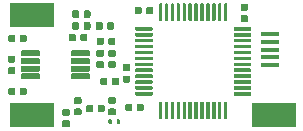
<source format=gbr>
G04 #@! TF.GenerationSoftware,KiCad,Pcbnew,(5.1.5-0-10_14)*
G04 #@! TF.CreationDate,2020-05-02T21:38:08-07:00*
G04 #@! TF.ProjectId,EOGlass,454f476c-6173-4732-9e6b-696361645f70,rev?*
G04 #@! TF.SameCoordinates,Original*
G04 #@! TF.FileFunction,Paste,Top*
G04 #@! TF.FilePolarity,Positive*
%FSLAX46Y46*%
G04 Gerber Fmt 4.6, Leading zero omitted, Abs format (unit mm)*
G04 Created by KiCad (PCBNEW (5.1.5-0-10_14)) date 2020-05-02 21:38:08*
%MOMM*%
%LPD*%
G04 APERTURE LIST*
%ADD10C,0.100000*%
%ADD11R,3.800000X2.000000*%
%ADD12R,1.500000X0.450000*%
G04 APERTURE END LIST*
D10*
G36*
X127377351Y-64300361D02*
G01*
X127384632Y-64301441D01*
X127391771Y-64303229D01*
X127398701Y-64305709D01*
X127405355Y-64308856D01*
X127411668Y-64312640D01*
X127417579Y-64317024D01*
X127423033Y-64321967D01*
X127427976Y-64327421D01*
X127432360Y-64333332D01*
X127436144Y-64339645D01*
X127439291Y-64346299D01*
X127441771Y-64353229D01*
X127443559Y-64360368D01*
X127444639Y-64367649D01*
X127445000Y-64375000D01*
X127445000Y-64525000D01*
X127444639Y-64532351D01*
X127443559Y-64539632D01*
X127441771Y-64546771D01*
X127439291Y-64553701D01*
X127436144Y-64560355D01*
X127432360Y-64566668D01*
X127427976Y-64572579D01*
X127423033Y-64578033D01*
X127417579Y-64582976D01*
X127411668Y-64587360D01*
X127405355Y-64591144D01*
X127398701Y-64594291D01*
X127391771Y-64596771D01*
X127384632Y-64598559D01*
X127377351Y-64599639D01*
X127370000Y-64600000D01*
X126045000Y-64600000D01*
X126037649Y-64599639D01*
X126030368Y-64598559D01*
X126023229Y-64596771D01*
X126016299Y-64594291D01*
X126009645Y-64591144D01*
X126003332Y-64587360D01*
X125997421Y-64582976D01*
X125991967Y-64578033D01*
X125987024Y-64572579D01*
X125982640Y-64566668D01*
X125978856Y-64560355D01*
X125975709Y-64553701D01*
X125973229Y-64546771D01*
X125971441Y-64539632D01*
X125970361Y-64532351D01*
X125970000Y-64525000D01*
X125970000Y-64375000D01*
X125970361Y-64367649D01*
X125971441Y-64360368D01*
X125973229Y-64353229D01*
X125975709Y-64346299D01*
X125978856Y-64339645D01*
X125982640Y-64333332D01*
X125987024Y-64327421D01*
X125991967Y-64321967D01*
X125997421Y-64317024D01*
X126003332Y-64312640D01*
X126009645Y-64308856D01*
X126016299Y-64305709D01*
X126023229Y-64303229D01*
X126030368Y-64301441D01*
X126037649Y-64300361D01*
X126045000Y-64300000D01*
X127370000Y-64300000D01*
X127377351Y-64300361D01*
G37*
G36*
X127377351Y-64800361D02*
G01*
X127384632Y-64801441D01*
X127391771Y-64803229D01*
X127398701Y-64805709D01*
X127405355Y-64808856D01*
X127411668Y-64812640D01*
X127417579Y-64817024D01*
X127423033Y-64821967D01*
X127427976Y-64827421D01*
X127432360Y-64833332D01*
X127436144Y-64839645D01*
X127439291Y-64846299D01*
X127441771Y-64853229D01*
X127443559Y-64860368D01*
X127444639Y-64867649D01*
X127445000Y-64875000D01*
X127445000Y-65025000D01*
X127444639Y-65032351D01*
X127443559Y-65039632D01*
X127441771Y-65046771D01*
X127439291Y-65053701D01*
X127436144Y-65060355D01*
X127432360Y-65066668D01*
X127427976Y-65072579D01*
X127423033Y-65078033D01*
X127417579Y-65082976D01*
X127411668Y-65087360D01*
X127405355Y-65091144D01*
X127398701Y-65094291D01*
X127391771Y-65096771D01*
X127384632Y-65098559D01*
X127377351Y-65099639D01*
X127370000Y-65100000D01*
X126045000Y-65100000D01*
X126037649Y-65099639D01*
X126030368Y-65098559D01*
X126023229Y-65096771D01*
X126016299Y-65094291D01*
X126009645Y-65091144D01*
X126003332Y-65087360D01*
X125997421Y-65082976D01*
X125991967Y-65078033D01*
X125987024Y-65072579D01*
X125982640Y-65066668D01*
X125978856Y-65060355D01*
X125975709Y-65053701D01*
X125973229Y-65046771D01*
X125971441Y-65039632D01*
X125970361Y-65032351D01*
X125970000Y-65025000D01*
X125970000Y-64875000D01*
X125970361Y-64867649D01*
X125971441Y-64860368D01*
X125973229Y-64853229D01*
X125975709Y-64846299D01*
X125978856Y-64839645D01*
X125982640Y-64833332D01*
X125987024Y-64827421D01*
X125991967Y-64821967D01*
X125997421Y-64817024D01*
X126003332Y-64812640D01*
X126009645Y-64808856D01*
X126016299Y-64805709D01*
X126023229Y-64803229D01*
X126030368Y-64801441D01*
X126037649Y-64800361D01*
X126045000Y-64800000D01*
X127370000Y-64800000D01*
X127377351Y-64800361D01*
G37*
G36*
X127377351Y-65300361D02*
G01*
X127384632Y-65301441D01*
X127391771Y-65303229D01*
X127398701Y-65305709D01*
X127405355Y-65308856D01*
X127411668Y-65312640D01*
X127417579Y-65317024D01*
X127423033Y-65321967D01*
X127427976Y-65327421D01*
X127432360Y-65333332D01*
X127436144Y-65339645D01*
X127439291Y-65346299D01*
X127441771Y-65353229D01*
X127443559Y-65360368D01*
X127444639Y-65367649D01*
X127445000Y-65375000D01*
X127445000Y-65525000D01*
X127444639Y-65532351D01*
X127443559Y-65539632D01*
X127441771Y-65546771D01*
X127439291Y-65553701D01*
X127436144Y-65560355D01*
X127432360Y-65566668D01*
X127427976Y-65572579D01*
X127423033Y-65578033D01*
X127417579Y-65582976D01*
X127411668Y-65587360D01*
X127405355Y-65591144D01*
X127398701Y-65594291D01*
X127391771Y-65596771D01*
X127384632Y-65598559D01*
X127377351Y-65599639D01*
X127370000Y-65600000D01*
X126045000Y-65600000D01*
X126037649Y-65599639D01*
X126030368Y-65598559D01*
X126023229Y-65596771D01*
X126016299Y-65594291D01*
X126009645Y-65591144D01*
X126003332Y-65587360D01*
X125997421Y-65582976D01*
X125991967Y-65578033D01*
X125987024Y-65572579D01*
X125982640Y-65566668D01*
X125978856Y-65560355D01*
X125975709Y-65553701D01*
X125973229Y-65546771D01*
X125971441Y-65539632D01*
X125970361Y-65532351D01*
X125970000Y-65525000D01*
X125970000Y-65375000D01*
X125970361Y-65367649D01*
X125971441Y-65360368D01*
X125973229Y-65353229D01*
X125975709Y-65346299D01*
X125978856Y-65339645D01*
X125982640Y-65333332D01*
X125987024Y-65327421D01*
X125991967Y-65321967D01*
X125997421Y-65317024D01*
X126003332Y-65312640D01*
X126009645Y-65308856D01*
X126016299Y-65305709D01*
X126023229Y-65303229D01*
X126030368Y-65301441D01*
X126037649Y-65300361D01*
X126045000Y-65300000D01*
X127370000Y-65300000D01*
X127377351Y-65300361D01*
G37*
G36*
X127377351Y-65800361D02*
G01*
X127384632Y-65801441D01*
X127391771Y-65803229D01*
X127398701Y-65805709D01*
X127405355Y-65808856D01*
X127411668Y-65812640D01*
X127417579Y-65817024D01*
X127423033Y-65821967D01*
X127427976Y-65827421D01*
X127432360Y-65833332D01*
X127436144Y-65839645D01*
X127439291Y-65846299D01*
X127441771Y-65853229D01*
X127443559Y-65860368D01*
X127444639Y-65867649D01*
X127445000Y-65875000D01*
X127445000Y-66025000D01*
X127444639Y-66032351D01*
X127443559Y-66039632D01*
X127441771Y-66046771D01*
X127439291Y-66053701D01*
X127436144Y-66060355D01*
X127432360Y-66066668D01*
X127427976Y-66072579D01*
X127423033Y-66078033D01*
X127417579Y-66082976D01*
X127411668Y-66087360D01*
X127405355Y-66091144D01*
X127398701Y-66094291D01*
X127391771Y-66096771D01*
X127384632Y-66098559D01*
X127377351Y-66099639D01*
X127370000Y-66100000D01*
X126045000Y-66100000D01*
X126037649Y-66099639D01*
X126030368Y-66098559D01*
X126023229Y-66096771D01*
X126016299Y-66094291D01*
X126009645Y-66091144D01*
X126003332Y-66087360D01*
X125997421Y-66082976D01*
X125991967Y-66078033D01*
X125987024Y-66072579D01*
X125982640Y-66066668D01*
X125978856Y-66060355D01*
X125975709Y-66053701D01*
X125973229Y-66046771D01*
X125971441Y-66039632D01*
X125970361Y-66032351D01*
X125970000Y-66025000D01*
X125970000Y-65875000D01*
X125970361Y-65867649D01*
X125971441Y-65860368D01*
X125973229Y-65853229D01*
X125975709Y-65846299D01*
X125978856Y-65839645D01*
X125982640Y-65833332D01*
X125987024Y-65827421D01*
X125991967Y-65821967D01*
X125997421Y-65817024D01*
X126003332Y-65812640D01*
X126009645Y-65808856D01*
X126016299Y-65805709D01*
X126023229Y-65803229D01*
X126030368Y-65801441D01*
X126037649Y-65800361D01*
X126045000Y-65800000D01*
X127370000Y-65800000D01*
X127377351Y-65800361D01*
G37*
G36*
X127377351Y-66300361D02*
G01*
X127384632Y-66301441D01*
X127391771Y-66303229D01*
X127398701Y-66305709D01*
X127405355Y-66308856D01*
X127411668Y-66312640D01*
X127417579Y-66317024D01*
X127423033Y-66321967D01*
X127427976Y-66327421D01*
X127432360Y-66333332D01*
X127436144Y-66339645D01*
X127439291Y-66346299D01*
X127441771Y-66353229D01*
X127443559Y-66360368D01*
X127444639Y-66367649D01*
X127445000Y-66375000D01*
X127445000Y-66525000D01*
X127444639Y-66532351D01*
X127443559Y-66539632D01*
X127441771Y-66546771D01*
X127439291Y-66553701D01*
X127436144Y-66560355D01*
X127432360Y-66566668D01*
X127427976Y-66572579D01*
X127423033Y-66578033D01*
X127417579Y-66582976D01*
X127411668Y-66587360D01*
X127405355Y-66591144D01*
X127398701Y-66594291D01*
X127391771Y-66596771D01*
X127384632Y-66598559D01*
X127377351Y-66599639D01*
X127370000Y-66600000D01*
X126045000Y-66600000D01*
X126037649Y-66599639D01*
X126030368Y-66598559D01*
X126023229Y-66596771D01*
X126016299Y-66594291D01*
X126009645Y-66591144D01*
X126003332Y-66587360D01*
X125997421Y-66582976D01*
X125991967Y-66578033D01*
X125987024Y-66572579D01*
X125982640Y-66566668D01*
X125978856Y-66560355D01*
X125975709Y-66553701D01*
X125973229Y-66546771D01*
X125971441Y-66539632D01*
X125970361Y-66532351D01*
X125970000Y-66525000D01*
X125970000Y-66375000D01*
X125970361Y-66367649D01*
X125971441Y-66360368D01*
X125973229Y-66353229D01*
X125975709Y-66346299D01*
X125978856Y-66339645D01*
X125982640Y-66333332D01*
X125987024Y-66327421D01*
X125991967Y-66321967D01*
X125997421Y-66317024D01*
X126003332Y-66312640D01*
X126009645Y-66308856D01*
X126016299Y-66305709D01*
X126023229Y-66303229D01*
X126030368Y-66301441D01*
X126037649Y-66300361D01*
X126045000Y-66300000D01*
X127370000Y-66300000D01*
X127377351Y-66300361D01*
G37*
G36*
X127377351Y-66800361D02*
G01*
X127384632Y-66801441D01*
X127391771Y-66803229D01*
X127398701Y-66805709D01*
X127405355Y-66808856D01*
X127411668Y-66812640D01*
X127417579Y-66817024D01*
X127423033Y-66821967D01*
X127427976Y-66827421D01*
X127432360Y-66833332D01*
X127436144Y-66839645D01*
X127439291Y-66846299D01*
X127441771Y-66853229D01*
X127443559Y-66860368D01*
X127444639Y-66867649D01*
X127445000Y-66875000D01*
X127445000Y-67025000D01*
X127444639Y-67032351D01*
X127443559Y-67039632D01*
X127441771Y-67046771D01*
X127439291Y-67053701D01*
X127436144Y-67060355D01*
X127432360Y-67066668D01*
X127427976Y-67072579D01*
X127423033Y-67078033D01*
X127417579Y-67082976D01*
X127411668Y-67087360D01*
X127405355Y-67091144D01*
X127398701Y-67094291D01*
X127391771Y-67096771D01*
X127384632Y-67098559D01*
X127377351Y-67099639D01*
X127370000Y-67100000D01*
X126045000Y-67100000D01*
X126037649Y-67099639D01*
X126030368Y-67098559D01*
X126023229Y-67096771D01*
X126016299Y-67094291D01*
X126009645Y-67091144D01*
X126003332Y-67087360D01*
X125997421Y-67082976D01*
X125991967Y-67078033D01*
X125987024Y-67072579D01*
X125982640Y-67066668D01*
X125978856Y-67060355D01*
X125975709Y-67053701D01*
X125973229Y-67046771D01*
X125971441Y-67039632D01*
X125970361Y-67032351D01*
X125970000Y-67025000D01*
X125970000Y-66875000D01*
X125970361Y-66867649D01*
X125971441Y-66860368D01*
X125973229Y-66853229D01*
X125975709Y-66846299D01*
X125978856Y-66839645D01*
X125982640Y-66833332D01*
X125987024Y-66827421D01*
X125991967Y-66821967D01*
X125997421Y-66817024D01*
X126003332Y-66812640D01*
X126009645Y-66808856D01*
X126016299Y-66805709D01*
X126023229Y-66803229D01*
X126030368Y-66801441D01*
X126037649Y-66800361D01*
X126045000Y-66800000D01*
X127370000Y-66800000D01*
X127377351Y-66800361D01*
G37*
G36*
X127377351Y-67300361D02*
G01*
X127384632Y-67301441D01*
X127391771Y-67303229D01*
X127398701Y-67305709D01*
X127405355Y-67308856D01*
X127411668Y-67312640D01*
X127417579Y-67317024D01*
X127423033Y-67321967D01*
X127427976Y-67327421D01*
X127432360Y-67333332D01*
X127436144Y-67339645D01*
X127439291Y-67346299D01*
X127441771Y-67353229D01*
X127443559Y-67360368D01*
X127444639Y-67367649D01*
X127445000Y-67375000D01*
X127445000Y-67525000D01*
X127444639Y-67532351D01*
X127443559Y-67539632D01*
X127441771Y-67546771D01*
X127439291Y-67553701D01*
X127436144Y-67560355D01*
X127432360Y-67566668D01*
X127427976Y-67572579D01*
X127423033Y-67578033D01*
X127417579Y-67582976D01*
X127411668Y-67587360D01*
X127405355Y-67591144D01*
X127398701Y-67594291D01*
X127391771Y-67596771D01*
X127384632Y-67598559D01*
X127377351Y-67599639D01*
X127370000Y-67600000D01*
X126045000Y-67600000D01*
X126037649Y-67599639D01*
X126030368Y-67598559D01*
X126023229Y-67596771D01*
X126016299Y-67594291D01*
X126009645Y-67591144D01*
X126003332Y-67587360D01*
X125997421Y-67582976D01*
X125991967Y-67578033D01*
X125987024Y-67572579D01*
X125982640Y-67566668D01*
X125978856Y-67560355D01*
X125975709Y-67553701D01*
X125973229Y-67546771D01*
X125971441Y-67539632D01*
X125970361Y-67532351D01*
X125970000Y-67525000D01*
X125970000Y-67375000D01*
X125970361Y-67367649D01*
X125971441Y-67360368D01*
X125973229Y-67353229D01*
X125975709Y-67346299D01*
X125978856Y-67339645D01*
X125982640Y-67333332D01*
X125987024Y-67327421D01*
X125991967Y-67321967D01*
X125997421Y-67317024D01*
X126003332Y-67312640D01*
X126009645Y-67308856D01*
X126016299Y-67305709D01*
X126023229Y-67303229D01*
X126030368Y-67301441D01*
X126037649Y-67300361D01*
X126045000Y-67300000D01*
X127370000Y-67300000D01*
X127377351Y-67300361D01*
G37*
G36*
X127377351Y-67800361D02*
G01*
X127384632Y-67801441D01*
X127391771Y-67803229D01*
X127398701Y-67805709D01*
X127405355Y-67808856D01*
X127411668Y-67812640D01*
X127417579Y-67817024D01*
X127423033Y-67821967D01*
X127427976Y-67827421D01*
X127432360Y-67833332D01*
X127436144Y-67839645D01*
X127439291Y-67846299D01*
X127441771Y-67853229D01*
X127443559Y-67860368D01*
X127444639Y-67867649D01*
X127445000Y-67875000D01*
X127445000Y-68025000D01*
X127444639Y-68032351D01*
X127443559Y-68039632D01*
X127441771Y-68046771D01*
X127439291Y-68053701D01*
X127436144Y-68060355D01*
X127432360Y-68066668D01*
X127427976Y-68072579D01*
X127423033Y-68078033D01*
X127417579Y-68082976D01*
X127411668Y-68087360D01*
X127405355Y-68091144D01*
X127398701Y-68094291D01*
X127391771Y-68096771D01*
X127384632Y-68098559D01*
X127377351Y-68099639D01*
X127370000Y-68100000D01*
X126045000Y-68100000D01*
X126037649Y-68099639D01*
X126030368Y-68098559D01*
X126023229Y-68096771D01*
X126016299Y-68094291D01*
X126009645Y-68091144D01*
X126003332Y-68087360D01*
X125997421Y-68082976D01*
X125991967Y-68078033D01*
X125987024Y-68072579D01*
X125982640Y-68066668D01*
X125978856Y-68060355D01*
X125975709Y-68053701D01*
X125973229Y-68046771D01*
X125971441Y-68039632D01*
X125970361Y-68032351D01*
X125970000Y-68025000D01*
X125970000Y-67875000D01*
X125970361Y-67867649D01*
X125971441Y-67860368D01*
X125973229Y-67853229D01*
X125975709Y-67846299D01*
X125978856Y-67839645D01*
X125982640Y-67833332D01*
X125987024Y-67827421D01*
X125991967Y-67821967D01*
X125997421Y-67817024D01*
X126003332Y-67812640D01*
X126009645Y-67808856D01*
X126016299Y-67805709D01*
X126023229Y-67803229D01*
X126030368Y-67801441D01*
X126037649Y-67800361D01*
X126045000Y-67800000D01*
X127370000Y-67800000D01*
X127377351Y-67800361D01*
G37*
G36*
X127377351Y-68300361D02*
G01*
X127384632Y-68301441D01*
X127391771Y-68303229D01*
X127398701Y-68305709D01*
X127405355Y-68308856D01*
X127411668Y-68312640D01*
X127417579Y-68317024D01*
X127423033Y-68321967D01*
X127427976Y-68327421D01*
X127432360Y-68333332D01*
X127436144Y-68339645D01*
X127439291Y-68346299D01*
X127441771Y-68353229D01*
X127443559Y-68360368D01*
X127444639Y-68367649D01*
X127445000Y-68375000D01*
X127445000Y-68525000D01*
X127444639Y-68532351D01*
X127443559Y-68539632D01*
X127441771Y-68546771D01*
X127439291Y-68553701D01*
X127436144Y-68560355D01*
X127432360Y-68566668D01*
X127427976Y-68572579D01*
X127423033Y-68578033D01*
X127417579Y-68582976D01*
X127411668Y-68587360D01*
X127405355Y-68591144D01*
X127398701Y-68594291D01*
X127391771Y-68596771D01*
X127384632Y-68598559D01*
X127377351Y-68599639D01*
X127370000Y-68600000D01*
X126045000Y-68600000D01*
X126037649Y-68599639D01*
X126030368Y-68598559D01*
X126023229Y-68596771D01*
X126016299Y-68594291D01*
X126009645Y-68591144D01*
X126003332Y-68587360D01*
X125997421Y-68582976D01*
X125991967Y-68578033D01*
X125987024Y-68572579D01*
X125982640Y-68566668D01*
X125978856Y-68560355D01*
X125975709Y-68553701D01*
X125973229Y-68546771D01*
X125971441Y-68539632D01*
X125970361Y-68532351D01*
X125970000Y-68525000D01*
X125970000Y-68375000D01*
X125970361Y-68367649D01*
X125971441Y-68360368D01*
X125973229Y-68353229D01*
X125975709Y-68346299D01*
X125978856Y-68339645D01*
X125982640Y-68333332D01*
X125987024Y-68327421D01*
X125991967Y-68321967D01*
X125997421Y-68317024D01*
X126003332Y-68312640D01*
X126009645Y-68308856D01*
X126016299Y-68305709D01*
X126023229Y-68303229D01*
X126030368Y-68301441D01*
X126037649Y-68300361D01*
X126045000Y-68300000D01*
X127370000Y-68300000D01*
X127377351Y-68300361D01*
G37*
G36*
X127377351Y-68800361D02*
G01*
X127384632Y-68801441D01*
X127391771Y-68803229D01*
X127398701Y-68805709D01*
X127405355Y-68808856D01*
X127411668Y-68812640D01*
X127417579Y-68817024D01*
X127423033Y-68821967D01*
X127427976Y-68827421D01*
X127432360Y-68833332D01*
X127436144Y-68839645D01*
X127439291Y-68846299D01*
X127441771Y-68853229D01*
X127443559Y-68860368D01*
X127444639Y-68867649D01*
X127445000Y-68875000D01*
X127445000Y-69025000D01*
X127444639Y-69032351D01*
X127443559Y-69039632D01*
X127441771Y-69046771D01*
X127439291Y-69053701D01*
X127436144Y-69060355D01*
X127432360Y-69066668D01*
X127427976Y-69072579D01*
X127423033Y-69078033D01*
X127417579Y-69082976D01*
X127411668Y-69087360D01*
X127405355Y-69091144D01*
X127398701Y-69094291D01*
X127391771Y-69096771D01*
X127384632Y-69098559D01*
X127377351Y-69099639D01*
X127370000Y-69100000D01*
X126045000Y-69100000D01*
X126037649Y-69099639D01*
X126030368Y-69098559D01*
X126023229Y-69096771D01*
X126016299Y-69094291D01*
X126009645Y-69091144D01*
X126003332Y-69087360D01*
X125997421Y-69082976D01*
X125991967Y-69078033D01*
X125987024Y-69072579D01*
X125982640Y-69066668D01*
X125978856Y-69060355D01*
X125975709Y-69053701D01*
X125973229Y-69046771D01*
X125971441Y-69039632D01*
X125970361Y-69032351D01*
X125970000Y-69025000D01*
X125970000Y-68875000D01*
X125970361Y-68867649D01*
X125971441Y-68860368D01*
X125973229Y-68853229D01*
X125975709Y-68846299D01*
X125978856Y-68839645D01*
X125982640Y-68833332D01*
X125987024Y-68827421D01*
X125991967Y-68821967D01*
X125997421Y-68817024D01*
X126003332Y-68812640D01*
X126009645Y-68808856D01*
X126016299Y-68805709D01*
X126023229Y-68803229D01*
X126030368Y-68801441D01*
X126037649Y-68800361D01*
X126045000Y-68800000D01*
X127370000Y-68800000D01*
X127377351Y-68800361D01*
G37*
G36*
X127377351Y-69300361D02*
G01*
X127384632Y-69301441D01*
X127391771Y-69303229D01*
X127398701Y-69305709D01*
X127405355Y-69308856D01*
X127411668Y-69312640D01*
X127417579Y-69317024D01*
X127423033Y-69321967D01*
X127427976Y-69327421D01*
X127432360Y-69333332D01*
X127436144Y-69339645D01*
X127439291Y-69346299D01*
X127441771Y-69353229D01*
X127443559Y-69360368D01*
X127444639Y-69367649D01*
X127445000Y-69375000D01*
X127445000Y-69525000D01*
X127444639Y-69532351D01*
X127443559Y-69539632D01*
X127441771Y-69546771D01*
X127439291Y-69553701D01*
X127436144Y-69560355D01*
X127432360Y-69566668D01*
X127427976Y-69572579D01*
X127423033Y-69578033D01*
X127417579Y-69582976D01*
X127411668Y-69587360D01*
X127405355Y-69591144D01*
X127398701Y-69594291D01*
X127391771Y-69596771D01*
X127384632Y-69598559D01*
X127377351Y-69599639D01*
X127370000Y-69600000D01*
X126045000Y-69600000D01*
X126037649Y-69599639D01*
X126030368Y-69598559D01*
X126023229Y-69596771D01*
X126016299Y-69594291D01*
X126009645Y-69591144D01*
X126003332Y-69587360D01*
X125997421Y-69582976D01*
X125991967Y-69578033D01*
X125987024Y-69572579D01*
X125982640Y-69566668D01*
X125978856Y-69560355D01*
X125975709Y-69553701D01*
X125973229Y-69546771D01*
X125971441Y-69539632D01*
X125970361Y-69532351D01*
X125970000Y-69525000D01*
X125970000Y-69375000D01*
X125970361Y-69367649D01*
X125971441Y-69360368D01*
X125973229Y-69353229D01*
X125975709Y-69346299D01*
X125978856Y-69339645D01*
X125982640Y-69333332D01*
X125987024Y-69327421D01*
X125991967Y-69321967D01*
X125997421Y-69317024D01*
X126003332Y-69312640D01*
X126009645Y-69308856D01*
X126016299Y-69305709D01*
X126023229Y-69303229D01*
X126030368Y-69301441D01*
X126037649Y-69300361D01*
X126045000Y-69300000D01*
X127370000Y-69300000D01*
X127377351Y-69300361D01*
G37*
G36*
X127377351Y-69800361D02*
G01*
X127384632Y-69801441D01*
X127391771Y-69803229D01*
X127398701Y-69805709D01*
X127405355Y-69808856D01*
X127411668Y-69812640D01*
X127417579Y-69817024D01*
X127423033Y-69821967D01*
X127427976Y-69827421D01*
X127432360Y-69833332D01*
X127436144Y-69839645D01*
X127439291Y-69846299D01*
X127441771Y-69853229D01*
X127443559Y-69860368D01*
X127444639Y-69867649D01*
X127445000Y-69875000D01*
X127445000Y-70025000D01*
X127444639Y-70032351D01*
X127443559Y-70039632D01*
X127441771Y-70046771D01*
X127439291Y-70053701D01*
X127436144Y-70060355D01*
X127432360Y-70066668D01*
X127427976Y-70072579D01*
X127423033Y-70078033D01*
X127417579Y-70082976D01*
X127411668Y-70087360D01*
X127405355Y-70091144D01*
X127398701Y-70094291D01*
X127391771Y-70096771D01*
X127384632Y-70098559D01*
X127377351Y-70099639D01*
X127370000Y-70100000D01*
X126045000Y-70100000D01*
X126037649Y-70099639D01*
X126030368Y-70098559D01*
X126023229Y-70096771D01*
X126016299Y-70094291D01*
X126009645Y-70091144D01*
X126003332Y-70087360D01*
X125997421Y-70082976D01*
X125991967Y-70078033D01*
X125987024Y-70072579D01*
X125982640Y-70066668D01*
X125978856Y-70060355D01*
X125975709Y-70053701D01*
X125973229Y-70046771D01*
X125971441Y-70039632D01*
X125970361Y-70032351D01*
X125970000Y-70025000D01*
X125970000Y-69875000D01*
X125970361Y-69867649D01*
X125971441Y-69860368D01*
X125973229Y-69853229D01*
X125975709Y-69846299D01*
X125978856Y-69839645D01*
X125982640Y-69833332D01*
X125987024Y-69827421D01*
X125991967Y-69821967D01*
X125997421Y-69817024D01*
X126003332Y-69812640D01*
X126009645Y-69808856D01*
X126016299Y-69805709D01*
X126023229Y-69803229D01*
X126030368Y-69801441D01*
X126037649Y-69800361D01*
X126045000Y-69800000D01*
X127370000Y-69800000D01*
X127377351Y-69800361D01*
G37*
G36*
X128202351Y-70625361D02*
G01*
X128209632Y-70626441D01*
X128216771Y-70628229D01*
X128223701Y-70630709D01*
X128230355Y-70633856D01*
X128236668Y-70637640D01*
X128242579Y-70642024D01*
X128248033Y-70646967D01*
X128252976Y-70652421D01*
X128257360Y-70658332D01*
X128261144Y-70664645D01*
X128264291Y-70671299D01*
X128266771Y-70678229D01*
X128268559Y-70685368D01*
X128269639Y-70692649D01*
X128270000Y-70700000D01*
X128270000Y-72025000D01*
X128269639Y-72032351D01*
X128268559Y-72039632D01*
X128266771Y-72046771D01*
X128264291Y-72053701D01*
X128261144Y-72060355D01*
X128257360Y-72066668D01*
X128252976Y-72072579D01*
X128248033Y-72078033D01*
X128242579Y-72082976D01*
X128236668Y-72087360D01*
X128230355Y-72091144D01*
X128223701Y-72094291D01*
X128216771Y-72096771D01*
X128209632Y-72098559D01*
X128202351Y-72099639D01*
X128195000Y-72100000D01*
X128045000Y-72100000D01*
X128037649Y-72099639D01*
X128030368Y-72098559D01*
X128023229Y-72096771D01*
X128016299Y-72094291D01*
X128009645Y-72091144D01*
X128003332Y-72087360D01*
X127997421Y-72082976D01*
X127991967Y-72078033D01*
X127987024Y-72072579D01*
X127982640Y-72066668D01*
X127978856Y-72060355D01*
X127975709Y-72053701D01*
X127973229Y-72046771D01*
X127971441Y-72039632D01*
X127970361Y-72032351D01*
X127970000Y-72025000D01*
X127970000Y-70700000D01*
X127970361Y-70692649D01*
X127971441Y-70685368D01*
X127973229Y-70678229D01*
X127975709Y-70671299D01*
X127978856Y-70664645D01*
X127982640Y-70658332D01*
X127987024Y-70652421D01*
X127991967Y-70646967D01*
X127997421Y-70642024D01*
X128003332Y-70637640D01*
X128009645Y-70633856D01*
X128016299Y-70630709D01*
X128023229Y-70628229D01*
X128030368Y-70626441D01*
X128037649Y-70625361D01*
X128045000Y-70625000D01*
X128195000Y-70625000D01*
X128202351Y-70625361D01*
G37*
G36*
X128702351Y-70625361D02*
G01*
X128709632Y-70626441D01*
X128716771Y-70628229D01*
X128723701Y-70630709D01*
X128730355Y-70633856D01*
X128736668Y-70637640D01*
X128742579Y-70642024D01*
X128748033Y-70646967D01*
X128752976Y-70652421D01*
X128757360Y-70658332D01*
X128761144Y-70664645D01*
X128764291Y-70671299D01*
X128766771Y-70678229D01*
X128768559Y-70685368D01*
X128769639Y-70692649D01*
X128770000Y-70700000D01*
X128770000Y-72025000D01*
X128769639Y-72032351D01*
X128768559Y-72039632D01*
X128766771Y-72046771D01*
X128764291Y-72053701D01*
X128761144Y-72060355D01*
X128757360Y-72066668D01*
X128752976Y-72072579D01*
X128748033Y-72078033D01*
X128742579Y-72082976D01*
X128736668Y-72087360D01*
X128730355Y-72091144D01*
X128723701Y-72094291D01*
X128716771Y-72096771D01*
X128709632Y-72098559D01*
X128702351Y-72099639D01*
X128695000Y-72100000D01*
X128545000Y-72100000D01*
X128537649Y-72099639D01*
X128530368Y-72098559D01*
X128523229Y-72096771D01*
X128516299Y-72094291D01*
X128509645Y-72091144D01*
X128503332Y-72087360D01*
X128497421Y-72082976D01*
X128491967Y-72078033D01*
X128487024Y-72072579D01*
X128482640Y-72066668D01*
X128478856Y-72060355D01*
X128475709Y-72053701D01*
X128473229Y-72046771D01*
X128471441Y-72039632D01*
X128470361Y-72032351D01*
X128470000Y-72025000D01*
X128470000Y-70700000D01*
X128470361Y-70692649D01*
X128471441Y-70685368D01*
X128473229Y-70678229D01*
X128475709Y-70671299D01*
X128478856Y-70664645D01*
X128482640Y-70658332D01*
X128487024Y-70652421D01*
X128491967Y-70646967D01*
X128497421Y-70642024D01*
X128503332Y-70637640D01*
X128509645Y-70633856D01*
X128516299Y-70630709D01*
X128523229Y-70628229D01*
X128530368Y-70626441D01*
X128537649Y-70625361D01*
X128545000Y-70625000D01*
X128695000Y-70625000D01*
X128702351Y-70625361D01*
G37*
G36*
X129202351Y-70625361D02*
G01*
X129209632Y-70626441D01*
X129216771Y-70628229D01*
X129223701Y-70630709D01*
X129230355Y-70633856D01*
X129236668Y-70637640D01*
X129242579Y-70642024D01*
X129248033Y-70646967D01*
X129252976Y-70652421D01*
X129257360Y-70658332D01*
X129261144Y-70664645D01*
X129264291Y-70671299D01*
X129266771Y-70678229D01*
X129268559Y-70685368D01*
X129269639Y-70692649D01*
X129270000Y-70700000D01*
X129270000Y-72025000D01*
X129269639Y-72032351D01*
X129268559Y-72039632D01*
X129266771Y-72046771D01*
X129264291Y-72053701D01*
X129261144Y-72060355D01*
X129257360Y-72066668D01*
X129252976Y-72072579D01*
X129248033Y-72078033D01*
X129242579Y-72082976D01*
X129236668Y-72087360D01*
X129230355Y-72091144D01*
X129223701Y-72094291D01*
X129216771Y-72096771D01*
X129209632Y-72098559D01*
X129202351Y-72099639D01*
X129195000Y-72100000D01*
X129045000Y-72100000D01*
X129037649Y-72099639D01*
X129030368Y-72098559D01*
X129023229Y-72096771D01*
X129016299Y-72094291D01*
X129009645Y-72091144D01*
X129003332Y-72087360D01*
X128997421Y-72082976D01*
X128991967Y-72078033D01*
X128987024Y-72072579D01*
X128982640Y-72066668D01*
X128978856Y-72060355D01*
X128975709Y-72053701D01*
X128973229Y-72046771D01*
X128971441Y-72039632D01*
X128970361Y-72032351D01*
X128970000Y-72025000D01*
X128970000Y-70700000D01*
X128970361Y-70692649D01*
X128971441Y-70685368D01*
X128973229Y-70678229D01*
X128975709Y-70671299D01*
X128978856Y-70664645D01*
X128982640Y-70658332D01*
X128987024Y-70652421D01*
X128991967Y-70646967D01*
X128997421Y-70642024D01*
X129003332Y-70637640D01*
X129009645Y-70633856D01*
X129016299Y-70630709D01*
X129023229Y-70628229D01*
X129030368Y-70626441D01*
X129037649Y-70625361D01*
X129045000Y-70625000D01*
X129195000Y-70625000D01*
X129202351Y-70625361D01*
G37*
G36*
X129702351Y-70625361D02*
G01*
X129709632Y-70626441D01*
X129716771Y-70628229D01*
X129723701Y-70630709D01*
X129730355Y-70633856D01*
X129736668Y-70637640D01*
X129742579Y-70642024D01*
X129748033Y-70646967D01*
X129752976Y-70652421D01*
X129757360Y-70658332D01*
X129761144Y-70664645D01*
X129764291Y-70671299D01*
X129766771Y-70678229D01*
X129768559Y-70685368D01*
X129769639Y-70692649D01*
X129770000Y-70700000D01*
X129770000Y-72025000D01*
X129769639Y-72032351D01*
X129768559Y-72039632D01*
X129766771Y-72046771D01*
X129764291Y-72053701D01*
X129761144Y-72060355D01*
X129757360Y-72066668D01*
X129752976Y-72072579D01*
X129748033Y-72078033D01*
X129742579Y-72082976D01*
X129736668Y-72087360D01*
X129730355Y-72091144D01*
X129723701Y-72094291D01*
X129716771Y-72096771D01*
X129709632Y-72098559D01*
X129702351Y-72099639D01*
X129695000Y-72100000D01*
X129545000Y-72100000D01*
X129537649Y-72099639D01*
X129530368Y-72098559D01*
X129523229Y-72096771D01*
X129516299Y-72094291D01*
X129509645Y-72091144D01*
X129503332Y-72087360D01*
X129497421Y-72082976D01*
X129491967Y-72078033D01*
X129487024Y-72072579D01*
X129482640Y-72066668D01*
X129478856Y-72060355D01*
X129475709Y-72053701D01*
X129473229Y-72046771D01*
X129471441Y-72039632D01*
X129470361Y-72032351D01*
X129470000Y-72025000D01*
X129470000Y-70700000D01*
X129470361Y-70692649D01*
X129471441Y-70685368D01*
X129473229Y-70678229D01*
X129475709Y-70671299D01*
X129478856Y-70664645D01*
X129482640Y-70658332D01*
X129487024Y-70652421D01*
X129491967Y-70646967D01*
X129497421Y-70642024D01*
X129503332Y-70637640D01*
X129509645Y-70633856D01*
X129516299Y-70630709D01*
X129523229Y-70628229D01*
X129530368Y-70626441D01*
X129537649Y-70625361D01*
X129545000Y-70625000D01*
X129695000Y-70625000D01*
X129702351Y-70625361D01*
G37*
G36*
X130202351Y-70625361D02*
G01*
X130209632Y-70626441D01*
X130216771Y-70628229D01*
X130223701Y-70630709D01*
X130230355Y-70633856D01*
X130236668Y-70637640D01*
X130242579Y-70642024D01*
X130248033Y-70646967D01*
X130252976Y-70652421D01*
X130257360Y-70658332D01*
X130261144Y-70664645D01*
X130264291Y-70671299D01*
X130266771Y-70678229D01*
X130268559Y-70685368D01*
X130269639Y-70692649D01*
X130270000Y-70700000D01*
X130270000Y-72025000D01*
X130269639Y-72032351D01*
X130268559Y-72039632D01*
X130266771Y-72046771D01*
X130264291Y-72053701D01*
X130261144Y-72060355D01*
X130257360Y-72066668D01*
X130252976Y-72072579D01*
X130248033Y-72078033D01*
X130242579Y-72082976D01*
X130236668Y-72087360D01*
X130230355Y-72091144D01*
X130223701Y-72094291D01*
X130216771Y-72096771D01*
X130209632Y-72098559D01*
X130202351Y-72099639D01*
X130195000Y-72100000D01*
X130045000Y-72100000D01*
X130037649Y-72099639D01*
X130030368Y-72098559D01*
X130023229Y-72096771D01*
X130016299Y-72094291D01*
X130009645Y-72091144D01*
X130003332Y-72087360D01*
X129997421Y-72082976D01*
X129991967Y-72078033D01*
X129987024Y-72072579D01*
X129982640Y-72066668D01*
X129978856Y-72060355D01*
X129975709Y-72053701D01*
X129973229Y-72046771D01*
X129971441Y-72039632D01*
X129970361Y-72032351D01*
X129970000Y-72025000D01*
X129970000Y-70700000D01*
X129970361Y-70692649D01*
X129971441Y-70685368D01*
X129973229Y-70678229D01*
X129975709Y-70671299D01*
X129978856Y-70664645D01*
X129982640Y-70658332D01*
X129987024Y-70652421D01*
X129991967Y-70646967D01*
X129997421Y-70642024D01*
X130003332Y-70637640D01*
X130009645Y-70633856D01*
X130016299Y-70630709D01*
X130023229Y-70628229D01*
X130030368Y-70626441D01*
X130037649Y-70625361D01*
X130045000Y-70625000D01*
X130195000Y-70625000D01*
X130202351Y-70625361D01*
G37*
G36*
X130702351Y-70625361D02*
G01*
X130709632Y-70626441D01*
X130716771Y-70628229D01*
X130723701Y-70630709D01*
X130730355Y-70633856D01*
X130736668Y-70637640D01*
X130742579Y-70642024D01*
X130748033Y-70646967D01*
X130752976Y-70652421D01*
X130757360Y-70658332D01*
X130761144Y-70664645D01*
X130764291Y-70671299D01*
X130766771Y-70678229D01*
X130768559Y-70685368D01*
X130769639Y-70692649D01*
X130770000Y-70700000D01*
X130770000Y-72025000D01*
X130769639Y-72032351D01*
X130768559Y-72039632D01*
X130766771Y-72046771D01*
X130764291Y-72053701D01*
X130761144Y-72060355D01*
X130757360Y-72066668D01*
X130752976Y-72072579D01*
X130748033Y-72078033D01*
X130742579Y-72082976D01*
X130736668Y-72087360D01*
X130730355Y-72091144D01*
X130723701Y-72094291D01*
X130716771Y-72096771D01*
X130709632Y-72098559D01*
X130702351Y-72099639D01*
X130695000Y-72100000D01*
X130545000Y-72100000D01*
X130537649Y-72099639D01*
X130530368Y-72098559D01*
X130523229Y-72096771D01*
X130516299Y-72094291D01*
X130509645Y-72091144D01*
X130503332Y-72087360D01*
X130497421Y-72082976D01*
X130491967Y-72078033D01*
X130487024Y-72072579D01*
X130482640Y-72066668D01*
X130478856Y-72060355D01*
X130475709Y-72053701D01*
X130473229Y-72046771D01*
X130471441Y-72039632D01*
X130470361Y-72032351D01*
X130470000Y-72025000D01*
X130470000Y-70700000D01*
X130470361Y-70692649D01*
X130471441Y-70685368D01*
X130473229Y-70678229D01*
X130475709Y-70671299D01*
X130478856Y-70664645D01*
X130482640Y-70658332D01*
X130487024Y-70652421D01*
X130491967Y-70646967D01*
X130497421Y-70642024D01*
X130503332Y-70637640D01*
X130509645Y-70633856D01*
X130516299Y-70630709D01*
X130523229Y-70628229D01*
X130530368Y-70626441D01*
X130537649Y-70625361D01*
X130545000Y-70625000D01*
X130695000Y-70625000D01*
X130702351Y-70625361D01*
G37*
G36*
X131202351Y-70625361D02*
G01*
X131209632Y-70626441D01*
X131216771Y-70628229D01*
X131223701Y-70630709D01*
X131230355Y-70633856D01*
X131236668Y-70637640D01*
X131242579Y-70642024D01*
X131248033Y-70646967D01*
X131252976Y-70652421D01*
X131257360Y-70658332D01*
X131261144Y-70664645D01*
X131264291Y-70671299D01*
X131266771Y-70678229D01*
X131268559Y-70685368D01*
X131269639Y-70692649D01*
X131270000Y-70700000D01*
X131270000Y-72025000D01*
X131269639Y-72032351D01*
X131268559Y-72039632D01*
X131266771Y-72046771D01*
X131264291Y-72053701D01*
X131261144Y-72060355D01*
X131257360Y-72066668D01*
X131252976Y-72072579D01*
X131248033Y-72078033D01*
X131242579Y-72082976D01*
X131236668Y-72087360D01*
X131230355Y-72091144D01*
X131223701Y-72094291D01*
X131216771Y-72096771D01*
X131209632Y-72098559D01*
X131202351Y-72099639D01*
X131195000Y-72100000D01*
X131045000Y-72100000D01*
X131037649Y-72099639D01*
X131030368Y-72098559D01*
X131023229Y-72096771D01*
X131016299Y-72094291D01*
X131009645Y-72091144D01*
X131003332Y-72087360D01*
X130997421Y-72082976D01*
X130991967Y-72078033D01*
X130987024Y-72072579D01*
X130982640Y-72066668D01*
X130978856Y-72060355D01*
X130975709Y-72053701D01*
X130973229Y-72046771D01*
X130971441Y-72039632D01*
X130970361Y-72032351D01*
X130970000Y-72025000D01*
X130970000Y-70700000D01*
X130970361Y-70692649D01*
X130971441Y-70685368D01*
X130973229Y-70678229D01*
X130975709Y-70671299D01*
X130978856Y-70664645D01*
X130982640Y-70658332D01*
X130987024Y-70652421D01*
X130991967Y-70646967D01*
X130997421Y-70642024D01*
X131003332Y-70637640D01*
X131009645Y-70633856D01*
X131016299Y-70630709D01*
X131023229Y-70628229D01*
X131030368Y-70626441D01*
X131037649Y-70625361D01*
X131045000Y-70625000D01*
X131195000Y-70625000D01*
X131202351Y-70625361D01*
G37*
G36*
X131702351Y-70625361D02*
G01*
X131709632Y-70626441D01*
X131716771Y-70628229D01*
X131723701Y-70630709D01*
X131730355Y-70633856D01*
X131736668Y-70637640D01*
X131742579Y-70642024D01*
X131748033Y-70646967D01*
X131752976Y-70652421D01*
X131757360Y-70658332D01*
X131761144Y-70664645D01*
X131764291Y-70671299D01*
X131766771Y-70678229D01*
X131768559Y-70685368D01*
X131769639Y-70692649D01*
X131770000Y-70700000D01*
X131770000Y-72025000D01*
X131769639Y-72032351D01*
X131768559Y-72039632D01*
X131766771Y-72046771D01*
X131764291Y-72053701D01*
X131761144Y-72060355D01*
X131757360Y-72066668D01*
X131752976Y-72072579D01*
X131748033Y-72078033D01*
X131742579Y-72082976D01*
X131736668Y-72087360D01*
X131730355Y-72091144D01*
X131723701Y-72094291D01*
X131716771Y-72096771D01*
X131709632Y-72098559D01*
X131702351Y-72099639D01*
X131695000Y-72100000D01*
X131545000Y-72100000D01*
X131537649Y-72099639D01*
X131530368Y-72098559D01*
X131523229Y-72096771D01*
X131516299Y-72094291D01*
X131509645Y-72091144D01*
X131503332Y-72087360D01*
X131497421Y-72082976D01*
X131491967Y-72078033D01*
X131487024Y-72072579D01*
X131482640Y-72066668D01*
X131478856Y-72060355D01*
X131475709Y-72053701D01*
X131473229Y-72046771D01*
X131471441Y-72039632D01*
X131470361Y-72032351D01*
X131470000Y-72025000D01*
X131470000Y-70700000D01*
X131470361Y-70692649D01*
X131471441Y-70685368D01*
X131473229Y-70678229D01*
X131475709Y-70671299D01*
X131478856Y-70664645D01*
X131482640Y-70658332D01*
X131487024Y-70652421D01*
X131491967Y-70646967D01*
X131497421Y-70642024D01*
X131503332Y-70637640D01*
X131509645Y-70633856D01*
X131516299Y-70630709D01*
X131523229Y-70628229D01*
X131530368Y-70626441D01*
X131537649Y-70625361D01*
X131545000Y-70625000D01*
X131695000Y-70625000D01*
X131702351Y-70625361D01*
G37*
G36*
X132202351Y-70625361D02*
G01*
X132209632Y-70626441D01*
X132216771Y-70628229D01*
X132223701Y-70630709D01*
X132230355Y-70633856D01*
X132236668Y-70637640D01*
X132242579Y-70642024D01*
X132248033Y-70646967D01*
X132252976Y-70652421D01*
X132257360Y-70658332D01*
X132261144Y-70664645D01*
X132264291Y-70671299D01*
X132266771Y-70678229D01*
X132268559Y-70685368D01*
X132269639Y-70692649D01*
X132270000Y-70700000D01*
X132270000Y-72025000D01*
X132269639Y-72032351D01*
X132268559Y-72039632D01*
X132266771Y-72046771D01*
X132264291Y-72053701D01*
X132261144Y-72060355D01*
X132257360Y-72066668D01*
X132252976Y-72072579D01*
X132248033Y-72078033D01*
X132242579Y-72082976D01*
X132236668Y-72087360D01*
X132230355Y-72091144D01*
X132223701Y-72094291D01*
X132216771Y-72096771D01*
X132209632Y-72098559D01*
X132202351Y-72099639D01*
X132195000Y-72100000D01*
X132045000Y-72100000D01*
X132037649Y-72099639D01*
X132030368Y-72098559D01*
X132023229Y-72096771D01*
X132016299Y-72094291D01*
X132009645Y-72091144D01*
X132003332Y-72087360D01*
X131997421Y-72082976D01*
X131991967Y-72078033D01*
X131987024Y-72072579D01*
X131982640Y-72066668D01*
X131978856Y-72060355D01*
X131975709Y-72053701D01*
X131973229Y-72046771D01*
X131971441Y-72039632D01*
X131970361Y-72032351D01*
X131970000Y-72025000D01*
X131970000Y-70700000D01*
X131970361Y-70692649D01*
X131971441Y-70685368D01*
X131973229Y-70678229D01*
X131975709Y-70671299D01*
X131978856Y-70664645D01*
X131982640Y-70658332D01*
X131987024Y-70652421D01*
X131991967Y-70646967D01*
X131997421Y-70642024D01*
X132003332Y-70637640D01*
X132009645Y-70633856D01*
X132016299Y-70630709D01*
X132023229Y-70628229D01*
X132030368Y-70626441D01*
X132037649Y-70625361D01*
X132045000Y-70625000D01*
X132195000Y-70625000D01*
X132202351Y-70625361D01*
G37*
G36*
X132702351Y-70625361D02*
G01*
X132709632Y-70626441D01*
X132716771Y-70628229D01*
X132723701Y-70630709D01*
X132730355Y-70633856D01*
X132736668Y-70637640D01*
X132742579Y-70642024D01*
X132748033Y-70646967D01*
X132752976Y-70652421D01*
X132757360Y-70658332D01*
X132761144Y-70664645D01*
X132764291Y-70671299D01*
X132766771Y-70678229D01*
X132768559Y-70685368D01*
X132769639Y-70692649D01*
X132770000Y-70700000D01*
X132770000Y-72025000D01*
X132769639Y-72032351D01*
X132768559Y-72039632D01*
X132766771Y-72046771D01*
X132764291Y-72053701D01*
X132761144Y-72060355D01*
X132757360Y-72066668D01*
X132752976Y-72072579D01*
X132748033Y-72078033D01*
X132742579Y-72082976D01*
X132736668Y-72087360D01*
X132730355Y-72091144D01*
X132723701Y-72094291D01*
X132716771Y-72096771D01*
X132709632Y-72098559D01*
X132702351Y-72099639D01*
X132695000Y-72100000D01*
X132545000Y-72100000D01*
X132537649Y-72099639D01*
X132530368Y-72098559D01*
X132523229Y-72096771D01*
X132516299Y-72094291D01*
X132509645Y-72091144D01*
X132503332Y-72087360D01*
X132497421Y-72082976D01*
X132491967Y-72078033D01*
X132487024Y-72072579D01*
X132482640Y-72066668D01*
X132478856Y-72060355D01*
X132475709Y-72053701D01*
X132473229Y-72046771D01*
X132471441Y-72039632D01*
X132470361Y-72032351D01*
X132470000Y-72025000D01*
X132470000Y-70700000D01*
X132470361Y-70692649D01*
X132471441Y-70685368D01*
X132473229Y-70678229D01*
X132475709Y-70671299D01*
X132478856Y-70664645D01*
X132482640Y-70658332D01*
X132487024Y-70652421D01*
X132491967Y-70646967D01*
X132497421Y-70642024D01*
X132503332Y-70637640D01*
X132509645Y-70633856D01*
X132516299Y-70630709D01*
X132523229Y-70628229D01*
X132530368Y-70626441D01*
X132537649Y-70625361D01*
X132545000Y-70625000D01*
X132695000Y-70625000D01*
X132702351Y-70625361D01*
G37*
G36*
X133202351Y-70625361D02*
G01*
X133209632Y-70626441D01*
X133216771Y-70628229D01*
X133223701Y-70630709D01*
X133230355Y-70633856D01*
X133236668Y-70637640D01*
X133242579Y-70642024D01*
X133248033Y-70646967D01*
X133252976Y-70652421D01*
X133257360Y-70658332D01*
X133261144Y-70664645D01*
X133264291Y-70671299D01*
X133266771Y-70678229D01*
X133268559Y-70685368D01*
X133269639Y-70692649D01*
X133270000Y-70700000D01*
X133270000Y-72025000D01*
X133269639Y-72032351D01*
X133268559Y-72039632D01*
X133266771Y-72046771D01*
X133264291Y-72053701D01*
X133261144Y-72060355D01*
X133257360Y-72066668D01*
X133252976Y-72072579D01*
X133248033Y-72078033D01*
X133242579Y-72082976D01*
X133236668Y-72087360D01*
X133230355Y-72091144D01*
X133223701Y-72094291D01*
X133216771Y-72096771D01*
X133209632Y-72098559D01*
X133202351Y-72099639D01*
X133195000Y-72100000D01*
X133045000Y-72100000D01*
X133037649Y-72099639D01*
X133030368Y-72098559D01*
X133023229Y-72096771D01*
X133016299Y-72094291D01*
X133009645Y-72091144D01*
X133003332Y-72087360D01*
X132997421Y-72082976D01*
X132991967Y-72078033D01*
X132987024Y-72072579D01*
X132982640Y-72066668D01*
X132978856Y-72060355D01*
X132975709Y-72053701D01*
X132973229Y-72046771D01*
X132971441Y-72039632D01*
X132970361Y-72032351D01*
X132970000Y-72025000D01*
X132970000Y-70700000D01*
X132970361Y-70692649D01*
X132971441Y-70685368D01*
X132973229Y-70678229D01*
X132975709Y-70671299D01*
X132978856Y-70664645D01*
X132982640Y-70658332D01*
X132987024Y-70652421D01*
X132991967Y-70646967D01*
X132997421Y-70642024D01*
X133003332Y-70637640D01*
X133009645Y-70633856D01*
X133016299Y-70630709D01*
X133023229Y-70628229D01*
X133030368Y-70626441D01*
X133037649Y-70625361D01*
X133045000Y-70625000D01*
X133195000Y-70625000D01*
X133202351Y-70625361D01*
G37*
G36*
X133702351Y-70625361D02*
G01*
X133709632Y-70626441D01*
X133716771Y-70628229D01*
X133723701Y-70630709D01*
X133730355Y-70633856D01*
X133736668Y-70637640D01*
X133742579Y-70642024D01*
X133748033Y-70646967D01*
X133752976Y-70652421D01*
X133757360Y-70658332D01*
X133761144Y-70664645D01*
X133764291Y-70671299D01*
X133766771Y-70678229D01*
X133768559Y-70685368D01*
X133769639Y-70692649D01*
X133770000Y-70700000D01*
X133770000Y-72025000D01*
X133769639Y-72032351D01*
X133768559Y-72039632D01*
X133766771Y-72046771D01*
X133764291Y-72053701D01*
X133761144Y-72060355D01*
X133757360Y-72066668D01*
X133752976Y-72072579D01*
X133748033Y-72078033D01*
X133742579Y-72082976D01*
X133736668Y-72087360D01*
X133730355Y-72091144D01*
X133723701Y-72094291D01*
X133716771Y-72096771D01*
X133709632Y-72098559D01*
X133702351Y-72099639D01*
X133695000Y-72100000D01*
X133545000Y-72100000D01*
X133537649Y-72099639D01*
X133530368Y-72098559D01*
X133523229Y-72096771D01*
X133516299Y-72094291D01*
X133509645Y-72091144D01*
X133503332Y-72087360D01*
X133497421Y-72082976D01*
X133491967Y-72078033D01*
X133487024Y-72072579D01*
X133482640Y-72066668D01*
X133478856Y-72060355D01*
X133475709Y-72053701D01*
X133473229Y-72046771D01*
X133471441Y-72039632D01*
X133470361Y-72032351D01*
X133470000Y-72025000D01*
X133470000Y-70700000D01*
X133470361Y-70692649D01*
X133471441Y-70685368D01*
X133473229Y-70678229D01*
X133475709Y-70671299D01*
X133478856Y-70664645D01*
X133482640Y-70658332D01*
X133487024Y-70652421D01*
X133491967Y-70646967D01*
X133497421Y-70642024D01*
X133503332Y-70637640D01*
X133509645Y-70633856D01*
X133516299Y-70630709D01*
X133523229Y-70628229D01*
X133530368Y-70626441D01*
X133537649Y-70625361D01*
X133545000Y-70625000D01*
X133695000Y-70625000D01*
X133702351Y-70625361D01*
G37*
G36*
X135702351Y-69800361D02*
G01*
X135709632Y-69801441D01*
X135716771Y-69803229D01*
X135723701Y-69805709D01*
X135730355Y-69808856D01*
X135736668Y-69812640D01*
X135742579Y-69817024D01*
X135748033Y-69821967D01*
X135752976Y-69827421D01*
X135757360Y-69833332D01*
X135761144Y-69839645D01*
X135764291Y-69846299D01*
X135766771Y-69853229D01*
X135768559Y-69860368D01*
X135769639Y-69867649D01*
X135770000Y-69875000D01*
X135770000Y-70025000D01*
X135769639Y-70032351D01*
X135768559Y-70039632D01*
X135766771Y-70046771D01*
X135764291Y-70053701D01*
X135761144Y-70060355D01*
X135757360Y-70066668D01*
X135752976Y-70072579D01*
X135748033Y-70078033D01*
X135742579Y-70082976D01*
X135736668Y-70087360D01*
X135730355Y-70091144D01*
X135723701Y-70094291D01*
X135716771Y-70096771D01*
X135709632Y-70098559D01*
X135702351Y-70099639D01*
X135695000Y-70100000D01*
X134370000Y-70100000D01*
X134362649Y-70099639D01*
X134355368Y-70098559D01*
X134348229Y-70096771D01*
X134341299Y-70094291D01*
X134334645Y-70091144D01*
X134328332Y-70087360D01*
X134322421Y-70082976D01*
X134316967Y-70078033D01*
X134312024Y-70072579D01*
X134307640Y-70066668D01*
X134303856Y-70060355D01*
X134300709Y-70053701D01*
X134298229Y-70046771D01*
X134296441Y-70039632D01*
X134295361Y-70032351D01*
X134295000Y-70025000D01*
X134295000Y-69875000D01*
X134295361Y-69867649D01*
X134296441Y-69860368D01*
X134298229Y-69853229D01*
X134300709Y-69846299D01*
X134303856Y-69839645D01*
X134307640Y-69833332D01*
X134312024Y-69827421D01*
X134316967Y-69821967D01*
X134322421Y-69817024D01*
X134328332Y-69812640D01*
X134334645Y-69808856D01*
X134341299Y-69805709D01*
X134348229Y-69803229D01*
X134355368Y-69801441D01*
X134362649Y-69800361D01*
X134370000Y-69800000D01*
X135695000Y-69800000D01*
X135702351Y-69800361D01*
G37*
G36*
X135702351Y-69300361D02*
G01*
X135709632Y-69301441D01*
X135716771Y-69303229D01*
X135723701Y-69305709D01*
X135730355Y-69308856D01*
X135736668Y-69312640D01*
X135742579Y-69317024D01*
X135748033Y-69321967D01*
X135752976Y-69327421D01*
X135757360Y-69333332D01*
X135761144Y-69339645D01*
X135764291Y-69346299D01*
X135766771Y-69353229D01*
X135768559Y-69360368D01*
X135769639Y-69367649D01*
X135770000Y-69375000D01*
X135770000Y-69525000D01*
X135769639Y-69532351D01*
X135768559Y-69539632D01*
X135766771Y-69546771D01*
X135764291Y-69553701D01*
X135761144Y-69560355D01*
X135757360Y-69566668D01*
X135752976Y-69572579D01*
X135748033Y-69578033D01*
X135742579Y-69582976D01*
X135736668Y-69587360D01*
X135730355Y-69591144D01*
X135723701Y-69594291D01*
X135716771Y-69596771D01*
X135709632Y-69598559D01*
X135702351Y-69599639D01*
X135695000Y-69600000D01*
X134370000Y-69600000D01*
X134362649Y-69599639D01*
X134355368Y-69598559D01*
X134348229Y-69596771D01*
X134341299Y-69594291D01*
X134334645Y-69591144D01*
X134328332Y-69587360D01*
X134322421Y-69582976D01*
X134316967Y-69578033D01*
X134312024Y-69572579D01*
X134307640Y-69566668D01*
X134303856Y-69560355D01*
X134300709Y-69553701D01*
X134298229Y-69546771D01*
X134296441Y-69539632D01*
X134295361Y-69532351D01*
X134295000Y-69525000D01*
X134295000Y-69375000D01*
X134295361Y-69367649D01*
X134296441Y-69360368D01*
X134298229Y-69353229D01*
X134300709Y-69346299D01*
X134303856Y-69339645D01*
X134307640Y-69333332D01*
X134312024Y-69327421D01*
X134316967Y-69321967D01*
X134322421Y-69317024D01*
X134328332Y-69312640D01*
X134334645Y-69308856D01*
X134341299Y-69305709D01*
X134348229Y-69303229D01*
X134355368Y-69301441D01*
X134362649Y-69300361D01*
X134370000Y-69300000D01*
X135695000Y-69300000D01*
X135702351Y-69300361D01*
G37*
G36*
X135702351Y-68800361D02*
G01*
X135709632Y-68801441D01*
X135716771Y-68803229D01*
X135723701Y-68805709D01*
X135730355Y-68808856D01*
X135736668Y-68812640D01*
X135742579Y-68817024D01*
X135748033Y-68821967D01*
X135752976Y-68827421D01*
X135757360Y-68833332D01*
X135761144Y-68839645D01*
X135764291Y-68846299D01*
X135766771Y-68853229D01*
X135768559Y-68860368D01*
X135769639Y-68867649D01*
X135770000Y-68875000D01*
X135770000Y-69025000D01*
X135769639Y-69032351D01*
X135768559Y-69039632D01*
X135766771Y-69046771D01*
X135764291Y-69053701D01*
X135761144Y-69060355D01*
X135757360Y-69066668D01*
X135752976Y-69072579D01*
X135748033Y-69078033D01*
X135742579Y-69082976D01*
X135736668Y-69087360D01*
X135730355Y-69091144D01*
X135723701Y-69094291D01*
X135716771Y-69096771D01*
X135709632Y-69098559D01*
X135702351Y-69099639D01*
X135695000Y-69100000D01*
X134370000Y-69100000D01*
X134362649Y-69099639D01*
X134355368Y-69098559D01*
X134348229Y-69096771D01*
X134341299Y-69094291D01*
X134334645Y-69091144D01*
X134328332Y-69087360D01*
X134322421Y-69082976D01*
X134316967Y-69078033D01*
X134312024Y-69072579D01*
X134307640Y-69066668D01*
X134303856Y-69060355D01*
X134300709Y-69053701D01*
X134298229Y-69046771D01*
X134296441Y-69039632D01*
X134295361Y-69032351D01*
X134295000Y-69025000D01*
X134295000Y-68875000D01*
X134295361Y-68867649D01*
X134296441Y-68860368D01*
X134298229Y-68853229D01*
X134300709Y-68846299D01*
X134303856Y-68839645D01*
X134307640Y-68833332D01*
X134312024Y-68827421D01*
X134316967Y-68821967D01*
X134322421Y-68817024D01*
X134328332Y-68812640D01*
X134334645Y-68808856D01*
X134341299Y-68805709D01*
X134348229Y-68803229D01*
X134355368Y-68801441D01*
X134362649Y-68800361D01*
X134370000Y-68800000D01*
X135695000Y-68800000D01*
X135702351Y-68800361D01*
G37*
G36*
X135702351Y-68300361D02*
G01*
X135709632Y-68301441D01*
X135716771Y-68303229D01*
X135723701Y-68305709D01*
X135730355Y-68308856D01*
X135736668Y-68312640D01*
X135742579Y-68317024D01*
X135748033Y-68321967D01*
X135752976Y-68327421D01*
X135757360Y-68333332D01*
X135761144Y-68339645D01*
X135764291Y-68346299D01*
X135766771Y-68353229D01*
X135768559Y-68360368D01*
X135769639Y-68367649D01*
X135770000Y-68375000D01*
X135770000Y-68525000D01*
X135769639Y-68532351D01*
X135768559Y-68539632D01*
X135766771Y-68546771D01*
X135764291Y-68553701D01*
X135761144Y-68560355D01*
X135757360Y-68566668D01*
X135752976Y-68572579D01*
X135748033Y-68578033D01*
X135742579Y-68582976D01*
X135736668Y-68587360D01*
X135730355Y-68591144D01*
X135723701Y-68594291D01*
X135716771Y-68596771D01*
X135709632Y-68598559D01*
X135702351Y-68599639D01*
X135695000Y-68600000D01*
X134370000Y-68600000D01*
X134362649Y-68599639D01*
X134355368Y-68598559D01*
X134348229Y-68596771D01*
X134341299Y-68594291D01*
X134334645Y-68591144D01*
X134328332Y-68587360D01*
X134322421Y-68582976D01*
X134316967Y-68578033D01*
X134312024Y-68572579D01*
X134307640Y-68566668D01*
X134303856Y-68560355D01*
X134300709Y-68553701D01*
X134298229Y-68546771D01*
X134296441Y-68539632D01*
X134295361Y-68532351D01*
X134295000Y-68525000D01*
X134295000Y-68375000D01*
X134295361Y-68367649D01*
X134296441Y-68360368D01*
X134298229Y-68353229D01*
X134300709Y-68346299D01*
X134303856Y-68339645D01*
X134307640Y-68333332D01*
X134312024Y-68327421D01*
X134316967Y-68321967D01*
X134322421Y-68317024D01*
X134328332Y-68312640D01*
X134334645Y-68308856D01*
X134341299Y-68305709D01*
X134348229Y-68303229D01*
X134355368Y-68301441D01*
X134362649Y-68300361D01*
X134370000Y-68300000D01*
X135695000Y-68300000D01*
X135702351Y-68300361D01*
G37*
G36*
X135702351Y-67800361D02*
G01*
X135709632Y-67801441D01*
X135716771Y-67803229D01*
X135723701Y-67805709D01*
X135730355Y-67808856D01*
X135736668Y-67812640D01*
X135742579Y-67817024D01*
X135748033Y-67821967D01*
X135752976Y-67827421D01*
X135757360Y-67833332D01*
X135761144Y-67839645D01*
X135764291Y-67846299D01*
X135766771Y-67853229D01*
X135768559Y-67860368D01*
X135769639Y-67867649D01*
X135770000Y-67875000D01*
X135770000Y-68025000D01*
X135769639Y-68032351D01*
X135768559Y-68039632D01*
X135766771Y-68046771D01*
X135764291Y-68053701D01*
X135761144Y-68060355D01*
X135757360Y-68066668D01*
X135752976Y-68072579D01*
X135748033Y-68078033D01*
X135742579Y-68082976D01*
X135736668Y-68087360D01*
X135730355Y-68091144D01*
X135723701Y-68094291D01*
X135716771Y-68096771D01*
X135709632Y-68098559D01*
X135702351Y-68099639D01*
X135695000Y-68100000D01*
X134370000Y-68100000D01*
X134362649Y-68099639D01*
X134355368Y-68098559D01*
X134348229Y-68096771D01*
X134341299Y-68094291D01*
X134334645Y-68091144D01*
X134328332Y-68087360D01*
X134322421Y-68082976D01*
X134316967Y-68078033D01*
X134312024Y-68072579D01*
X134307640Y-68066668D01*
X134303856Y-68060355D01*
X134300709Y-68053701D01*
X134298229Y-68046771D01*
X134296441Y-68039632D01*
X134295361Y-68032351D01*
X134295000Y-68025000D01*
X134295000Y-67875000D01*
X134295361Y-67867649D01*
X134296441Y-67860368D01*
X134298229Y-67853229D01*
X134300709Y-67846299D01*
X134303856Y-67839645D01*
X134307640Y-67833332D01*
X134312024Y-67827421D01*
X134316967Y-67821967D01*
X134322421Y-67817024D01*
X134328332Y-67812640D01*
X134334645Y-67808856D01*
X134341299Y-67805709D01*
X134348229Y-67803229D01*
X134355368Y-67801441D01*
X134362649Y-67800361D01*
X134370000Y-67800000D01*
X135695000Y-67800000D01*
X135702351Y-67800361D01*
G37*
G36*
X135702351Y-67300361D02*
G01*
X135709632Y-67301441D01*
X135716771Y-67303229D01*
X135723701Y-67305709D01*
X135730355Y-67308856D01*
X135736668Y-67312640D01*
X135742579Y-67317024D01*
X135748033Y-67321967D01*
X135752976Y-67327421D01*
X135757360Y-67333332D01*
X135761144Y-67339645D01*
X135764291Y-67346299D01*
X135766771Y-67353229D01*
X135768559Y-67360368D01*
X135769639Y-67367649D01*
X135770000Y-67375000D01*
X135770000Y-67525000D01*
X135769639Y-67532351D01*
X135768559Y-67539632D01*
X135766771Y-67546771D01*
X135764291Y-67553701D01*
X135761144Y-67560355D01*
X135757360Y-67566668D01*
X135752976Y-67572579D01*
X135748033Y-67578033D01*
X135742579Y-67582976D01*
X135736668Y-67587360D01*
X135730355Y-67591144D01*
X135723701Y-67594291D01*
X135716771Y-67596771D01*
X135709632Y-67598559D01*
X135702351Y-67599639D01*
X135695000Y-67600000D01*
X134370000Y-67600000D01*
X134362649Y-67599639D01*
X134355368Y-67598559D01*
X134348229Y-67596771D01*
X134341299Y-67594291D01*
X134334645Y-67591144D01*
X134328332Y-67587360D01*
X134322421Y-67582976D01*
X134316967Y-67578033D01*
X134312024Y-67572579D01*
X134307640Y-67566668D01*
X134303856Y-67560355D01*
X134300709Y-67553701D01*
X134298229Y-67546771D01*
X134296441Y-67539632D01*
X134295361Y-67532351D01*
X134295000Y-67525000D01*
X134295000Y-67375000D01*
X134295361Y-67367649D01*
X134296441Y-67360368D01*
X134298229Y-67353229D01*
X134300709Y-67346299D01*
X134303856Y-67339645D01*
X134307640Y-67333332D01*
X134312024Y-67327421D01*
X134316967Y-67321967D01*
X134322421Y-67317024D01*
X134328332Y-67312640D01*
X134334645Y-67308856D01*
X134341299Y-67305709D01*
X134348229Y-67303229D01*
X134355368Y-67301441D01*
X134362649Y-67300361D01*
X134370000Y-67300000D01*
X135695000Y-67300000D01*
X135702351Y-67300361D01*
G37*
G36*
X135702351Y-66800361D02*
G01*
X135709632Y-66801441D01*
X135716771Y-66803229D01*
X135723701Y-66805709D01*
X135730355Y-66808856D01*
X135736668Y-66812640D01*
X135742579Y-66817024D01*
X135748033Y-66821967D01*
X135752976Y-66827421D01*
X135757360Y-66833332D01*
X135761144Y-66839645D01*
X135764291Y-66846299D01*
X135766771Y-66853229D01*
X135768559Y-66860368D01*
X135769639Y-66867649D01*
X135770000Y-66875000D01*
X135770000Y-67025000D01*
X135769639Y-67032351D01*
X135768559Y-67039632D01*
X135766771Y-67046771D01*
X135764291Y-67053701D01*
X135761144Y-67060355D01*
X135757360Y-67066668D01*
X135752976Y-67072579D01*
X135748033Y-67078033D01*
X135742579Y-67082976D01*
X135736668Y-67087360D01*
X135730355Y-67091144D01*
X135723701Y-67094291D01*
X135716771Y-67096771D01*
X135709632Y-67098559D01*
X135702351Y-67099639D01*
X135695000Y-67100000D01*
X134370000Y-67100000D01*
X134362649Y-67099639D01*
X134355368Y-67098559D01*
X134348229Y-67096771D01*
X134341299Y-67094291D01*
X134334645Y-67091144D01*
X134328332Y-67087360D01*
X134322421Y-67082976D01*
X134316967Y-67078033D01*
X134312024Y-67072579D01*
X134307640Y-67066668D01*
X134303856Y-67060355D01*
X134300709Y-67053701D01*
X134298229Y-67046771D01*
X134296441Y-67039632D01*
X134295361Y-67032351D01*
X134295000Y-67025000D01*
X134295000Y-66875000D01*
X134295361Y-66867649D01*
X134296441Y-66860368D01*
X134298229Y-66853229D01*
X134300709Y-66846299D01*
X134303856Y-66839645D01*
X134307640Y-66833332D01*
X134312024Y-66827421D01*
X134316967Y-66821967D01*
X134322421Y-66817024D01*
X134328332Y-66812640D01*
X134334645Y-66808856D01*
X134341299Y-66805709D01*
X134348229Y-66803229D01*
X134355368Y-66801441D01*
X134362649Y-66800361D01*
X134370000Y-66800000D01*
X135695000Y-66800000D01*
X135702351Y-66800361D01*
G37*
G36*
X135702351Y-66300361D02*
G01*
X135709632Y-66301441D01*
X135716771Y-66303229D01*
X135723701Y-66305709D01*
X135730355Y-66308856D01*
X135736668Y-66312640D01*
X135742579Y-66317024D01*
X135748033Y-66321967D01*
X135752976Y-66327421D01*
X135757360Y-66333332D01*
X135761144Y-66339645D01*
X135764291Y-66346299D01*
X135766771Y-66353229D01*
X135768559Y-66360368D01*
X135769639Y-66367649D01*
X135770000Y-66375000D01*
X135770000Y-66525000D01*
X135769639Y-66532351D01*
X135768559Y-66539632D01*
X135766771Y-66546771D01*
X135764291Y-66553701D01*
X135761144Y-66560355D01*
X135757360Y-66566668D01*
X135752976Y-66572579D01*
X135748033Y-66578033D01*
X135742579Y-66582976D01*
X135736668Y-66587360D01*
X135730355Y-66591144D01*
X135723701Y-66594291D01*
X135716771Y-66596771D01*
X135709632Y-66598559D01*
X135702351Y-66599639D01*
X135695000Y-66600000D01*
X134370000Y-66600000D01*
X134362649Y-66599639D01*
X134355368Y-66598559D01*
X134348229Y-66596771D01*
X134341299Y-66594291D01*
X134334645Y-66591144D01*
X134328332Y-66587360D01*
X134322421Y-66582976D01*
X134316967Y-66578033D01*
X134312024Y-66572579D01*
X134307640Y-66566668D01*
X134303856Y-66560355D01*
X134300709Y-66553701D01*
X134298229Y-66546771D01*
X134296441Y-66539632D01*
X134295361Y-66532351D01*
X134295000Y-66525000D01*
X134295000Y-66375000D01*
X134295361Y-66367649D01*
X134296441Y-66360368D01*
X134298229Y-66353229D01*
X134300709Y-66346299D01*
X134303856Y-66339645D01*
X134307640Y-66333332D01*
X134312024Y-66327421D01*
X134316967Y-66321967D01*
X134322421Y-66317024D01*
X134328332Y-66312640D01*
X134334645Y-66308856D01*
X134341299Y-66305709D01*
X134348229Y-66303229D01*
X134355368Y-66301441D01*
X134362649Y-66300361D01*
X134370000Y-66300000D01*
X135695000Y-66300000D01*
X135702351Y-66300361D01*
G37*
G36*
X135702351Y-65800361D02*
G01*
X135709632Y-65801441D01*
X135716771Y-65803229D01*
X135723701Y-65805709D01*
X135730355Y-65808856D01*
X135736668Y-65812640D01*
X135742579Y-65817024D01*
X135748033Y-65821967D01*
X135752976Y-65827421D01*
X135757360Y-65833332D01*
X135761144Y-65839645D01*
X135764291Y-65846299D01*
X135766771Y-65853229D01*
X135768559Y-65860368D01*
X135769639Y-65867649D01*
X135770000Y-65875000D01*
X135770000Y-66025000D01*
X135769639Y-66032351D01*
X135768559Y-66039632D01*
X135766771Y-66046771D01*
X135764291Y-66053701D01*
X135761144Y-66060355D01*
X135757360Y-66066668D01*
X135752976Y-66072579D01*
X135748033Y-66078033D01*
X135742579Y-66082976D01*
X135736668Y-66087360D01*
X135730355Y-66091144D01*
X135723701Y-66094291D01*
X135716771Y-66096771D01*
X135709632Y-66098559D01*
X135702351Y-66099639D01*
X135695000Y-66100000D01*
X134370000Y-66100000D01*
X134362649Y-66099639D01*
X134355368Y-66098559D01*
X134348229Y-66096771D01*
X134341299Y-66094291D01*
X134334645Y-66091144D01*
X134328332Y-66087360D01*
X134322421Y-66082976D01*
X134316967Y-66078033D01*
X134312024Y-66072579D01*
X134307640Y-66066668D01*
X134303856Y-66060355D01*
X134300709Y-66053701D01*
X134298229Y-66046771D01*
X134296441Y-66039632D01*
X134295361Y-66032351D01*
X134295000Y-66025000D01*
X134295000Y-65875000D01*
X134295361Y-65867649D01*
X134296441Y-65860368D01*
X134298229Y-65853229D01*
X134300709Y-65846299D01*
X134303856Y-65839645D01*
X134307640Y-65833332D01*
X134312024Y-65827421D01*
X134316967Y-65821967D01*
X134322421Y-65817024D01*
X134328332Y-65812640D01*
X134334645Y-65808856D01*
X134341299Y-65805709D01*
X134348229Y-65803229D01*
X134355368Y-65801441D01*
X134362649Y-65800361D01*
X134370000Y-65800000D01*
X135695000Y-65800000D01*
X135702351Y-65800361D01*
G37*
G36*
X135702351Y-65300361D02*
G01*
X135709632Y-65301441D01*
X135716771Y-65303229D01*
X135723701Y-65305709D01*
X135730355Y-65308856D01*
X135736668Y-65312640D01*
X135742579Y-65317024D01*
X135748033Y-65321967D01*
X135752976Y-65327421D01*
X135757360Y-65333332D01*
X135761144Y-65339645D01*
X135764291Y-65346299D01*
X135766771Y-65353229D01*
X135768559Y-65360368D01*
X135769639Y-65367649D01*
X135770000Y-65375000D01*
X135770000Y-65525000D01*
X135769639Y-65532351D01*
X135768559Y-65539632D01*
X135766771Y-65546771D01*
X135764291Y-65553701D01*
X135761144Y-65560355D01*
X135757360Y-65566668D01*
X135752976Y-65572579D01*
X135748033Y-65578033D01*
X135742579Y-65582976D01*
X135736668Y-65587360D01*
X135730355Y-65591144D01*
X135723701Y-65594291D01*
X135716771Y-65596771D01*
X135709632Y-65598559D01*
X135702351Y-65599639D01*
X135695000Y-65600000D01*
X134370000Y-65600000D01*
X134362649Y-65599639D01*
X134355368Y-65598559D01*
X134348229Y-65596771D01*
X134341299Y-65594291D01*
X134334645Y-65591144D01*
X134328332Y-65587360D01*
X134322421Y-65582976D01*
X134316967Y-65578033D01*
X134312024Y-65572579D01*
X134307640Y-65566668D01*
X134303856Y-65560355D01*
X134300709Y-65553701D01*
X134298229Y-65546771D01*
X134296441Y-65539632D01*
X134295361Y-65532351D01*
X134295000Y-65525000D01*
X134295000Y-65375000D01*
X134295361Y-65367649D01*
X134296441Y-65360368D01*
X134298229Y-65353229D01*
X134300709Y-65346299D01*
X134303856Y-65339645D01*
X134307640Y-65333332D01*
X134312024Y-65327421D01*
X134316967Y-65321967D01*
X134322421Y-65317024D01*
X134328332Y-65312640D01*
X134334645Y-65308856D01*
X134341299Y-65305709D01*
X134348229Y-65303229D01*
X134355368Y-65301441D01*
X134362649Y-65300361D01*
X134370000Y-65300000D01*
X135695000Y-65300000D01*
X135702351Y-65300361D01*
G37*
G36*
X135702351Y-64800361D02*
G01*
X135709632Y-64801441D01*
X135716771Y-64803229D01*
X135723701Y-64805709D01*
X135730355Y-64808856D01*
X135736668Y-64812640D01*
X135742579Y-64817024D01*
X135748033Y-64821967D01*
X135752976Y-64827421D01*
X135757360Y-64833332D01*
X135761144Y-64839645D01*
X135764291Y-64846299D01*
X135766771Y-64853229D01*
X135768559Y-64860368D01*
X135769639Y-64867649D01*
X135770000Y-64875000D01*
X135770000Y-65025000D01*
X135769639Y-65032351D01*
X135768559Y-65039632D01*
X135766771Y-65046771D01*
X135764291Y-65053701D01*
X135761144Y-65060355D01*
X135757360Y-65066668D01*
X135752976Y-65072579D01*
X135748033Y-65078033D01*
X135742579Y-65082976D01*
X135736668Y-65087360D01*
X135730355Y-65091144D01*
X135723701Y-65094291D01*
X135716771Y-65096771D01*
X135709632Y-65098559D01*
X135702351Y-65099639D01*
X135695000Y-65100000D01*
X134370000Y-65100000D01*
X134362649Y-65099639D01*
X134355368Y-65098559D01*
X134348229Y-65096771D01*
X134341299Y-65094291D01*
X134334645Y-65091144D01*
X134328332Y-65087360D01*
X134322421Y-65082976D01*
X134316967Y-65078033D01*
X134312024Y-65072579D01*
X134307640Y-65066668D01*
X134303856Y-65060355D01*
X134300709Y-65053701D01*
X134298229Y-65046771D01*
X134296441Y-65039632D01*
X134295361Y-65032351D01*
X134295000Y-65025000D01*
X134295000Y-64875000D01*
X134295361Y-64867649D01*
X134296441Y-64860368D01*
X134298229Y-64853229D01*
X134300709Y-64846299D01*
X134303856Y-64839645D01*
X134307640Y-64833332D01*
X134312024Y-64827421D01*
X134316967Y-64821967D01*
X134322421Y-64817024D01*
X134328332Y-64812640D01*
X134334645Y-64808856D01*
X134341299Y-64805709D01*
X134348229Y-64803229D01*
X134355368Y-64801441D01*
X134362649Y-64800361D01*
X134370000Y-64800000D01*
X135695000Y-64800000D01*
X135702351Y-64800361D01*
G37*
G36*
X135702351Y-64300361D02*
G01*
X135709632Y-64301441D01*
X135716771Y-64303229D01*
X135723701Y-64305709D01*
X135730355Y-64308856D01*
X135736668Y-64312640D01*
X135742579Y-64317024D01*
X135748033Y-64321967D01*
X135752976Y-64327421D01*
X135757360Y-64333332D01*
X135761144Y-64339645D01*
X135764291Y-64346299D01*
X135766771Y-64353229D01*
X135768559Y-64360368D01*
X135769639Y-64367649D01*
X135770000Y-64375000D01*
X135770000Y-64525000D01*
X135769639Y-64532351D01*
X135768559Y-64539632D01*
X135766771Y-64546771D01*
X135764291Y-64553701D01*
X135761144Y-64560355D01*
X135757360Y-64566668D01*
X135752976Y-64572579D01*
X135748033Y-64578033D01*
X135742579Y-64582976D01*
X135736668Y-64587360D01*
X135730355Y-64591144D01*
X135723701Y-64594291D01*
X135716771Y-64596771D01*
X135709632Y-64598559D01*
X135702351Y-64599639D01*
X135695000Y-64600000D01*
X134370000Y-64600000D01*
X134362649Y-64599639D01*
X134355368Y-64598559D01*
X134348229Y-64596771D01*
X134341299Y-64594291D01*
X134334645Y-64591144D01*
X134328332Y-64587360D01*
X134322421Y-64582976D01*
X134316967Y-64578033D01*
X134312024Y-64572579D01*
X134307640Y-64566668D01*
X134303856Y-64560355D01*
X134300709Y-64553701D01*
X134298229Y-64546771D01*
X134296441Y-64539632D01*
X134295361Y-64532351D01*
X134295000Y-64525000D01*
X134295000Y-64375000D01*
X134295361Y-64367649D01*
X134296441Y-64360368D01*
X134298229Y-64353229D01*
X134300709Y-64346299D01*
X134303856Y-64339645D01*
X134307640Y-64333332D01*
X134312024Y-64327421D01*
X134316967Y-64321967D01*
X134322421Y-64317024D01*
X134328332Y-64312640D01*
X134334645Y-64308856D01*
X134341299Y-64305709D01*
X134348229Y-64303229D01*
X134355368Y-64301441D01*
X134362649Y-64300361D01*
X134370000Y-64300000D01*
X135695000Y-64300000D01*
X135702351Y-64300361D01*
G37*
G36*
X133702351Y-62300361D02*
G01*
X133709632Y-62301441D01*
X133716771Y-62303229D01*
X133723701Y-62305709D01*
X133730355Y-62308856D01*
X133736668Y-62312640D01*
X133742579Y-62317024D01*
X133748033Y-62321967D01*
X133752976Y-62327421D01*
X133757360Y-62333332D01*
X133761144Y-62339645D01*
X133764291Y-62346299D01*
X133766771Y-62353229D01*
X133768559Y-62360368D01*
X133769639Y-62367649D01*
X133770000Y-62375000D01*
X133770000Y-63700000D01*
X133769639Y-63707351D01*
X133768559Y-63714632D01*
X133766771Y-63721771D01*
X133764291Y-63728701D01*
X133761144Y-63735355D01*
X133757360Y-63741668D01*
X133752976Y-63747579D01*
X133748033Y-63753033D01*
X133742579Y-63757976D01*
X133736668Y-63762360D01*
X133730355Y-63766144D01*
X133723701Y-63769291D01*
X133716771Y-63771771D01*
X133709632Y-63773559D01*
X133702351Y-63774639D01*
X133695000Y-63775000D01*
X133545000Y-63775000D01*
X133537649Y-63774639D01*
X133530368Y-63773559D01*
X133523229Y-63771771D01*
X133516299Y-63769291D01*
X133509645Y-63766144D01*
X133503332Y-63762360D01*
X133497421Y-63757976D01*
X133491967Y-63753033D01*
X133487024Y-63747579D01*
X133482640Y-63741668D01*
X133478856Y-63735355D01*
X133475709Y-63728701D01*
X133473229Y-63721771D01*
X133471441Y-63714632D01*
X133470361Y-63707351D01*
X133470000Y-63700000D01*
X133470000Y-62375000D01*
X133470361Y-62367649D01*
X133471441Y-62360368D01*
X133473229Y-62353229D01*
X133475709Y-62346299D01*
X133478856Y-62339645D01*
X133482640Y-62333332D01*
X133487024Y-62327421D01*
X133491967Y-62321967D01*
X133497421Y-62317024D01*
X133503332Y-62312640D01*
X133509645Y-62308856D01*
X133516299Y-62305709D01*
X133523229Y-62303229D01*
X133530368Y-62301441D01*
X133537649Y-62300361D01*
X133545000Y-62300000D01*
X133695000Y-62300000D01*
X133702351Y-62300361D01*
G37*
G36*
X133202351Y-62300361D02*
G01*
X133209632Y-62301441D01*
X133216771Y-62303229D01*
X133223701Y-62305709D01*
X133230355Y-62308856D01*
X133236668Y-62312640D01*
X133242579Y-62317024D01*
X133248033Y-62321967D01*
X133252976Y-62327421D01*
X133257360Y-62333332D01*
X133261144Y-62339645D01*
X133264291Y-62346299D01*
X133266771Y-62353229D01*
X133268559Y-62360368D01*
X133269639Y-62367649D01*
X133270000Y-62375000D01*
X133270000Y-63700000D01*
X133269639Y-63707351D01*
X133268559Y-63714632D01*
X133266771Y-63721771D01*
X133264291Y-63728701D01*
X133261144Y-63735355D01*
X133257360Y-63741668D01*
X133252976Y-63747579D01*
X133248033Y-63753033D01*
X133242579Y-63757976D01*
X133236668Y-63762360D01*
X133230355Y-63766144D01*
X133223701Y-63769291D01*
X133216771Y-63771771D01*
X133209632Y-63773559D01*
X133202351Y-63774639D01*
X133195000Y-63775000D01*
X133045000Y-63775000D01*
X133037649Y-63774639D01*
X133030368Y-63773559D01*
X133023229Y-63771771D01*
X133016299Y-63769291D01*
X133009645Y-63766144D01*
X133003332Y-63762360D01*
X132997421Y-63757976D01*
X132991967Y-63753033D01*
X132987024Y-63747579D01*
X132982640Y-63741668D01*
X132978856Y-63735355D01*
X132975709Y-63728701D01*
X132973229Y-63721771D01*
X132971441Y-63714632D01*
X132970361Y-63707351D01*
X132970000Y-63700000D01*
X132970000Y-62375000D01*
X132970361Y-62367649D01*
X132971441Y-62360368D01*
X132973229Y-62353229D01*
X132975709Y-62346299D01*
X132978856Y-62339645D01*
X132982640Y-62333332D01*
X132987024Y-62327421D01*
X132991967Y-62321967D01*
X132997421Y-62317024D01*
X133003332Y-62312640D01*
X133009645Y-62308856D01*
X133016299Y-62305709D01*
X133023229Y-62303229D01*
X133030368Y-62301441D01*
X133037649Y-62300361D01*
X133045000Y-62300000D01*
X133195000Y-62300000D01*
X133202351Y-62300361D01*
G37*
G36*
X132702351Y-62300361D02*
G01*
X132709632Y-62301441D01*
X132716771Y-62303229D01*
X132723701Y-62305709D01*
X132730355Y-62308856D01*
X132736668Y-62312640D01*
X132742579Y-62317024D01*
X132748033Y-62321967D01*
X132752976Y-62327421D01*
X132757360Y-62333332D01*
X132761144Y-62339645D01*
X132764291Y-62346299D01*
X132766771Y-62353229D01*
X132768559Y-62360368D01*
X132769639Y-62367649D01*
X132770000Y-62375000D01*
X132770000Y-63700000D01*
X132769639Y-63707351D01*
X132768559Y-63714632D01*
X132766771Y-63721771D01*
X132764291Y-63728701D01*
X132761144Y-63735355D01*
X132757360Y-63741668D01*
X132752976Y-63747579D01*
X132748033Y-63753033D01*
X132742579Y-63757976D01*
X132736668Y-63762360D01*
X132730355Y-63766144D01*
X132723701Y-63769291D01*
X132716771Y-63771771D01*
X132709632Y-63773559D01*
X132702351Y-63774639D01*
X132695000Y-63775000D01*
X132545000Y-63775000D01*
X132537649Y-63774639D01*
X132530368Y-63773559D01*
X132523229Y-63771771D01*
X132516299Y-63769291D01*
X132509645Y-63766144D01*
X132503332Y-63762360D01*
X132497421Y-63757976D01*
X132491967Y-63753033D01*
X132487024Y-63747579D01*
X132482640Y-63741668D01*
X132478856Y-63735355D01*
X132475709Y-63728701D01*
X132473229Y-63721771D01*
X132471441Y-63714632D01*
X132470361Y-63707351D01*
X132470000Y-63700000D01*
X132470000Y-62375000D01*
X132470361Y-62367649D01*
X132471441Y-62360368D01*
X132473229Y-62353229D01*
X132475709Y-62346299D01*
X132478856Y-62339645D01*
X132482640Y-62333332D01*
X132487024Y-62327421D01*
X132491967Y-62321967D01*
X132497421Y-62317024D01*
X132503332Y-62312640D01*
X132509645Y-62308856D01*
X132516299Y-62305709D01*
X132523229Y-62303229D01*
X132530368Y-62301441D01*
X132537649Y-62300361D01*
X132545000Y-62300000D01*
X132695000Y-62300000D01*
X132702351Y-62300361D01*
G37*
G36*
X132202351Y-62300361D02*
G01*
X132209632Y-62301441D01*
X132216771Y-62303229D01*
X132223701Y-62305709D01*
X132230355Y-62308856D01*
X132236668Y-62312640D01*
X132242579Y-62317024D01*
X132248033Y-62321967D01*
X132252976Y-62327421D01*
X132257360Y-62333332D01*
X132261144Y-62339645D01*
X132264291Y-62346299D01*
X132266771Y-62353229D01*
X132268559Y-62360368D01*
X132269639Y-62367649D01*
X132270000Y-62375000D01*
X132270000Y-63700000D01*
X132269639Y-63707351D01*
X132268559Y-63714632D01*
X132266771Y-63721771D01*
X132264291Y-63728701D01*
X132261144Y-63735355D01*
X132257360Y-63741668D01*
X132252976Y-63747579D01*
X132248033Y-63753033D01*
X132242579Y-63757976D01*
X132236668Y-63762360D01*
X132230355Y-63766144D01*
X132223701Y-63769291D01*
X132216771Y-63771771D01*
X132209632Y-63773559D01*
X132202351Y-63774639D01*
X132195000Y-63775000D01*
X132045000Y-63775000D01*
X132037649Y-63774639D01*
X132030368Y-63773559D01*
X132023229Y-63771771D01*
X132016299Y-63769291D01*
X132009645Y-63766144D01*
X132003332Y-63762360D01*
X131997421Y-63757976D01*
X131991967Y-63753033D01*
X131987024Y-63747579D01*
X131982640Y-63741668D01*
X131978856Y-63735355D01*
X131975709Y-63728701D01*
X131973229Y-63721771D01*
X131971441Y-63714632D01*
X131970361Y-63707351D01*
X131970000Y-63700000D01*
X131970000Y-62375000D01*
X131970361Y-62367649D01*
X131971441Y-62360368D01*
X131973229Y-62353229D01*
X131975709Y-62346299D01*
X131978856Y-62339645D01*
X131982640Y-62333332D01*
X131987024Y-62327421D01*
X131991967Y-62321967D01*
X131997421Y-62317024D01*
X132003332Y-62312640D01*
X132009645Y-62308856D01*
X132016299Y-62305709D01*
X132023229Y-62303229D01*
X132030368Y-62301441D01*
X132037649Y-62300361D01*
X132045000Y-62300000D01*
X132195000Y-62300000D01*
X132202351Y-62300361D01*
G37*
G36*
X131702351Y-62300361D02*
G01*
X131709632Y-62301441D01*
X131716771Y-62303229D01*
X131723701Y-62305709D01*
X131730355Y-62308856D01*
X131736668Y-62312640D01*
X131742579Y-62317024D01*
X131748033Y-62321967D01*
X131752976Y-62327421D01*
X131757360Y-62333332D01*
X131761144Y-62339645D01*
X131764291Y-62346299D01*
X131766771Y-62353229D01*
X131768559Y-62360368D01*
X131769639Y-62367649D01*
X131770000Y-62375000D01*
X131770000Y-63700000D01*
X131769639Y-63707351D01*
X131768559Y-63714632D01*
X131766771Y-63721771D01*
X131764291Y-63728701D01*
X131761144Y-63735355D01*
X131757360Y-63741668D01*
X131752976Y-63747579D01*
X131748033Y-63753033D01*
X131742579Y-63757976D01*
X131736668Y-63762360D01*
X131730355Y-63766144D01*
X131723701Y-63769291D01*
X131716771Y-63771771D01*
X131709632Y-63773559D01*
X131702351Y-63774639D01*
X131695000Y-63775000D01*
X131545000Y-63775000D01*
X131537649Y-63774639D01*
X131530368Y-63773559D01*
X131523229Y-63771771D01*
X131516299Y-63769291D01*
X131509645Y-63766144D01*
X131503332Y-63762360D01*
X131497421Y-63757976D01*
X131491967Y-63753033D01*
X131487024Y-63747579D01*
X131482640Y-63741668D01*
X131478856Y-63735355D01*
X131475709Y-63728701D01*
X131473229Y-63721771D01*
X131471441Y-63714632D01*
X131470361Y-63707351D01*
X131470000Y-63700000D01*
X131470000Y-62375000D01*
X131470361Y-62367649D01*
X131471441Y-62360368D01*
X131473229Y-62353229D01*
X131475709Y-62346299D01*
X131478856Y-62339645D01*
X131482640Y-62333332D01*
X131487024Y-62327421D01*
X131491967Y-62321967D01*
X131497421Y-62317024D01*
X131503332Y-62312640D01*
X131509645Y-62308856D01*
X131516299Y-62305709D01*
X131523229Y-62303229D01*
X131530368Y-62301441D01*
X131537649Y-62300361D01*
X131545000Y-62300000D01*
X131695000Y-62300000D01*
X131702351Y-62300361D01*
G37*
G36*
X131202351Y-62300361D02*
G01*
X131209632Y-62301441D01*
X131216771Y-62303229D01*
X131223701Y-62305709D01*
X131230355Y-62308856D01*
X131236668Y-62312640D01*
X131242579Y-62317024D01*
X131248033Y-62321967D01*
X131252976Y-62327421D01*
X131257360Y-62333332D01*
X131261144Y-62339645D01*
X131264291Y-62346299D01*
X131266771Y-62353229D01*
X131268559Y-62360368D01*
X131269639Y-62367649D01*
X131270000Y-62375000D01*
X131270000Y-63700000D01*
X131269639Y-63707351D01*
X131268559Y-63714632D01*
X131266771Y-63721771D01*
X131264291Y-63728701D01*
X131261144Y-63735355D01*
X131257360Y-63741668D01*
X131252976Y-63747579D01*
X131248033Y-63753033D01*
X131242579Y-63757976D01*
X131236668Y-63762360D01*
X131230355Y-63766144D01*
X131223701Y-63769291D01*
X131216771Y-63771771D01*
X131209632Y-63773559D01*
X131202351Y-63774639D01*
X131195000Y-63775000D01*
X131045000Y-63775000D01*
X131037649Y-63774639D01*
X131030368Y-63773559D01*
X131023229Y-63771771D01*
X131016299Y-63769291D01*
X131009645Y-63766144D01*
X131003332Y-63762360D01*
X130997421Y-63757976D01*
X130991967Y-63753033D01*
X130987024Y-63747579D01*
X130982640Y-63741668D01*
X130978856Y-63735355D01*
X130975709Y-63728701D01*
X130973229Y-63721771D01*
X130971441Y-63714632D01*
X130970361Y-63707351D01*
X130970000Y-63700000D01*
X130970000Y-62375000D01*
X130970361Y-62367649D01*
X130971441Y-62360368D01*
X130973229Y-62353229D01*
X130975709Y-62346299D01*
X130978856Y-62339645D01*
X130982640Y-62333332D01*
X130987024Y-62327421D01*
X130991967Y-62321967D01*
X130997421Y-62317024D01*
X131003332Y-62312640D01*
X131009645Y-62308856D01*
X131016299Y-62305709D01*
X131023229Y-62303229D01*
X131030368Y-62301441D01*
X131037649Y-62300361D01*
X131045000Y-62300000D01*
X131195000Y-62300000D01*
X131202351Y-62300361D01*
G37*
G36*
X130702351Y-62300361D02*
G01*
X130709632Y-62301441D01*
X130716771Y-62303229D01*
X130723701Y-62305709D01*
X130730355Y-62308856D01*
X130736668Y-62312640D01*
X130742579Y-62317024D01*
X130748033Y-62321967D01*
X130752976Y-62327421D01*
X130757360Y-62333332D01*
X130761144Y-62339645D01*
X130764291Y-62346299D01*
X130766771Y-62353229D01*
X130768559Y-62360368D01*
X130769639Y-62367649D01*
X130770000Y-62375000D01*
X130770000Y-63700000D01*
X130769639Y-63707351D01*
X130768559Y-63714632D01*
X130766771Y-63721771D01*
X130764291Y-63728701D01*
X130761144Y-63735355D01*
X130757360Y-63741668D01*
X130752976Y-63747579D01*
X130748033Y-63753033D01*
X130742579Y-63757976D01*
X130736668Y-63762360D01*
X130730355Y-63766144D01*
X130723701Y-63769291D01*
X130716771Y-63771771D01*
X130709632Y-63773559D01*
X130702351Y-63774639D01*
X130695000Y-63775000D01*
X130545000Y-63775000D01*
X130537649Y-63774639D01*
X130530368Y-63773559D01*
X130523229Y-63771771D01*
X130516299Y-63769291D01*
X130509645Y-63766144D01*
X130503332Y-63762360D01*
X130497421Y-63757976D01*
X130491967Y-63753033D01*
X130487024Y-63747579D01*
X130482640Y-63741668D01*
X130478856Y-63735355D01*
X130475709Y-63728701D01*
X130473229Y-63721771D01*
X130471441Y-63714632D01*
X130470361Y-63707351D01*
X130470000Y-63700000D01*
X130470000Y-62375000D01*
X130470361Y-62367649D01*
X130471441Y-62360368D01*
X130473229Y-62353229D01*
X130475709Y-62346299D01*
X130478856Y-62339645D01*
X130482640Y-62333332D01*
X130487024Y-62327421D01*
X130491967Y-62321967D01*
X130497421Y-62317024D01*
X130503332Y-62312640D01*
X130509645Y-62308856D01*
X130516299Y-62305709D01*
X130523229Y-62303229D01*
X130530368Y-62301441D01*
X130537649Y-62300361D01*
X130545000Y-62300000D01*
X130695000Y-62300000D01*
X130702351Y-62300361D01*
G37*
G36*
X130202351Y-62300361D02*
G01*
X130209632Y-62301441D01*
X130216771Y-62303229D01*
X130223701Y-62305709D01*
X130230355Y-62308856D01*
X130236668Y-62312640D01*
X130242579Y-62317024D01*
X130248033Y-62321967D01*
X130252976Y-62327421D01*
X130257360Y-62333332D01*
X130261144Y-62339645D01*
X130264291Y-62346299D01*
X130266771Y-62353229D01*
X130268559Y-62360368D01*
X130269639Y-62367649D01*
X130270000Y-62375000D01*
X130270000Y-63700000D01*
X130269639Y-63707351D01*
X130268559Y-63714632D01*
X130266771Y-63721771D01*
X130264291Y-63728701D01*
X130261144Y-63735355D01*
X130257360Y-63741668D01*
X130252976Y-63747579D01*
X130248033Y-63753033D01*
X130242579Y-63757976D01*
X130236668Y-63762360D01*
X130230355Y-63766144D01*
X130223701Y-63769291D01*
X130216771Y-63771771D01*
X130209632Y-63773559D01*
X130202351Y-63774639D01*
X130195000Y-63775000D01*
X130045000Y-63775000D01*
X130037649Y-63774639D01*
X130030368Y-63773559D01*
X130023229Y-63771771D01*
X130016299Y-63769291D01*
X130009645Y-63766144D01*
X130003332Y-63762360D01*
X129997421Y-63757976D01*
X129991967Y-63753033D01*
X129987024Y-63747579D01*
X129982640Y-63741668D01*
X129978856Y-63735355D01*
X129975709Y-63728701D01*
X129973229Y-63721771D01*
X129971441Y-63714632D01*
X129970361Y-63707351D01*
X129970000Y-63700000D01*
X129970000Y-62375000D01*
X129970361Y-62367649D01*
X129971441Y-62360368D01*
X129973229Y-62353229D01*
X129975709Y-62346299D01*
X129978856Y-62339645D01*
X129982640Y-62333332D01*
X129987024Y-62327421D01*
X129991967Y-62321967D01*
X129997421Y-62317024D01*
X130003332Y-62312640D01*
X130009645Y-62308856D01*
X130016299Y-62305709D01*
X130023229Y-62303229D01*
X130030368Y-62301441D01*
X130037649Y-62300361D01*
X130045000Y-62300000D01*
X130195000Y-62300000D01*
X130202351Y-62300361D01*
G37*
G36*
X129702351Y-62300361D02*
G01*
X129709632Y-62301441D01*
X129716771Y-62303229D01*
X129723701Y-62305709D01*
X129730355Y-62308856D01*
X129736668Y-62312640D01*
X129742579Y-62317024D01*
X129748033Y-62321967D01*
X129752976Y-62327421D01*
X129757360Y-62333332D01*
X129761144Y-62339645D01*
X129764291Y-62346299D01*
X129766771Y-62353229D01*
X129768559Y-62360368D01*
X129769639Y-62367649D01*
X129770000Y-62375000D01*
X129770000Y-63700000D01*
X129769639Y-63707351D01*
X129768559Y-63714632D01*
X129766771Y-63721771D01*
X129764291Y-63728701D01*
X129761144Y-63735355D01*
X129757360Y-63741668D01*
X129752976Y-63747579D01*
X129748033Y-63753033D01*
X129742579Y-63757976D01*
X129736668Y-63762360D01*
X129730355Y-63766144D01*
X129723701Y-63769291D01*
X129716771Y-63771771D01*
X129709632Y-63773559D01*
X129702351Y-63774639D01*
X129695000Y-63775000D01*
X129545000Y-63775000D01*
X129537649Y-63774639D01*
X129530368Y-63773559D01*
X129523229Y-63771771D01*
X129516299Y-63769291D01*
X129509645Y-63766144D01*
X129503332Y-63762360D01*
X129497421Y-63757976D01*
X129491967Y-63753033D01*
X129487024Y-63747579D01*
X129482640Y-63741668D01*
X129478856Y-63735355D01*
X129475709Y-63728701D01*
X129473229Y-63721771D01*
X129471441Y-63714632D01*
X129470361Y-63707351D01*
X129470000Y-63700000D01*
X129470000Y-62375000D01*
X129470361Y-62367649D01*
X129471441Y-62360368D01*
X129473229Y-62353229D01*
X129475709Y-62346299D01*
X129478856Y-62339645D01*
X129482640Y-62333332D01*
X129487024Y-62327421D01*
X129491967Y-62321967D01*
X129497421Y-62317024D01*
X129503332Y-62312640D01*
X129509645Y-62308856D01*
X129516299Y-62305709D01*
X129523229Y-62303229D01*
X129530368Y-62301441D01*
X129537649Y-62300361D01*
X129545000Y-62300000D01*
X129695000Y-62300000D01*
X129702351Y-62300361D01*
G37*
G36*
X129202351Y-62300361D02*
G01*
X129209632Y-62301441D01*
X129216771Y-62303229D01*
X129223701Y-62305709D01*
X129230355Y-62308856D01*
X129236668Y-62312640D01*
X129242579Y-62317024D01*
X129248033Y-62321967D01*
X129252976Y-62327421D01*
X129257360Y-62333332D01*
X129261144Y-62339645D01*
X129264291Y-62346299D01*
X129266771Y-62353229D01*
X129268559Y-62360368D01*
X129269639Y-62367649D01*
X129270000Y-62375000D01*
X129270000Y-63700000D01*
X129269639Y-63707351D01*
X129268559Y-63714632D01*
X129266771Y-63721771D01*
X129264291Y-63728701D01*
X129261144Y-63735355D01*
X129257360Y-63741668D01*
X129252976Y-63747579D01*
X129248033Y-63753033D01*
X129242579Y-63757976D01*
X129236668Y-63762360D01*
X129230355Y-63766144D01*
X129223701Y-63769291D01*
X129216771Y-63771771D01*
X129209632Y-63773559D01*
X129202351Y-63774639D01*
X129195000Y-63775000D01*
X129045000Y-63775000D01*
X129037649Y-63774639D01*
X129030368Y-63773559D01*
X129023229Y-63771771D01*
X129016299Y-63769291D01*
X129009645Y-63766144D01*
X129003332Y-63762360D01*
X128997421Y-63757976D01*
X128991967Y-63753033D01*
X128987024Y-63747579D01*
X128982640Y-63741668D01*
X128978856Y-63735355D01*
X128975709Y-63728701D01*
X128973229Y-63721771D01*
X128971441Y-63714632D01*
X128970361Y-63707351D01*
X128970000Y-63700000D01*
X128970000Y-62375000D01*
X128970361Y-62367649D01*
X128971441Y-62360368D01*
X128973229Y-62353229D01*
X128975709Y-62346299D01*
X128978856Y-62339645D01*
X128982640Y-62333332D01*
X128987024Y-62327421D01*
X128991967Y-62321967D01*
X128997421Y-62317024D01*
X129003332Y-62312640D01*
X129009645Y-62308856D01*
X129016299Y-62305709D01*
X129023229Y-62303229D01*
X129030368Y-62301441D01*
X129037649Y-62300361D01*
X129045000Y-62300000D01*
X129195000Y-62300000D01*
X129202351Y-62300361D01*
G37*
G36*
X128702351Y-62300361D02*
G01*
X128709632Y-62301441D01*
X128716771Y-62303229D01*
X128723701Y-62305709D01*
X128730355Y-62308856D01*
X128736668Y-62312640D01*
X128742579Y-62317024D01*
X128748033Y-62321967D01*
X128752976Y-62327421D01*
X128757360Y-62333332D01*
X128761144Y-62339645D01*
X128764291Y-62346299D01*
X128766771Y-62353229D01*
X128768559Y-62360368D01*
X128769639Y-62367649D01*
X128770000Y-62375000D01*
X128770000Y-63700000D01*
X128769639Y-63707351D01*
X128768559Y-63714632D01*
X128766771Y-63721771D01*
X128764291Y-63728701D01*
X128761144Y-63735355D01*
X128757360Y-63741668D01*
X128752976Y-63747579D01*
X128748033Y-63753033D01*
X128742579Y-63757976D01*
X128736668Y-63762360D01*
X128730355Y-63766144D01*
X128723701Y-63769291D01*
X128716771Y-63771771D01*
X128709632Y-63773559D01*
X128702351Y-63774639D01*
X128695000Y-63775000D01*
X128545000Y-63775000D01*
X128537649Y-63774639D01*
X128530368Y-63773559D01*
X128523229Y-63771771D01*
X128516299Y-63769291D01*
X128509645Y-63766144D01*
X128503332Y-63762360D01*
X128497421Y-63757976D01*
X128491967Y-63753033D01*
X128487024Y-63747579D01*
X128482640Y-63741668D01*
X128478856Y-63735355D01*
X128475709Y-63728701D01*
X128473229Y-63721771D01*
X128471441Y-63714632D01*
X128470361Y-63707351D01*
X128470000Y-63700000D01*
X128470000Y-62375000D01*
X128470361Y-62367649D01*
X128471441Y-62360368D01*
X128473229Y-62353229D01*
X128475709Y-62346299D01*
X128478856Y-62339645D01*
X128482640Y-62333332D01*
X128487024Y-62327421D01*
X128491967Y-62321967D01*
X128497421Y-62317024D01*
X128503332Y-62312640D01*
X128509645Y-62308856D01*
X128516299Y-62305709D01*
X128523229Y-62303229D01*
X128530368Y-62301441D01*
X128537649Y-62300361D01*
X128545000Y-62300000D01*
X128695000Y-62300000D01*
X128702351Y-62300361D01*
G37*
G36*
X128202351Y-62300361D02*
G01*
X128209632Y-62301441D01*
X128216771Y-62303229D01*
X128223701Y-62305709D01*
X128230355Y-62308856D01*
X128236668Y-62312640D01*
X128242579Y-62317024D01*
X128248033Y-62321967D01*
X128252976Y-62327421D01*
X128257360Y-62333332D01*
X128261144Y-62339645D01*
X128264291Y-62346299D01*
X128266771Y-62353229D01*
X128268559Y-62360368D01*
X128269639Y-62367649D01*
X128270000Y-62375000D01*
X128270000Y-63700000D01*
X128269639Y-63707351D01*
X128268559Y-63714632D01*
X128266771Y-63721771D01*
X128264291Y-63728701D01*
X128261144Y-63735355D01*
X128257360Y-63741668D01*
X128252976Y-63747579D01*
X128248033Y-63753033D01*
X128242579Y-63757976D01*
X128236668Y-63762360D01*
X128230355Y-63766144D01*
X128223701Y-63769291D01*
X128216771Y-63771771D01*
X128209632Y-63773559D01*
X128202351Y-63774639D01*
X128195000Y-63775000D01*
X128045000Y-63775000D01*
X128037649Y-63774639D01*
X128030368Y-63773559D01*
X128023229Y-63771771D01*
X128016299Y-63769291D01*
X128009645Y-63766144D01*
X128003332Y-63762360D01*
X127997421Y-63757976D01*
X127991967Y-63753033D01*
X127987024Y-63747579D01*
X127982640Y-63741668D01*
X127978856Y-63735355D01*
X127975709Y-63728701D01*
X127973229Y-63721771D01*
X127971441Y-63714632D01*
X127970361Y-63707351D01*
X127970000Y-63700000D01*
X127970000Y-62375000D01*
X127970361Y-62367649D01*
X127971441Y-62360368D01*
X127973229Y-62353229D01*
X127975709Y-62346299D01*
X127978856Y-62339645D01*
X127982640Y-62333332D01*
X127987024Y-62327421D01*
X127991967Y-62321967D01*
X127997421Y-62317024D01*
X128003332Y-62312640D01*
X128009645Y-62308856D01*
X128016299Y-62305709D01*
X128023229Y-62303229D01*
X128030368Y-62301441D01*
X128037649Y-62300361D01*
X128045000Y-62300000D01*
X128195000Y-62300000D01*
X128202351Y-62300361D01*
G37*
G36*
X124186958Y-71190710D02*
G01*
X124201276Y-71192834D01*
X124215317Y-71196351D01*
X124228946Y-71201228D01*
X124242031Y-71207417D01*
X124254447Y-71214858D01*
X124266073Y-71223481D01*
X124276798Y-71233202D01*
X124286519Y-71243927D01*
X124295142Y-71255553D01*
X124302583Y-71267969D01*
X124308772Y-71281054D01*
X124313649Y-71294683D01*
X124317166Y-71308724D01*
X124319290Y-71323042D01*
X124320000Y-71337500D01*
X124320000Y-71632500D01*
X124319290Y-71646958D01*
X124317166Y-71661276D01*
X124313649Y-71675317D01*
X124308772Y-71688946D01*
X124302583Y-71702031D01*
X124295142Y-71714447D01*
X124286519Y-71726073D01*
X124276798Y-71736798D01*
X124266073Y-71746519D01*
X124254447Y-71755142D01*
X124242031Y-71762583D01*
X124228946Y-71768772D01*
X124215317Y-71773649D01*
X124201276Y-71777166D01*
X124186958Y-71779290D01*
X124172500Y-71780000D01*
X123827500Y-71780000D01*
X123813042Y-71779290D01*
X123798724Y-71777166D01*
X123784683Y-71773649D01*
X123771054Y-71768772D01*
X123757969Y-71762583D01*
X123745553Y-71755142D01*
X123733927Y-71746519D01*
X123723202Y-71736798D01*
X123713481Y-71726073D01*
X123704858Y-71714447D01*
X123697417Y-71702031D01*
X123691228Y-71688946D01*
X123686351Y-71675317D01*
X123682834Y-71661276D01*
X123680710Y-71646958D01*
X123680000Y-71632500D01*
X123680000Y-71337500D01*
X123680710Y-71323042D01*
X123682834Y-71308724D01*
X123686351Y-71294683D01*
X123691228Y-71281054D01*
X123697417Y-71267969D01*
X123704858Y-71255553D01*
X123713481Y-71243927D01*
X123723202Y-71233202D01*
X123733927Y-71223481D01*
X123745553Y-71214858D01*
X123757969Y-71207417D01*
X123771054Y-71201228D01*
X123784683Y-71196351D01*
X123798724Y-71192834D01*
X123813042Y-71190710D01*
X123827500Y-71190000D01*
X124172500Y-71190000D01*
X124186958Y-71190710D01*
G37*
G36*
X124186958Y-70220710D02*
G01*
X124201276Y-70222834D01*
X124215317Y-70226351D01*
X124228946Y-70231228D01*
X124242031Y-70237417D01*
X124254447Y-70244858D01*
X124266073Y-70253481D01*
X124276798Y-70263202D01*
X124286519Y-70273927D01*
X124295142Y-70285553D01*
X124302583Y-70297969D01*
X124308772Y-70311054D01*
X124313649Y-70324683D01*
X124317166Y-70338724D01*
X124319290Y-70353042D01*
X124320000Y-70367500D01*
X124320000Y-70662500D01*
X124319290Y-70676958D01*
X124317166Y-70691276D01*
X124313649Y-70705317D01*
X124308772Y-70718946D01*
X124302583Y-70732031D01*
X124295142Y-70744447D01*
X124286519Y-70756073D01*
X124276798Y-70766798D01*
X124266073Y-70776519D01*
X124254447Y-70785142D01*
X124242031Y-70792583D01*
X124228946Y-70798772D01*
X124215317Y-70803649D01*
X124201276Y-70807166D01*
X124186958Y-70809290D01*
X124172500Y-70810000D01*
X123827500Y-70810000D01*
X123813042Y-70809290D01*
X123798724Y-70807166D01*
X123784683Y-70803649D01*
X123771054Y-70798772D01*
X123757969Y-70792583D01*
X123745553Y-70785142D01*
X123733927Y-70776519D01*
X123723202Y-70766798D01*
X123713481Y-70756073D01*
X123704858Y-70744447D01*
X123697417Y-70732031D01*
X123691228Y-70718946D01*
X123686351Y-70705317D01*
X123682834Y-70691276D01*
X123680710Y-70676958D01*
X123680000Y-70662500D01*
X123680000Y-70367500D01*
X123680710Y-70353042D01*
X123682834Y-70338724D01*
X123686351Y-70324683D01*
X123691228Y-70311054D01*
X123697417Y-70297969D01*
X123704858Y-70285553D01*
X123713481Y-70273927D01*
X123723202Y-70263202D01*
X123733927Y-70253481D01*
X123745553Y-70244858D01*
X123757969Y-70237417D01*
X123771054Y-70231228D01*
X123784683Y-70226351D01*
X123798724Y-70222834D01*
X123813042Y-70220710D01*
X123827500Y-70220000D01*
X124172500Y-70220000D01*
X124186958Y-70220710D01*
G37*
G36*
X126546958Y-70780710D02*
G01*
X126561276Y-70782834D01*
X126575317Y-70786351D01*
X126588946Y-70791228D01*
X126602031Y-70797417D01*
X126614447Y-70804858D01*
X126626073Y-70813481D01*
X126636798Y-70823202D01*
X126646519Y-70833927D01*
X126655142Y-70845553D01*
X126662583Y-70857969D01*
X126668772Y-70871054D01*
X126673649Y-70884683D01*
X126677166Y-70898724D01*
X126679290Y-70913042D01*
X126680000Y-70927500D01*
X126680000Y-71272500D01*
X126679290Y-71286958D01*
X126677166Y-71301276D01*
X126673649Y-71315317D01*
X126668772Y-71328946D01*
X126662583Y-71342031D01*
X126655142Y-71354447D01*
X126646519Y-71366073D01*
X126636798Y-71376798D01*
X126626073Y-71386519D01*
X126614447Y-71395142D01*
X126602031Y-71402583D01*
X126588946Y-71408772D01*
X126575317Y-71413649D01*
X126561276Y-71417166D01*
X126546958Y-71419290D01*
X126532500Y-71420000D01*
X126237500Y-71420000D01*
X126223042Y-71419290D01*
X126208724Y-71417166D01*
X126194683Y-71413649D01*
X126181054Y-71408772D01*
X126167969Y-71402583D01*
X126155553Y-71395142D01*
X126143927Y-71386519D01*
X126133202Y-71376798D01*
X126123481Y-71366073D01*
X126114858Y-71354447D01*
X126107417Y-71342031D01*
X126101228Y-71328946D01*
X126096351Y-71315317D01*
X126092834Y-71301276D01*
X126090710Y-71286958D01*
X126090000Y-71272500D01*
X126090000Y-70927500D01*
X126090710Y-70913042D01*
X126092834Y-70898724D01*
X126096351Y-70884683D01*
X126101228Y-70871054D01*
X126107417Y-70857969D01*
X126114858Y-70845553D01*
X126123481Y-70833927D01*
X126133202Y-70823202D01*
X126143927Y-70813481D01*
X126155553Y-70804858D01*
X126167969Y-70797417D01*
X126181054Y-70791228D01*
X126194683Y-70786351D01*
X126208724Y-70782834D01*
X126223042Y-70780710D01*
X126237500Y-70780000D01*
X126532500Y-70780000D01*
X126546958Y-70780710D01*
G37*
G36*
X125576958Y-70780710D02*
G01*
X125591276Y-70782834D01*
X125605317Y-70786351D01*
X125618946Y-70791228D01*
X125632031Y-70797417D01*
X125644447Y-70804858D01*
X125656073Y-70813481D01*
X125666798Y-70823202D01*
X125676519Y-70833927D01*
X125685142Y-70845553D01*
X125692583Y-70857969D01*
X125698772Y-70871054D01*
X125703649Y-70884683D01*
X125707166Y-70898724D01*
X125709290Y-70913042D01*
X125710000Y-70927500D01*
X125710000Y-71272500D01*
X125709290Y-71286958D01*
X125707166Y-71301276D01*
X125703649Y-71315317D01*
X125698772Y-71328946D01*
X125692583Y-71342031D01*
X125685142Y-71354447D01*
X125676519Y-71366073D01*
X125666798Y-71376798D01*
X125656073Y-71386519D01*
X125644447Y-71395142D01*
X125632031Y-71402583D01*
X125618946Y-71408772D01*
X125605317Y-71413649D01*
X125591276Y-71417166D01*
X125576958Y-71419290D01*
X125562500Y-71420000D01*
X125267500Y-71420000D01*
X125253042Y-71419290D01*
X125238724Y-71417166D01*
X125224683Y-71413649D01*
X125211054Y-71408772D01*
X125197969Y-71402583D01*
X125185553Y-71395142D01*
X125173927Y-71386519D01*
X125163202Y-71376798D01*
X125153481Y-71366073D01*
X125144858Y-71354447D01*
X125137417Y-71342031D01*
X125131228Y-71328946D01*
X125126351Y-71315317D01*
X125122834Y-71301276D01*
X125120710Y-71286958D01*
X125120000Y-71272500D01*
X125120000Y-70927500D01*
X125120710Y-70913042D01*
X125122834Y-70898724D01*
X125126351Y-70884683D01*
X125131228Y-70871054D01*
X125137417Y-70857969D01*
X125144858Y-70845553D01*
X125153481Y-70833927D01*
X125163202Y-70823202D01*
X125173927Y-70813481D01*
X125185553Y-70804858D01*
X125197969Y-70797417D01*
X125211054Y-70791228D01*
X125224683Y-70786351D01*
X125238724Y-70782834D01*
X125253042Y-70780710D01*
X125267500Y-70780000D01*
X125562500Y-70780000D01*
X125576958Y-70780710D01*
G37*
G36*
X123186958Y-66220710D02*
G01*
X123201276Y-66222834D01*
X123215317Y-66226351D01*
X123228946Y-66231228D01*
X123242031Y-66237417D01*
X123254447Y-66244858D01*
X123266073Y-66253481D01*
X123276798Y-66263202D01*
X123286519Y-66273927D01*
X123295142Y-66285553D01*
X123302583Y-66297969D01*
X123308772Y-66311054D01*
X123313649Y-66324683D01*
X123317166Y-66338724D01*
X123319290Y-66353042D01*
X123320000Y-66367500D01*
X123320000Y-66662500D01*
X123319290Y-66676958D01*
X123317166Y-66691276D01*
X123313649Y-66705317D01*
X123308772Y-66718946D01*
X123302583Y-66732031D01*
X123295142Y-66744447D01*
X123286519Y-66756073D01*
X123276798Y-66766798D01*
X123266073Y-66776519D01*
X123254447Y-66785142D01*
X123242031Y-66792583D01*
X123228946Y-66798772D01*
X123215317Y-66803649D01*
X123201276Y-66807166D01*
X123186958Y-66809290D01*
X123172500Y-66810000D01*
X122827500Y-66810000D01*
X122813042Y-66809290D01*
X122798724Y-66807166D01*
X122784683Y-66803649D01*
X122771054Y-66798772D01*
X122757969Y-66792583D01*
X122745553Y-66785142D01*
X122733927Y-66776519D01*
X122723202Y-66766798D01*
X122713481Y-66756073D01*
X122704858Y-66744447D01*
X122697417Y-66732031D01*
X122691228Y-66718946D01*
X122686351Y-66705317D01*
X122682834Y-66691276D01*
X122680710Y-66676958D01*
X122680000Y-66662500D01*
X122680000Y-66367500D01*
X122680710Y-66353042D01*
X122682834Y-66338724D01*
X122686351Y-66324683D01*
X122691228Y-66311054D01*
X122697417Y-66297969D01*
X122704858Y-66285553D01*
X122713481Y-66273927D01*
X122723202Y-66263202D01*
X122733927Y-66253481D01*
X122745553Y-66244858D01*
X122757969Y-66237417D01*
X122771054Y-66231228D01*
X122784683Y-66226351D01*
X122798724Y-66222834D01*
X122813042Y-66220710D01*
X122827500Y-66220000D01*
X123172500Y-66220000D01*
X123186958Y-66220710D01*
G37*
G36*
X123186958Y-67190710D02*
G01*
X123201276Y-67192834D01*
X123215317Y-67196351D01*
X123228946Y-67201228D01*
X123242031Y-67207417D01*
X123254447Y-67214858D01*
X123266073Y-67223481D01*
X123276798Y-67233202D01*
X123286519Y-67243927D01*
X123295142Y-67255553D01*
X123302583Y-67267969D01*
X123308772Y-67281054D01*
X123313649Y-67294683D01*
X123317166Y-67308724D01*
X123319290Y-67323042D01*
X123320000Y-67337500D01*
X123320000Y-67632500D01*
X123319290Y-67646958D01*
X123317166Y-67661276D01*
X123313649Y-67675317D01*
X123308772Y-67688946D01*
X123302583Y-67702031D01*
X123295142Y-67714447D01*
X123286519Y-67726073D01*
X123276798Y-67736798D01*
X123266073Y-67746519D01*
X123254447Y-67755142D01*
X123242031Y-67762583D01*
X123228946Y-67768772D01*
X123215317Y-67773649D01*
X123201276Y-67777166D01*
X123186958Y-67779290D01*
X123172500Y-67780000D01*
X122827500Y-67780000D01*
X122813042Y-67779290D01*
X122798724Y-67777166D01*
X122784683Y-67773649D01*
X122771054Y-67768772D01*
X122757969Y-67762583D01*
X122745553Y-67755142D01*
X122733927Y-67746519D01*
X122723202Y-67736798D01*
X122713481Y-67726073D01*
X122704858Y-67714447D01*
X122697417Y-67702031D01*
X122691228Y-67688946D01*
X122686351Y-67675317D01*
X122682834Y-67661276D01*
X122680710Y-67646958D01*
X122680000Y-67632500D01*
X122680000Y-67337500D01*
X122680710Y-67323042D01*
X122682834Y-67308724D01*
X122686351Y-67294683D01*
X122691228Y-67281054D01*
X122697417Y-67267969D01*
X122704858Y-67255553D01*
X122713481Y-67243927D01*
X122723202Y-67233202D01*
X122733927Y-67223481D01*
X122745553Y-67214858D01*
X122757969Y-67207417D01*
X122771054Y-67201228D01*
X122784683Y-67196351D01*
X122798724Y-67192834D01*
X122813042Y-67190710D01*
X122827500Y-67190000D01*
X123172500Y-67190000D01*
X123186958Y-67190710D01*
G37*
G36*
X124186958Y-67190710D02*
G01*
X124201276Y-67192834D01*
X124215317Y-67196351D01*
X124228946Y-67201228D01*
X124242031Y-67207417D01*
X124254447Y-67214858D01*
X124266073Y-67223481D01*
X124276798Y-67233202D01*
X124286519Y-67243927D01*
X124295142Y-67255553D01*
X124302583Y-67267969D01*
X124308772Y-67281054D01*
X124313649Y-67294683D01*
X124317166Y-67308724D01*
X124319290Y-67323042D01*
X124320000Y-67337500D01*
X124320000Y-67632500D01*
X124319290Y-67646958D01*
X124317166Y-67661276D01*
X124313649Y-67675317D01*
X124308772Y-67688946D01*
X124302583Y-67702031D01*
X124295142Y-67714447D01*
X124286519Y-67726073D01*
X124276798Y-67736798D01*
X124266073Y-67746519D01*
X124254447Y-67755142D01*
X124242031Y-67762583D01*
X124228946Y-67768772D01*
X124215317Y-67773649D01*
X124201276Y-67777166D01*
X124186958Y-67779290D01*
X124172500Y-67780000D01*
X123827500Y-67780000D01*
X123813042Y-67779290D01*
X123798724Y-67777166D01*
X123784683Y-67773649D01*
X123771054Y-67768772D01*
X123757969Y-67762583D01*
X123745553Y-67755142D01*
X123733927Y-67746519D01*
X123723202Y-67736798D01*
X123713481Y-67726073D01*
X123704858Y-67714447D01*
X123697417Y-67702031D01*
X123691228Y-67688946D01*
X123686351Y-67675317D01*
X123682834Y-67661276D01*
X123680710Y-67646958D01*
X123680000Y-67632500D01*
X123680000Y-67337500D01*
X123680710Y-67323042D01*
X123682834Y-67308724D01*
X123686351Y-67294683D01*
X123691228Y-67281054D01*
X123697417Y-67267969D01*
X123704858Y-67255553D01*
X123713481Y-67243927D01*
X123723202Y-67233202D01*
X123733927Y-67223481D01*
X123745553Y-67214858D01*
X123757969Y-67207417D01*
X123771054Y-67201228D01*
X123784683Y-67196351D01*
X123798724Y-67192834D01*
X123813042Y-67190710D01*
X123827500Y-67190000D01*
X124172500Y-67190000D01*
X124186958Y-67190710D01*
G37*
G36*
X124186958Y-66220710D02*
G01*
X124201276Y-66222834D01*
X124215317Y-66226351D01*
X124228946Y-66231228D01*
X124242031Y-66237417D01*
X124254447Y-66244858D01*
X124266073Y-66253481D01*
X124276798Y-66263202D01*
X124286519Y-66273927D01*
X124295142Y-66285553D01*
X124302583Y-66297969D01*
X124308772Y-66311054D01*
X124313649Y-66324683D01*
X124317166Y-66338724D01*
X124319290Y-66353042D01*
X124320000Y-66367500D01*
X124320000Y-66662500D01*
X124319290Y-66676958D01*
X124317166Y-66691276D01*
X124313649Y-66705317D01*
X124308772Y-66718946D01*
X124302583Y-66732031D01*
X124295142Y-66744447D01*
X124286519Y-66756073D01*
X124276798Y-66766798D01*
X124266073Y-66776519D01*
X124254447Y-66785142D01*
X124242031Y-66792583D01*
X124228946Y-66798772D01*
X124215317Y-66803649D01*
X124201276Y-66807166D01*
X124186958Y-66809290D01*
X124172500Y-66810000D01*
X123827500Y-66810000D01*
X123813042Y-66809290D01*
X123798724Y-66807166D01*
X123784683Y-66803649D01*
X123771054Y-66798772D01*
X123757969Y-66792583D01*
X123745553Y-66785142D01*
X123733927Y-66776519D01*
X123723202Y-66766798D01*
X123713481Y-66756073D01*
X123704858Y-66744447D01*
X123697417Y-66732031D01*
X123691228Y-66718946D01*
X123686351Y-66705317D01*
X123682834Y-66691276D01*
X123680710Y-66676958D01*
X123680000Y-66662500D01*
X123680000Y-66367500D01*
X123680710Y-66353042D01*
X123682834Y-66338724D01*
X123686351Y-66324683D01*
X123691228Y-66311054D01*
X123697417Y-66297969D01*
X123704858Y-66285553D01*
X123713481Y-66273927D01*
X123723202Y-66263202D01*
X123733927Y-66253481D01*
X123745553Y-66244858D01*
X123757969Y-66237417D01*
X123771054Y-66231228D01*
X123784683Y-66226351D01*
X123798724Y-66222834D01*
X123813042Y-66220710D01*
X123827500Y-66220000D01*
X124172500Y-66220000D01*
X124186958Y-66220710D01*
G37*
G36*
X122046958Y-63880710D02*
G01*
X122061276Y-63882834D01*
X122075317Y-63886351D01*
X122088946Y-63891228D01*
X122102031Y-63897417D01*
X122114447Y-63904858D01*
X122126073Y-63913481D01*
X122136798Y-63923202D01*
X122146519Y-63933927D01*
X122155142Y-63945553D01*
X122162583Y-63957969D01*
X122168772Y-63971054D01*
X122173649Y-63984683D01*
X122177166Y-63998724D01*
X122179290Y-64013042D01*
X122180000Y-64027500D01*
X122180000Y-64372500D01*
X122179290Y-64386958D01*
X122177166Y-64401276D01*
X122173649Y-64415317D01*
X122168772Y-64428946D01*
X122162583Y-64442031D01*
X122155142Y-64454447D01*
X122146519Y-64466073D01*
X122136798Y-64476798D01*
X122126073Y-64486519D01*
X122114447Y-64495142D01*
X122102031Y-64502583D01*
X122088946Y-64508772D01*
X122075317Y-64513649D01*
X122061276Y-64517166D01*
X122046958Y-64519290D01*
X122032500Y-64520000D01*
X121737500Y-64520000D01*
X121723042Y-64519290D01*
X121708724Y-64517166D01*
X121694683Y-64513649D01*
X121681054Y-64508772D01*
X121667969Y-64502583D01*
X121655553Y-64495142D01*
X121643927Y-64486519D01*
X121633202Y-64476798D01*
X121623481Y-64466073D01*
X121614858Y-64454447D01*
X121607417Y-64442031D01*
X121601228Y-64428946D01*
X121596351Y-64415317D01*
X121592834Y-64401276D01*
X121590710Y-64386958D01*
X121590000Y-64372500D01*
X121590000Y-64027500D01*
X121590710Y-64013042D01*
X121592834Y-63998724D01*
X121596351Y-63984683D01*
X121601228Y-63971054D01*
X121607417Y-63957969D01*
X121614858Y-63945553D01*
X121623481Y-63933927D01*
X121633202Y-63923202D01*
X121643927Y-63913481D01*
X121655553Y-63904858D01*
X121667969Y-63897417D01*
X121681054Y-63891228D01*
X121694683Y-63886351D01*
X121708724Y-63882834D01*
X121723042Y-63880710D01*
X121737500Y-63880000D01*
X122032500Y-63880000D01*
X122046958Y-63880710D01*
G37*
G36*
X121076958Y-63880710D02*
G01*
X121091276Y-63882834D01*
X121105317Y-63886351D01*
X121118946Y-63891228D01*
X121132031Y-63897417D01*
X121144447Y-63904858D01*
X121156073Y-63913481D01*
X121166798Y-63923202D01*
X121176519Y-63933927D01*
X121185142Y-63945553D01*
X121192583Y-63957969D01*
X121198772Y-63971054D01*
X121203649Y-63984683D01*
X121207166Y-63998724D01*
X121209290Y-64013042D01*
X121210000Y-64027500D01*
X121210000Y-64372500D01*
X121209290Y-64386958D01*
X121207166Y-64401276D01*
X121203649Y-64415317D01*
X121198772Y-64428946D01*
X121192583Y-64442031D01*
X121185142Y-64454447D01*
X121176519Y-64466073D01*
X121166798Y-64476798D01*
X121156073Y-64486519D01*
X121144447Y-64495142D01*
X121132031Y-64502583D01*
X121118946Y-64508772D01*
X121105317Y-64513649D01*
X121091276Y-64517166D01*
X121076958Y-64519290D01*
X121062500Y-64520000D01*
X120767500Y-64520000D01*
X120753042Y-64519290D01*
X120738724Y-64517166D01*
X120724683Y-64513649D01*
X120711054Y-64508772D01*
X120697969Y-64502583D01*
X120685553Y-64495142D01*
X120673927Y-64486519D01*
X120663202Y-64476798D01*
X120653481Y-64466073D01*
X120644858Y-64454447D01*
X120637417Y-64442031D01*
X120631228Y-64428946D01*
X120626351Y-64415317D01*
X120622834Y-64401276D01*
X120620710Y-64386958D01*
X120620000Y-64372500D01*
X120620000Y-64027500D01*
X120620710Y-64013042D01*
X120622834Y-63998724D01*
X120626351Y-63984683D01*
X120631228Y-63971054D01*
X120637417Y-63957969D01*
X120644858Y-63945553D01*
X120653481Y-63933927D01*
X120663202Y-63923202D01*
X120673927Y-63913481D01*
X120685553Y-63904858D01*
X120697969Y-63897417D01*
X120711054Y-63891228D01*
X120724683Y-63886351D01*
X120738724Y-63882834D01*
X120753042Y-63880710D01*
X120767500Y-63880000D01*
X121062500Y-63880000D01*
X121076958Y-63880710D01*
G37*
G36*
X125426958Y-67430710D02*
G01*
X125441276Y-67432834D01*
X125455317Y-67436351D01*
X125468946Y-67441228D01*
X125482031Y-67447417D01*
X125494447Y-67454858D01*
X125506073Y-67463481D01*
X125516798Y-67473202D01*
X125526519Y-67483927D01*
X125535142Y-67495553D01*
X125542583Y-67507969D01*
X125548772Y-67521054D01*
X125553649Y-67534683D01*
X125557166Y-67548724D01*
X125559290Y-67563042D01*
X125560000Y-67577500D01*
X125560000Y-67872500D01*
X125559290Y-67886958D01*
X125557166Y-67901276D01*
X125553649Y-67915317D01*
X125548772Y-67928946D01*
X125542583Y-67942031D01*
X125535142Y-67954447D01*
X125526519Y-67966073D01*
X125516798Y-67976798D01*
X125506073Y-67986519D01*
X125494447Y-67995142D01*
X125482031Y-68002583D01*
X125468946Y-68008772D01*
X125455317Y-68013649D01*
X125441276Y-68017166D01*
X125426958Y-68019290D01*
X125412500Y-68020000D01*
X125067500Y-68020000D01*
X125053042Y-68019290D01*
X125038724Y-68017166D01*
X125024683Y-68013649D01*
X125011054Y-68008772D01*
X124997969Y-68002583D01*
X124985553Y-67995142D01*
X124973927Y-67986519D01*
X124963202Y-67976798D01*
X124953481Y-67966073D01*
X124944858Y-67954447D01*
X124937417Y-67942031D01*
X124931228Y-67928946D01*
X124926351Y-67915317D01*
X124922834Y-67901276D01*
X124920710Y-67886958D01*
X124920000Y-67872500D01*
X124920000Y-67577500D01*
X124920710Y-67563042D01*
X124922834Y-67548724D01*
X124926351Y-67534683D01*
X124931228Y-67521054D01*
X124937417Y-67507969D01*
X124944858Y-67495553D01*
X124953481Y-67483927D01*
X124963202Y-67473202D01*
X124973927Y-67463481D01*
X124985553Y-67454858D01*
X124997969Y-67447417D01*
X125011054Y-67441228D01*
X125024683Y-67436351D01*
X125038724Y-67432834D01*
X125053042Y-67430710D01*
X125067500Y-67430000D01*
X125412500Y-67430000D01*
X125426958Y-67430710D01*
G37*
G36*
X125426958Y-68400710D02*
G01*
X125441276Y-68402834D01*
X125455317Y-68406351D01*
X125468946Y-68411228D01*
X125482031Y-68417417D01*
X125494447Y-68424858D01*
X125506073Y-68433481D01*
X125516798Y-68443202D01*
X125526519Y-68453927D01*
X125535142Y-68465553D01*
X125542583Y-68477969D01*
X125548772Y-68491054D01*
X125553649Y-68504683D01*
X125557166Y-68518724D01*
X125559290Y-68533042D01*
X125560000Y-68547500D01*
X125560000Y-68842500D01*
X125559290Y-68856958D01*
X125557166Y-68871276D01*
X125553649Y-68885317D01*
X125548772Y-68898946D01*
X125542583Y-68912031D01*
X125535142Y-68924447D01*
X125526519Y-68936073D01*
X125516798Y-68946798D01*
X125506073Y-68956519D01*
X125494447Y-68965142D01*
X125482031Y-68972583D01*
X125468946Y-68978772D01*
X125455317Y-68983649D01*
X125441276Y-68987166D01*
X125426958Y-68989290D01*
X125412500Y-68990000D01*
X125067500Y-68990000D01*
X125053042Y-68989290D01*
X125038724Y-68987166D01*
X125024683Y-68983649D01*
X125011054Y-68978772D01*
X124997969Y-68972583D01*
X124985553Y-68965142D01*
X124973927Y-68956519D01*
X124963202Y-68946798D01*
X124953481Y-68936073D01*
X124944858Y-68924447D01*
X124937417Y-68912031D01*
X124931228Y-68898946D01*
X124926351Y-68885317D01*
X124922834Y-68871276D01*
X124920710Y-68856958D01*
X124920000Y-68842500D01*
X124920000Y-68547500D01*
X124920710Y-68533042D01*
X124922834Y-68518724D01*
X124926351Y-68504683D01*
X124931228Y-68491054D01*
X124937417Y-68477969D01*
X124944858Y-68465553D01*
X124953481Y-68453927D01*
X124963202Y-68443202D01*
X124973927Y-68433481D01*
X124985553Y-68424858D01*
X124997969Y-68417417D01*
X125011054Y-68411228D01*
X125024683Y-68406351D01*
X125038724Y-68402834D01*
X125053042Y-68400710D01*
X125067500Y-68400000D01*
X125412500Y-68400000D01*
X125426958Y-68400710D01*
G37*
G36*
X127346958Y-62580710D02*
G01*
X127361276Y-62582834D01*
X127375317Y-62586351D01*
X127388946Y-62591228D01*
X127402031Y-62597417D01*
X127414447Y-62604858D01*
X127426073Y-62613481D01*
X127436798Y-62623202D01*
X127446519Y-62633927D01*
X127455142Y-62645553D01*
X127462583Y-62657969D01*
X127468772Y-62671054D01*
X127473649Y-62684683D01*
X127477166Y-62698724D01*
X127479290Y-62713042D01*
X127480000Y-62727500D01*
X127480000Y-63072500D01*
X127479290Y-63086958D01*
X127477166Y-63101276D01*
X127473649Y-63115317D01*
X127468772Y-63128946D01*
X127462583Y-63142031D01*
X127455142Y-63154447D01*
X127446519Y-63166073D01*
X127436798Y-63176798D01*
X127426073Y-63186519D01*
X127414447Y-63195142D01*
X127402031Y-63202583D01*
X127388946Y-63208772D01*
X127375317Y-63213649D01*
X127361276Y-63217166D01*
X127346958Y-63219290D01*
X127332500Y-63220000D01*
X127037500Y-63220000D01*
X127023042Y-63219290D01*
X127008724Y-63217166D01*
X126994683Y-63213649D01*
X126981054Y-63208772D01*
X126967969Y-63202583D01*
X126955553Y-63195142D01*
X126943927Y-63186519D01*
X126933202Y-63176798D01*
X126923481Y-63166073D01*
X126914858Y-63154447D01*
X126907417Y-63142031D01*
X126901228Y-63128946D01*
X126896351Y-63115317D01*
X126892834Y-63101276D01*
X126890710Y-63086958D01*
X126890000Y-63072500D01*
X126890000Y-62727500D01*
X126890710Y-62713042D01*
X126892834Y-62698724D01*
X126896351Y-62684683D01*
X126901228Y-62671054D01*
X126907417Y-62657969D01*
X126914858Y-62645553D01*
X126923481Y-62633927D01*
X126933202Y-62623202D01*
X126943927Y-62613481D01*
X126955553Y-62604858D01*
X126967969Y-62597417D01*
X126981054Y-62591228D01*
X126994683Y-62586351D01*
X127008724Y-62582834D01*
X127023042Y-62580710D01*
X127037500Y-62580000D01*
X127332500Y-62580000D01*
X127346958Y-62580710D01*
G37*
G36*
X126376958Y-62580710D02*
G01*
X126391276Y-62582834D01*
X126405317Y-62586351D01*
X126418946Y-62591228D01*
X126432031Y-62597417D01*
X126444447Y-62604858D01*
X126456073Y-62613481D01*
X126466798Y-62623202D01*
X126476519Y-62633927D01*
X126485142Y-62645553D01*
X126492583Y-62657969D01*
X126498772Y-62671054D01*
X126503649Y-62684683D01*
X126507166Y-62698724D01*
X126509290Y-62713042D01*
X126510000Y-62727500D01*
X126510000Y-63072500D01*
X126509290Y-63086958D01*
X126507166Y-63101276D01*
X126503649Y-63115317D01*
X126498772Y-63128946D01*
X126492583Y-63142031D01*
X126485142Y-63154447D01*
X126476519Y-63166073D01*
X126466798Y-63176798D01*
X126456073Y-63186519D01*
X126444447Y-63195142D01*
X126432031Y-63202583D01*
X126418946Y-63208772D01*
X126405317Y-63213649D01*
X126391276Y-63217166D01*
X126376958Y-63219290D01*
X126362500Y-63220000D01*
X126067500Y-63220000D01*
X126053042Y-63219290D01*
X126038724Y-63217166D01*
X126024683Y-63213649D01*
X126011054Y-63208772D01*
X125997969Y-63202583D01*
X125985553Y-63195142D01*
X125973927Y-63186519D01*
X125963202Y-63176798D01*
X125953481Y-63166073D01*
X125944858Y-63154447D01*
X125937417Y-63142031D01*
X125931228Y-63128946D01*
X125926351Y-63115317D01*
X125922834Y-63101276D01*
X125920710Y-63086958D01*
X125920000Y-63072500D01*
X125920000Y-62727500D01*
X125920710Y-62713042D01*
X125922834Y-62698724D01*
X125926351Y-62684683D01*
X125931228Y-62671054D01*
X125937417Y-62657969D01*
X125944858Y-62645553D01*
X125953481Y-62633927D01*
X125963202Y-62623202D01*
X125973927Y-62613481D01*
X125985553Y-62604858D01*
X125997969Y-62597417D01*
X126011054Y-62591228D01*
X126024683Y-62586351D01*
X126038724Y-62582834D01*
X126053042Y-62580710D01*
X126067500Y-62580000D01*
X126362500Y-62580000D01*
X126376958Y-62580710D01*
G37*
G36*
X123246958Y-70880710D02*
G01*
X123261276Y-70882834D01*
X123275317Y-70886351D01*
X123288946Y-70891228D01*
X123302031Y-70897417D01*
X123314447Y-70904858D01*
X123326073Y-70913481D01*
X123336798Y-70923202D01*
X123346519Y-70933927D01*
X123355142Y-70945553D01*
X123362583Y-70957969D01*
X123368772Y-70971054D01*
X123373649Y-70984683D01*
X123377166Y-70998724D01*
X123379290Y-71013042D01*
X123380000Y-71027500D01*
X123380000Y-71372500D01*
X123379290Y-71386958D01*
X123377166Y-71401276D01*
X123373649Y-71415317D01*
X123368772Y-71428946D01*
X123362583Y-71442031D01*
X123355142Y-71454447D01*
X123346519Y-71466073D01*
X123336798Y-71476798D01*
X123326073Y-71486519D01*
X123314447Y-71495142D01*
X123302031Y-71502583D01*
X123288946Y-71508772D01*
X123275317Y-71513649D01*
X123261276Y-71517166D01*
X123246958Y-71519290D01*
X123232500Y-71520000D01*
X122937500Y-71520000D01*
X122923042Y-71519290D01*
X122908724Y-71517166D01*
X122894683Y-71513649D01*
X122881054Y-71508772D01*
X122867969Y-71502583D01*
X122855553Y-71495142D01*
X122843927Y-71486519D01*
X122833202Y-71476798D01*
X122823481Y-71466073D01*
X122814858Y-71454447D01*
X122807417Y-71442031D01*
X122801228Y-71428946D01*
X122796351Y-71415317D01*
X122792834Y-71401276D01*
X122790710Y-71386958D01*
X122790000Y-71372500D01*
X122790000Y-71027500D01*
X122790710Y-71013042D01*
X122792834Y-70998724D01*
X122796351Y-70984683D01*
X122801228Y-70971054D01*
X122807417Y-70957969D01*
X122814858Y-70945553D01*
X122823481Y-70933927D01*
X122833202Y-70923202D01*
X122843927Y-70913481D01*
X122855553Y-70904858D01*
X122867969Y-70897417D01*
X122881054Y-70891228D01*
X122894683Y-70886351D01*
X122908724Y-70882834D01*
X122923042Y-70880710D01*
X122937500Y-70880000D01*
X123232500Y-70880000D01*
X123246958Y-70880710D01*
G37*
G36*
X122276958Y-70880710D02*
G01*
X122291276Y-70882834D01*
X122305317Y-70886351D01*
X122318946Y-70891228D01*
X122332031Y-70897417D01*
X122344447Y-70904858D01*
X122356073Y-70913481D01*
X122366798Y-70923202D01*
X122376519Y-70933927D01*
X122385142Y-70945553D01*
X122392583Y-70957969D01*
X122398772Y-70971054D01*
X122403649Y-70984683D01*
X122407166Y-70998724D01*
X122409290Y-71013042D01*
X122410000Y-71027500D01*
X122410000Y-71372500D01*
X122409290Y-71386958D01*
X122407166Y-71401276D01*
X122403649Y-71415317D01*
X122398772Y-71428946D01*
X122392583Y-71442031D01*
X122385142Y-71454447D01*
X122376519Y-71466073D01*
X122366798Y-71476798D01*
X122356073Y-71486519D01*
X122344447Y-71495142D01*
X122332031Y-71502583D01*
X122318946Y-71508772D01*
X122305317Y-71513649D01*
X122291276Y-71517166D01*
X122276958Y-71519290D01*
X122262500Y-71520000D01*
X121967500Y-71520000D01*
X121953042Y-71519290D01*
X121938724Y-71517166D01*
X121924683Y-71513649D01*
X121911054Y-71508772D01*
X121897969Y-71502583D01*
X121885553Y-71495142D01*
X121873927Y-71486519D01*
X121863202Y-71476798D01*
X121853481Y-71466073D01*
X121844858Y-71454447D01*
X121837417Y-71442031D01*
X121831228Y-71428946D01*
X121826351Y-71415317D01*
X121822834Y-71401276D01*
X121820710Y-71386958D01*
X121820000Y-71372500D01*
X121820000Y-71027500D01*
X121820710Y-71013042D01*
X121822834Y-70998724D01*
X121826351Y-70984683D01*
X121831228Y-70971054D01*
X121837417Y-70957969D01*
X121844858Y-70945553D01*
X121853481Y-70933927D01*
X121863202Y-70923202D01*
X121873927Y-70913481D01*
X121885553Y-70904858D01*
X121897969Y-70897417D01*
X121911054Y-70891228D01*
X121924683Y-70886351D01*
X121938724Y-70882834D01*
X121953042Y-70880710D01*
X121967500Y-70880000D01*
X122262500Y-70880000D01*
X122276958Y-70880710D01*
G37*
G36*
X135386958Y-62320710D02*
G01*
X135401276Y-62322834D01*
X135415317Y-62326351D01*
X135428946Y-62331228D01*
X135442031Y-62337417D01*
X135454447Y-62344858D01*
X135466073Y-62353481D01*
X135476798Y-62363202D01*
X135486519Y-62373927D01*
X135495142Y-62385553D01*
X135502583Y-62397969D01*
X135508772Y-62411054D01*
X135513649Y-62424683D01*
X135517166Y-62438724D01*
X135519290Y-62453042D01*
X135520000Y-62467500D01*
X135520000Y-62762500D01*
X135519290Y-62776958D01*
X135517166Y-62791276D01*
X135513649Y-62805317D01*
X135508772Y-62818946D01*
X135502583Y-62832031D01*
X135495142Y-62844447D01*
X135486519Y-62856073D01*
X135476798Y-62866798D01*
X135466073Y-62876519D01*
X135454447Y-62885142D01*
X135442031Y-62892583D01*
X135428946Y-62898772D01*
X135415317Y-62903649D01*
X135401276Y-62907166D01*
X135386958Y-62909290D01*
X135372500Y-62910000D01*
X135027500Y-62910000D01*
X135013042Y-62909290D01*
X134998724Y-62907166D01*
X134984683Y-62903649D01*
X134971054Y-62898772D01*
X134957969Y-62892583D01*
X134945553Y-62885142D01*
X134933927Y-62876519D01*
X134923202Y-62866798D01*
X134913481Y-62856073D01*
X134904858Y-62844447D01*
X134897417Y-62832031D01*
X134891228Y-62818946D01*
X134886351Y-62805317D01*
X134882834Y-62791276D01*
X134880710Y-62776958D01*
X134880000Y-62762500D01*
X134880000Y-62467500D01*
X134880710Y-62453042D01*
X134882834Y-62438724D01*
X134886351Y-62424683D01*
X134891228Y-62411054D01*
X134897417Y-62397969D01*
X134904858Y-62385553D01*
X134913481Y-62373927D01*
X134923202Y-62363202D01*
X134933927Y-62353481D01*
X134945553Y-62344858D01*
X134957969Y-62337417D01*
X134971054Y-62331228D01*
X134984683Y-62326351D01*
X134998724Y-62322834D01*
X135013042Y-62320710D01*
X135027500Y-62320000D01*
X135372500Y-62320000D01*
X135386958Y-62320710D01*
G37*
G36*
X135386958Y-63290710D02*
G01*
X135401276Y-63292834D01*
X135415317Y-63296351D01*
X135428946Y-63301228D01*
X135442031Y-63307417D01*
X135454447Y-63314858D01*
X135466073Y-63323481D01*
X135476798Y-63333202D01*
X135486519Y-63343927D01*
X135495142Y-63355553D01*
X135502583Y-63367969D01*
X135508772Y-63381054D01*
X135513649Y-63394683D01*
X135517166Y-63408724D01*
X135519290Y-63423042D01*
X135520000Y-63437500D01*
X135520000Y-63732500D01*
X135519290Y-63746958D01*
X135517166Y-63761276D01*
X135513649Y-63775317D01*
X135508772Y-63788946D01*
X135502583Y-63802031D01*
X135495142Y-63814447D01*
X135486519Y-63826073D01*
X135476798Y-63836798D01*
X135466073Y-63846519D01*
X135454447Y-63855142D01*
X135442031Y-63862583D01*
X135428946Y-63868772D01*
X135415317Y-63873649D01*
X135401276Y-63877166D01*
X135386958Y-63879290D01*
X135372500Y-63880000D01*
X135027500Y-63880000D01*
X135013042Y-63879290D01*
X134998724Y-63877166D01*
X134984683Y-63873649D01*
X134971054Y-63868772D01*
X134957969Y-63862583D01*
X134945553Y-63855142D01*
X134933927Y-63846519D01*
X134923202Y-63836798D01*
X134913481Y-63826073D01*
X134904858Y-63814447D01*
X134897417Y-63802031D01*
X134891228Y-63788946D01*
X134886351Y-63775317D01*
X134882834Y-63761276D01*
X134880710Y-63746958D01*
X134880000Y-63732500D01*
X134880000Y-63437500D01*
X134880710Y-63423042D01*
X134882834Y-63408724D01*
X134886351Y-63394683D01*
X134891228Y-63381054D01*
X134897417Y-63367969D01*
X134904858Y-63355553D01*
X134913481Y-63343927D01*
X134923202Y-63333202D01*
X134933927Y-63323481D01*
X134945553Y-63314858D01*
X134957969Y-63307417D01*
X134971054Y-63301228D01*
X134984683Y-63296351D01*
X134998724Y-63292834D01*
X135013042Y-63290710D01*
X135027500Y-63290000D01*
X135372500Y-63290000D01*
X135386958Y-63290710D01*
G37*
D11*
X117200000Y-63300000D03*
X117200000Y-71700000D03*
D12*
X137375000Y-66200000D03*
X137375000Y-65550000D03*
X137375000Y-66850000D03*
X137375000Y-64900000D03*
X137375000Y-67500000D03*
D10*
G36*
X123942292Y-72120383D02*
G01*
X123950010Y-72121528D01*
X123957578Y-72123423D01*
X123964923Y-72126052D01*
X123971976Y-72129387D01*
X123978668Y-72133398D01*
X123984934Y-72138046D01*
X123990715Y-72143285D01*
X123995954Y-72149066D01*
X124000602Y-72155332D01*
X124004613Y-72162024D01*
X124007948Y-72169077D01*
X124010577Y-72176422D01*
X124012472Y-72183990D01*
X124013617Y-72191708D01*
X124014000Y-72199500D01*
X124014000Y-72400500D01*
X124013617Y-72408292D01*
X124012472Y-72416010D01*
X124010577Y-72423578D01*
X124007948Y-72430923D01*
X124004613Y-72437976D01*
X124000602Y-72444668D01*
X123995954Y-72450934D01*
X123990715Y-72456715D01*
X123984934Y-72461954D01*
X123978668Y-72466602D01*
X123971976Y-72470613D01*
X123964923Y-72473948D01*
X123957578Y-72476577D01*
X123950010Y-72478472D01*
X123942292Y-72479617D01*
X123934500Y-72480000D01*
X123775500Y-72480000D01*
X123767708Y-72479617D01*
X123759990Y-72478472D01*
X123752422Y-72476577D01*
X123745077Y-72473948D01*
X123738024Y-72470613D01*
X123731332Y-72466602D01*
X123725066Y-72461954D01*
X123719285Y-72456715D01*
X123714046Y-72450934D01*
X123709398Y-72444668D01*
X123705387Y-72437976D01*
X123702052Y-72430923D01*
X123699423Y-72423578D01*
X123697528Y-72416010D01*
X123696383Y-72408292D01*
X123696000Y-72400500D01*
X123696000Y-72199500D01*
X123696383Y-72191708D01*
X123697528Y-72183990D01*
X123699423Y-72176422D01*
X123702052Y-72169077D01*
X123705387Y-72162024D01*
X123709398Y-72155332D01*
X123714046Y-72149066D01*
X123719285Y-72143285D01*
X123725066Y-72138046D01*
X123731332Y-72133398D01*
X123738024Y-72129387D01*
X123745077Y-72126052D01*
X123752422Y-72123423D01*
X123759990Y-72121528D01*
X123767708Y-72120383D01*
X123775500Y-72120000D01*
X123934500Y-72120000D01*
X123942292Y-72120383D01*
G37*
G36*
X124632292Y-72120383D02*
G01*
X124640010Y-72121528D01*
X124647578Y-72123423D01*
X124654923Y-72126052D01*
X124661976Y-72129387D01*
X124668668Y-72133398D01*
X124674934Y-72138046D01*
X124680715Y-72143285D01*
X124685954Y-72149066D01*
X124690602Y-72155332D01*
X124694613Y-72162024D01*
X124697948Y-72169077D01*
X124700577Y-72176422D01*
X124702472Y-72183990D01*
X124703617Y-72191708D01*
X124704000Y-72199500D01*
X124704000Y-72400500D01*
X124703617Y-72408292D01*
X124702472Y-72416010D01*
X124700577Y-72423578D01*
X124697948Y-72430923D01*
X124694613Y-72437976D01*
X124690602Y-72444668D01*
X124685954Y-72450934D01*
X124680715Y-72456715D01*
X124674934Y-72461954D01*
X124668668Y-72466602D01*
X124661976Y-72470613D01*
X124654923Y-72473948D01*
X124647578Y-72476577D01*
X124640010Y-72478472D01*
X124632292Y-72479617D01*
X124624500Y-72480000D01*
X124465500Y-72480000D01*
X124457708Y-72479617D01*
X124449990Y-72478472D01*
X124442422Y-72476577D01*
X124435077Y-72473948D01*
X124428024Y-72470613D01*
X124421332Y-72466602D01*
X124415066Y-72461954D01*
X124409285Y-72456715D01*
X124404046Y-72450934D01*
X124399398Y-72444668D01*
X124395387Y-72437976D01*
X124392052Y-72430923D01*
X124389423Y-72423578D01*
X124387528Y-72416010D01*
X124386383Y-72408292D01*
X124386000Y-72400500D01*
X124386000Y-72199500D01*
X124386383Y-72191708D01*
X124387528Y-72183990D01*
X124389423Y-72176422D01*
X124392052Y-72169077D01*
X124395387Y-72162024D01*
X124399398Y-72155332D01*
X124404046Y-72149066D01*
X124409285Y-72143285D01*
X124415066Y-72138046D01*
X124421332Y-72133398D01*
X124428024Y-72129387D01*
X124435077Y-72126052D01*
X124442422Y-72123423D01*
X124449990Y-72121528D01*
X124457708Y-72120383D01*
X124465500Y-72120000D01*
X124624500Y-72120000D01*
X124632292Y-72120383D01*
G37*
G36*
X115686958Y-67690710D02*
G01*
X115701276Y-67692834D01*
X115715317Y-67696351D01*
X115728946Y-67701228D01*
X115742031Y-67707417D01*
X115754447Y-67714858D01*
X115766073Y-67723481D01*
X115776798Y-67733202D01*
X115786519Y-67743927D01*
X115795142Y-67755553D01*
X115802583Y-67767969D01*
X115808772Y-67781054D01*
X115813649Y-67794683D01*
X115817166Y-67808724D01*
X115819290Y-67823042D01*
X115820000Y-67837500D01*
X115820000Y-68132500D01*
X115819290Y-68146958D01*
X115817166Y-68161276D01*
X115813649Y-68175317D01*
X115808772Y-68188946D01*
X115802583Y-68202031D01*
X115795142Y-68214447D01*
X115786519Y-68226073D01*
X115776798Y-68236798D01*
X115766073Y-68246519D01*
X115754447Y-68255142D01*
X115742031Y-68262583D01*
X115728946Y-68268772D01*
X115715317Y-68273649D01*
X115701276Y-68277166D01*
X115686958Y-68279290D01*
X115672500Y-68280000D01*
X115327500Y-68280000D01*
X115313042Y-68279290D01*
X115298724Y-68277166D01*
X115284683Y-68273649D01*
X115271054Y-68268772D01*
X115257969Y-68262583D01*
X115245553Y-68255142D01*
X115233927Y-68246519D01*
X115223202Y-68236798D01*
X115213481Y-68226073D01*
X115204858Y-68214447D01*
X115197417Y-68202031D01*
X115191228Y-68188946D01*
X115186351Y-68175317D01*
X115182834Y-68161276D01*
X115180710Y-68146958D01*
X115180000Y-68132500D01*
X115180000Y-67837500D01*
X115180710Y-67823042D01*
X115182834Y-67808724D01*
X115186351Y-67794683D01*
X115191228Y-67781054D01*
X115197417Y-67767969D01*
X115204858Y-67755553D01*
X115213481Y-67743927D01*
X115223202Y-67733202D01*
X115233927Y-67723481D01*
X115245553Y-67714858D01*
X115257969Y-67707417D01*
X115271054Y-67701228D01*
X115284683Y-67696351D01*
X115298724Y-67692834D01*
X115313042Y-67690710D01*
X115327500Y-67690000D01*
X115672500Y-67690000D01*
X115686958Y-67690710D01*
G37*
G36*
X115686958Y-66720710D02*
G01*
X115701276Y-66722834D01*
X115715317Y-66726351D01*
X115728946Y-66731228D01*
X115742031Y-66737417D01*
X115754447Y-66744858D01*
X115766073Y-66753481D01*
X115776798Y-66763202D01*
X115786519Y-66773927D01*
X115795142Y-66785553D01*
X115802583Y-66797969D01*
X115808772Y-66811054D01*
X115813649Y-66824683D01*
X115817166Y-66838724D01*
X115819290Y-66853042D01*
X115820000Y-66867500D01*
X115820000Y-67162500D01*
X115819290Y-67176958D01*
X115817166Y-67191276D01*
X115813649Y-67205317D01*
X115808772Y-67218946D01*
X115802583Y-67232031D01*
X115795142Y-67244447D01*
X115786519Y-67256073D01*
X115776798Y-67266798D01*
X115766073Y-67276519D01*
X115754447Y-67285142D01*
X115742031Y-67292583D01*
X115728946Y-67298772D01*
X115715317Y-67303649D01*
X115701276Y-67307166D01*
X115686958Y-67309290D01*
X115672500Y-67310000D01*
X115327500Y-67310000D01*
X115313042Y-67309290D01*
X115298724Y-67307166D01*
X115284683Y-67303649D01*
X115271054Y-67298772D01*
X115257969Y-67292583D01*
X115245553Y-67285142D01*
X115233927Y-67276519D01*
X115223202Y-67266798D01*
X115213481Y-67256073D01*
X115204858Y-67244447D01*
X115197417Y-67232031D01*
X115191228Y-67218946D01*
X115186351Y-67205317D01*
X115182834Y-67191276D01*
X115180710Y-67176958D01*
X115180000Y-67162500D01*
X115180000Y-66867500D01*
X115180710Y-66853042D01*
X115182834Y-66838724D01*
X115186351Y-66824683D01*
X115191228Y-66811054D01*
X115197417Y-66797969D01*
X115204858Y-66785553D01*
X115213481Y-66773927D01*
X115223202Y-66763202D01*
X115233927Y-66753481D01*
X115245553Y-66744858D01*
X115257969Y-66737417D01*
X115271054Y-66731228D01*
X115284683Y-66726351D01*
X115298724Y-66722834D01*
X115313042Y-66720710D01*
X115327500Y-66720000D01*
X115672500Y-66720000D01*
X115686958Y-66720710D01*
G37*
G36*
X115676958Y-64940710D02*
G01*
X115691276Y-64942834D01*
X115705317Y-64946351D01*
X115718946Y-64951228D01*
X115732031Y-64957417D01*
X115744447Y-64964858D01*
X115756073Y-64973481D01*
X115766798Y-64983202D01*
X115776519Y-64993927D01*
X115785142Y-65005553D01*
X115792583Y-65017969D01*
X115798772Y-65031054D01*
X115803649Y-65044683D01*
X115807166Y-65058724D01*
X115809290Y-65073042D01*
X115810000Y-65087500D01*
X115810000Y-65432500D01*
X115809290Y-65446958D01*
X115807166Y-65461276D01*
X115803649Y-65475317D01*
X115798772Y-65488946D01*
X115792583Y-65502031D01*
X115785142Y-65514447D01*
X115776519Y-65526073D01*
X115766798Y-65536798D01*
X115756073Y-65546519D01*
X115744447Y-65555142D01*
X115732031Y-65562583D01*
X115718946Y-65568772D01*
X115705317Y-65573649D01*
X115691276Y-65577166D01*
X115676958Y-65579290D01*
X115662500Y-65580000D01*
X115367500Y-65580000D01*
X115353042Y-65579290D01*
X115338724Y-65577166D01*
X115324683Y-65573649D01*
X115311054Y-65568772D01*
X115297969Y-65562583D01*
X115285553Y-65555142D01*
X115273927Y-65546519D01*
X115263202Y-65536798D01*
X115253481Y-65526073D01*
X115244858Y-65514447D01*
X115237417Y-65502031D01*
X115231228Y-65488946D01*
X115226351Y-65475317D01*
X115222834Y-65461276D01*
X115220710Y-65446958D01*
X115220000Y-65432500D01*
X115220000Y-65087500D01*
X115220710Y-65073042D01*
X115222834Y-65058724D01*
X115226351Y-65044683D01*
X115231228Y-65031054D01*
X115237417Y-65017969D01*
X115244858Y-65005553D01*
X115253481Y-64993927D01*
X115263202Y-64983202D01*
X115273927Y-64973481D01*
X115285553Y-64964858D01*
X115297969Y-64957417D01*
X115311054Y-64951228D01*
X115324683Y-64946351D01*
X115338724Y-64942834D01*
X115353042Y-64940710D01*
X115367500Y-64940000D01*
X115662500Y-64940000D01*
X115676958Y-64940710D01*
G37*
G36*
X116646958Y-64940710D02*
G01*
X116661276Y-64942834D01*
X116675317Y-64946351D01*
X116688946Y-64951228D01*
X116702031Y-64957417D01*
X116714447Y-64964858D01*
X116726073Y-64973481D01*
X116736798Y-64983202D01*
X116746519Y-64993927D01*
X116755142Y-65005553D01*
X116762583Y-65017969D01*
X116768772Y-65031054D01*
X116773649Y-65044683D01*
X116777166Y-65058724D01*
X116779290Y-65073042D01*
X116780000Y-65087500D01*
X116780000Y-65432500D01*
X116779290Y-65446958D01*
X116777166Y-65461276D01*
X116773649Y-65475317D01*
X116768772Y-65488946D01*
X116762583Y-65502031D01*
X116755142Y-65514447D01*
X116746519Y-65526073D01*
X116736798Y-65536798D01*
X116726073Y-65546519D01*
X116714447Y-65555142D01*
X116702031Y-65562583D01*
X116688946Y-65568772D01*
X116675317Y-65573649D01*
X116661276Y-65577166D01*
X116646958Y-65579290D01*
X116632500Y-65580000D01*
X116337500Y-65580000D01*
X116323042Y-65579290D01*
X116308724Y-65577166D01*
X116294683Y-65573649D01*
X116281054Y-65568772D01*
X116267969Y-65562583D01*
X116255553Y-65555142D01*
X116243927Y-65546519D01*
X116233202Y-65536798D01*
X116223481Y-65526073D01*
X116214858Y-65514447D01*
X116207417Y-65502031D01*
X116201228Y-65488946D01*
X116196351Y-65475317D01*
X116192834Y-65461276D01*
X116190710Y-65446958D01*
X116190000Y-65432500D01*
X116190000Y-65087500D01*
X116190710Y-65073042D01*
X116192834Y-65058724D01*
X116196351Y-65044683D01*
X116201228Y-65031054D01*
X116207417Y-65017969D01*
X116214858Y-65005553D01*
X116223481Y-64993927D01*
X116233202Y-64983202D01*
X116243927Y-64973481D01*
X116255553Y-64964858D01*
X116267969Y-64957417D01*
X116281054Y-64951228D01*
X116294683Y-64946351D01*
X116308724Y-64942834D01*
X116323042Y-64940710D01*
X116337500Y-64940000D01*
X116632500Y-64940000D01*
X116646958Y-64940710D01*
G37*
G36*
X115676958Y-69430710D02*
G01*
X115691276Y-69432834D01*
X115705317Y-69436351D01*
X115718946Y-69441228D01*
X115732031Y-69447417D01*
X115744447Y-69454858D01*
X115756073Y-69463481D01*
X115766798Y-69473202D01*
X115776519Y-69483927D01*
X115785142Y-69495553D01*
X115792583Y-69507969D01*
X115798772Y-69521054D01*
X115803649Y-69534683D01*
X115807166Y-69548724D01*
X115809290Y-69563042D01*
X115810000Y-69577500D01*
X115810000Y-69922500D01*
X115809290Y-69936958D01*
X115807166Y-69951276D01*
X115803649Y-69965317D01*
X115798772Y-69978946D01*
X115792583Y-69992031D01*
X115785142Y-70004447D01*
X115776519Y-70016073D01*
X115766798Y-70026798D01*
X115756073Y-70036519D01*
X115744447Y-70045142D01*
X115732031Y-70052583D01*
X115718946Y-70058772D01*
X115705317Y-70063649D01*
X115691276Y-70067166D01*
X115676958Y-70069290D01*
X115662500Y-70070000D01*
X115367500Y-70070000D01*
X115353042Y-70069290D01*
X115338724Y-70067166D01*
X115324683Y-70063649D01*
X115311054Y-70058772D01*
X115297969Y-70052583D01*
X115285553Y-70045142D01*
X115273927Y-70036519D01*
X115263202Y-70026798D01*
X115253481Y-70016073D01*
X115244858Y-70004447D01*
X115237417Y-69992031D01*
X115231228Y-69978946D01*
X115226351Y-69965317D01*
X115222834Y-69951276D01*
X115220710Y-69936958D01*
X115220000Y-69922500D01*
X115220000Y-69577500D01*
X115220710Y-69563042D01*
X115222834Y-69548724D01*
X115226351Y-69534683D01*
X115231228Y-69521054D01*
X115237417Y-69507969D01*
X115244858Y-69495553D01*
X115253481Y-69483927D01*
X115263202Y-69473202D01*
X115273927Y-69463481D01*
X115285553Y-69454858D01*
X115297969Y-69447417D01*
X115311054Y-69441228D01*
X115324683Y-69436351D01*
X115338724Y-69432834D01*
X115353042Y-69430710D01*
X115367500Y-69430000D01*
X115662500Y-69430000D01*
X115676958Y-69430710D01*
G37*
G36*
X116646958Y-69430710D02*
G01*
X116661276Y-69432834D01*
X116675317Y-69436351D01*
X116688946Y-69441228D01*
X116702031Y-69447417D01*
X116714447Y-69454858D01*
X116726073Y-69463481D01*
X116736798Y-69473202D01*
X116746519Y-69483927D01*
X116755142Y-69495553D01*
X116762583Y-69507969D01*
X116768772Y-69521054D01*
X116773649Y-69534683D01*
X116777166Y-69548724D01*
X116779290Y-69563042D01*
X116780000Y-69577500D01*
X116780000Y-69922500D01*
X116779290Y-69936958D01*
X116777166Y-69951276D01*
X116773649Y-69965317D01*
X116768772Y-69978946D01*
X116762583Y-69992031D01*
X116755142Y-70004447D01*
X116746519Y-70016073D01*
X116736798Y-70026798D01*
X116726073Y-70036519D01*
X116714447Y-70045142D01*
X116702031Y-70052583D01*
X116688946Y-70058772D01*
X116675317Y-70063649D01*
X116661276Y-70067166D01*
X116646958Y-70069290D01*
X116632500Y-70070000D01*
X116337500Y-70070000D01*
X116323042Y-70069290D01*
X116308724Y-70067166D01*
X116294683Y-70063649D01*
X116281054Y-70058772D01*
X116267969Y-70052583D01*
X116255553Y-70045142D01*
X116243927Y-70036519D01*
X116233202Y-70026798D01*
X116223481Y-70016073D01*
X116214858Y-70004447D01*
X116207417Y-69992031D01*
X116201228Y-69978946D01*
X116196351Y-69965317D01*
X116192834Y-69951276D01*
X116190710Y-69936958D01*
X116190000Y-69922500D01*
X116190000Y-69577500D01*
X116190710Y-69563042D01*
X116192834Y-69548724D01*
X116196351Y-69534683D01*
X116201228Y-69521054D01*
X116207417Y-69507969D01*
X116214858Y-69495553D01*
X116223481Y-69483927D01*
X116233202Y-69473202D01*
X116243927Y-69463481D01*
X116255553Y-69454858D01*
X116267969Y-69447417D01*
X116281054Y-69441228D01*
X116294683Y-69436351D01*
X116308724Y-69432834D01*
X116323042Y-69430710D01*
X116337500Y-69430000D01*
X116632500Y-69430000D01*
X116646958Y-69430710D01*
G37*
G36*
X121286958Y-71190710D02*
G01*
X121301276Y-71192834D01*
X121315317Y-71196351D01*
X121328946Y-71201228D01*
X121342031Y-71207417D01*
X121354447Y-71214858D01*
X121366073Y-71223481D01*
X121376798Y-71233202D01*
X121386519Y-71243927D01*
X121395142Y-71255553D01*
X121402583Y-71267969D01*
X121408772Y-71281054D01*
X121413649Y-71294683D01*
X121417166Y-71308724D01*
X121419290Y-71323042D01*
X121420000Y-71337500D01*
X121420000Y-71632500D01*
X121419290Y-71646958D01*
X121417166Y-71661276D01*
X121413649Y-71675317D01*
X121408772Y-71688946D01*
X121402583Y-71702031D01*
X121395142Y-71714447D01*
X121386519Y-71726073D01*
X121376798Y-71736798D01*
X121366073Y-71746519D01*
X121354447Y-71755142D01*
X121342031Y-71762583D01*
X121328946Y-71768772D01*
X121315317Y-71773649D01*
X121301276Y-71777166D01*
X121286958Y-71779290D01*
X121272500Y-71780000D01*
X120927500Y-71780000D01*
X120913042Y-71779290D01*
X120898724Y-71777166D01*
X120884683Y-71773649D01*
X120871054Y-71768772D01*
X120857969Y-71762583D01*
X120845553Y-71755142D01*
X120833927Y-71746519D01*
X120823202Y-71736798D01*
X120813481Y-71726073D01*
X120804858Y-71714447D01*
X120797417Y-71702031D01*
X120791228Y-71688946D01*
X120786351Y-71675317D01*
X120782834Y-71661276D01*
X120780710Y-71646958D01*
X120780000Y-71632500D01*
X120780000Y-71337500D01*
X120780710Y-71323042D01*
X120782834Y-71308724D01*
X120786351Y-71294683D01*
X120791228Y-71281054D01*
X120797417Y-71267969D01*
X120804858Y-71255553D01*
X120813481Y-71243927D01*
X120823202Y-71233202D01*
X120833927Y-71223481D01*
X120845553Y-71214858D01*
X120857969Y-71207417D01*
X120871054Y-71201228D01*
X120884683Y-71196351D01*
X120898724Y-71192834D01*
X120913042Y-71190710D01*
X120927500Y-71190000D01*
X121272500Y-71190000D01*
X121286958Y-71190710D01*
G37*
G36*
X121286958Y-70220710D02*
G01*
X121301276Y-70222834D01*
X121315317Y-70226351D01*
X121328946Y-70231228D01*
X121342031Y-70237417D01*
X121354447Y-70244858D01*
X121366073Y-70253481D01*
X121376798Y-70263202D01*
X121386519Y-70273927D01*
X121395142Y-70285553D01*
X121402583Y-70297969D01*
X121408772Y-70311054D01*
X121413649Y-70324683D01*
X121417166Y-70338724D01*
X121419290Y-70353042D01*
X121420000Y-70367500D01*
X121420000Y-70662500D01*
X121419290Y-70676958D01*
X121417166Y-70691276D01*
X121413649Y-70705317D01*
X121408772Y-70718946D01*
X121402583Y-70732031D01*
X121395142Y-70744447D01*
X121386519Y-70756073D01*
X121376798Y-70766798D01*
X121366073Y-70776519D01*
X121354447Y-70785142D01*
X121342031Y-70792583D01*
X121328946Y-70798772D01*
X121315317Y-70803649D01*
X121301276Y-70807166D01*
X121286958Y-70809290D01*
X121272500Y-70810000D01*
X120927500Y-70810000D01*
X120913042Y-70809290D01*
X120898724Y-70807166D01*
X120884683Y-70803649D01*
X120871054Y-70798772D01*
X120857969Y-70792583D01*
X120845553Y-70785142D01*
X120833927Y-70776519D01*
X120823202Y-70766798D01*
X120813481Y-70756073D01*
X120804858Y-70744447D01*
X120797417Y-70732031D01*
X120791228Y-70718946D01*
X120786351Y-70705317D01*
X120782834Y-70691276D01*
X120780710Y-70676958D01*
X120780000Y-70662500D01*
X120780000Y-70367500D01*
X120780710Y-70353042D01*
X120782834Y-70338724D01*
X120786351Y-70324683D01*
X120791228Y-70311054D01*
X120797417Y-70297969D01*
X120804858Y-70285553D01*
X120813481Y-70273927D01*
X120823202Y-70263202D01*
X120833927Y-70253481D01*
X120845553Y-70244858D01*
X120857969Y-70237417D01*
X120871054Y-70231228D01*
X120884683Y-70226351D01*
X120898724Y-70222834D01*
X120913042Y-70220710D01*
X120927500Y-70220000D01*
X121272500Y-70220000D01*
X121286958Y-70220710D01*
G37*
G36*
X120286958Y-71220710D02*
G01*
X120301276Y-71222834D01*
X120315317Y-71226351D01*
X120328946Y-71231228D01*
X120342031Y-71237417D01*
X120354447Y-71244858D01*
X120366073Y-71253481D01*
X120376798Y-71263202D01*
X120386519Y-71273927D01*
X120395142Y-71285553D01*
X120402583Y-71297969D01*
X120408772Y-71311054D01*
X120413649Y-71324683D01*
X120417166Y-71338724D01*
X120419290Y-71353042D01*
X120420000Y-71367500D01*
X120420000Y-71662500D01*
X120419290Y-71676958D01*
X120417166Y-71691276D01*
X120413649Y-71705317D01*
X120408772Y-71718946D01*
X120402583Y-71732031D01*
X120395142Y-71744447D01*
X120386519Y-71756073D01*
X120376798Y-71766798D01*
X120366073Y-71776519D01*
X120354447Y-71785142D01*
X120342031Y-71792583D01*
X120328946Y-71798772D01*
X120315317Y-71803649D01*
X120301276Y-71807166D01*
X120286958Y-71809290D01*
X120272500Y-71810000D01*
X119927500Y-71810000D01*
X119913042Y-71809290D01*
X119898724Y-71807166D01*
X119884683Y-71803649D01*
X119871054Y-71798772D01*
X119857969Y-71792583D01*
X119845553Y-71785142D01*
X119833927Y-71776519D01*
X119823202Y-71766798D01*
X119813481Y-71756073D01*
X119804858Y-71744447D01*
X119797417Y-71732031D01*
X119791228Y-71718946D01*
X119786351Y-71705317D01*
X119782834Y-71691276D01*
X119780710Y-71676958D01*
X119780000Y-71662500D01*
X119780000Y-71367500D01*
X119780710Y-71353042D01*
X119782834Y-71338724D01*
X119786351Y-71324683D01*
X119791228Y-71311054D01*
X119797417Y-71297969D01*
X119804858Y-71285553D01*
X119813481Y-71273927D01*
X119823202Y-71263202D01*
X119833927Y-71253481D01*
X119845553Y-71244858D01*
X119857969Y-71237417D01*
X119871054Y-71231228D01*
X119884683Y-71226351D01*
X119898724Y-71222834D01*
X119913042Y-71220710D01*
X119927500Y-71220000D01*
X120272500Y-71220000D01*
X120286958Y-71220710D01*
G37*
G36*
X120286958Y-72190710D02*
G01*
X120301276Y-72192834D01*
X120315317Y-72196351D01*
X120328946Y-72201228D01*
X120342031Y-72207417D01*
X120354447Y-72214858D01*
X120366073Y-72223481D01*
X120376798Y-72233202D01*
X120386519Y-72243927D01*
X120395142Y-72255553D01*
X120402583Y-72267969D01*
X120408772Y-72281054D01*
X120413649Y-72294683D01*
X120417166Y-72308724D01*
X120419290Y-72323042D01*
X120420000Y-72337500D01*
X120420000Y-72632500D01*
X120419290Y-72646958D01*
X120417166Y-72661276D01*
X120413649Y-72675317D01*
X120408772Y-72688946D01*
X120402583Y-72702031D01*
X120395142Y-72714447D01*
X120386519Y-72726073D01*
X120376798Y-72736798D01*
X120366073Y-72746519D01*
X120354447Y-72755142D01*
X120342031Y-72762583D01*
X120328946Y-72768772D01*
X120315317Y-72773649D01*
X120301276Y-72777166D01*
X120286958Y-72779290D01*
X120272500Y-72780000D01*
X119927500Y-72780000D01*
X119913042Y-72779290D01*
X119898724Y-72777166D01*
X119884683Y-72773649D01*
X119871054Y-72768772D01*
X119857969Y-72762583D01*
X119845553Y-72755142D01*
X119833927Y-72746519D01*
X119823202Y-72736798D01*
X119813481Y-72726073D01*
X119804858Y-72714447D01*
X119797417Y-72702031D01*
X119791228Y-72688946D01*
X119786351Y-72675317D01*
X119782834Y-72661276D01*
X119780710Y-72646958D01*
X119780000Y-72632500D01*
X119780000Y-72337500D01*
X119780710Y-72323042D01*
X119782834Y-72308724D01*
X119786351Y-72294683D01*
X119791228Y-72281054D01*
X119797417Y-72267969D01*
X119804858Y-72255553D01*
X119813481Y-72243927D01*
X119823202Y-72233202D01*
X119833927Y-72223481D01*
X119845553Y-72214858D01*
X119857969Y-72207417D01*
X119871054Y-72201228D01*
X119884683Y-72196351D01*
X119898724Y-72192834D01*
X119913042Y-72190710D01*
X119927500Y-72190000D01*
X120272500Y-72190000D01*
X120286958Y-72190710D01*
G37*
G36*
X120806958Y-64870710D02*
G01*
X120821276Y-64872834D01*
X120835317Y-64876351D01*
X120848946Y-64881228D01*
X120862031Y-64887417D01*
X120874447Y-64894858D01*
X120886073Y-64903481D01*
X120896798Y-64913202D01*
X120906519Y-64923927D01*
X120915142Y-64935553D01*
X120922583Y-64947969D01*
X120928772Y-64961054D01*
X120933649Y-64974683D01*
X120937166Y-64988724D01*
X120939290Y-65003042D01*
X120940000Y-65017500D01*
X120940000Y-65362500D01*
X120939290Y-65376958D01*
X120937166Y-65391276D01*
X120933649Y-65405317D01*
X120928772Y-65418946D01*
X120922583Y-65432031D01*
X120915142Y-65444447D01*
X120906519Y-65456073D01*
X120896798Y-65466798D01*
X120886073Y-65476519D01*
X120874447Y-65485142D01*
X120862031Y-65492583D01*
X120848946Y-65498772D01*
X120835317Y-65503649D01*
X120821276Y-65507166D01*
X120806958Y-65509290D01*
X120792500Y-65510000D01*
X120497500Y-65510000D01*
X120483042Y-65509290D01*
X120468724Y-65507166D01*
X120454683Y-65503649D01*
X120441054Y-65498772D01*
X120427969Y-65492583D01*
X120415553Y-65485142D01*
X120403927Y-65476519D01*
X120393202Y-65466798D01*
X120383481Y-65456073D01*
X120374858Y-65444447D01*
X120367417Y-65432031D01*
X120361228Y-65418946D01*
X120356351Y-65405317D01*
X120352834Y-65391276D01*
X120350710Y-65376958D01*
X120350000Y-65362500D01*
X120350000Y-65017500D01*
X120350710Y-65003042D01*
X120352834Y-64988724D01*
X120356351Y-64974683D01*
X120361228Y-64961054D01*
X120367417Y-64947969D01*
X120374858Y-64935553D01*
X120383481Y-64923927D01*
X120393202Y-64913202D01*
X120403927Y-64903481D01*
X120415553Y-64894858D01*
X120427969Y-64887417D01*
X120441054Y-64881228D01*
X120454683Y-64876351D01*
X120468724Y-64872834D01*
X120483042Y-64870710D01*
X120497500Y-64870000D01*
X120792500Y-64870000D01*
X120806958Y-64870710D01*
G37*
G36*
X121776958Y-64870710D02*
G01*
X121791276Y-64872834D01*
X121805317Y-64876351D01*
X121818946Y-64881228D01*
X121832031Y-64887417D01*
X121844447Y-64894858D01*
X121856073Y-64903481D01*
X121866798Y-64913202D01*
X121876519Y-64923927D01*
X121885142Y-64935553D01*
X121892583Y-64947969D01*
X121898772Y-64961054D01*
X121903649Y-64974683D01*
X121907166Y-64988724D01*
X121909290Y-65003042D01*
X121910000Y-65017500D01*
X121910000Y-65362500D01*
X121909290Y-65376958D01*
X121907166Y-65391276D01*
X121903649Y-65405317D01*
X121898772Y-65418946D01*
X121892583Y-65432031D01*
X121885142Y-65444447D01*
X121876519Y-65456073D01*
X121866798Y-65466798D01*
X121856073Y-65476519D01*
X121844447Y-65485142D01*
X121832031Y-65492583D01*
X121818946Y-65498772D01*
X121805317Y-65503649D01*
X121791276Y-65507166D01*
X121776958Y-65509290D01*
X121762500Y-65510000D01*
X121467500Y-65510000D01*
X121453042Y-65509290D01*
X121438724Y-65507166D01*
X121424683Y-65503649D01*
X121411054Y-65498772D01*
X121397969Y-65492583D01*
X121385553Y-65485142D01*
X121373927Y-65476519D01*
X121363202Y-65466798D01*
X121353481Y-65456073D01*
X121344858Y-65444447D01*
X121337417Y-65432031D01*
X121331228Y-65418946D01*
X121326351Y-65405317D01*
X121322834Y-65391276D01*
X121320710Y-65376958D01*
X121320000Y-65362500D01*
X121320000Y-65017500D01*
X121320710Y-65003042D01*
X121322834Y-64988724D01*
X121326351Y-64974683D01*
X121331228Y-64961054D01*
X121337417Y-64947969D01*
X121344858Y-64935553D01*
X121353481Y-64923927D01*
X121363202Y-64913202D01*
X121373927Y-64903481D01*
X121385553Y-64894858D01*
X121397969Y-64887417D01*
X121411054Y-64881228D01*
X121424683Y-64876351D01*
X121438724Y-64872834D01*
X121453042Y-64870710D01*
X121467500Y-64870000D01*
X121762500Y-64870000D01*
X121776958Y-64870710D01*
G37*
G36*
X121076958Y-62880710D02*
G01*
X121091276Y-62882834D01*
X121105317Y-62886351D01*
X121118946Y-62891228D01*
X121132031Y-62897417D01*
X121144447Y-62904858D01*
X121156073Y-62913481D01*
X121166798Y-62923202D01*
X121176519Y-62933927D01*
X121185142Y-62945553D01*
X121192583Y-62957969D01*
X121198772Y-62971054D01*
X121203649Y-62984683D01*
X121207166Y-62998724D01*
X121209290Y-63013042D01*
X121210000Y-63027500D01*
X121210000Y-63372500D01*
X121209290Y-63386958D01*
X121207166Y-63401276D01*
X121203649Y-63415317D01*
X121198772Y-63428946D01*
X121192583Y-63442031D01*
X121185142Y-63454447D01*
X121176519Y-63466073D01*
X121166798Y-63476798D01*
X121156073Y-63486519D01*
X121144447Y-63495142D01*
X121132031Y-63502583D01*
X121118946Y-63508772D01*
X121105317Y-63513649D01*
X121091276Y-63517166D01*
X121076958Y-63519290D01*
X121062500Y-63520000D01*
X120767500Y-63520000D01*
X120753042Y-63519290D01*
X120738724Y-63517166D01*
X120724683Y-63513649D01*
X120711054Y-63508772D01*
X120697969Y-63502583D01*
X120685553Y-63495142D01*
X120673927Y-63486519D01*
X120663202Y-63476798D01*
X120653481Y-63466073D01*
X120644858Y-63454447D01*
X120637417Y-63442031D01*
X120631228Y-63428946D01*
X120626351Y-63415317D01*
X120622834Y-63401276D01*
X120620710Y-63386958D01*
X120620000Y-63372500D01*
X120620000Y-63027500D01*
X120620710Y-63013042D01*
X120622834Y-62998724D01*
X120626351Y-62984683D01*
X120631228Y-62971054D01*
X120637417Y-62957969D01*
X120644858Y-62945553D01*
X120653481Y-62933927D01*
X120663202Y-62923202D01*
X120673927Y-62913481D01*
X120685553Y-62904858D01*
X120697969Y-62897417D01*
X120711054Y-62891228D01*
X120724683Y-62886351D01*
X120738724Y-62882834D01*
X120753042Y-62880710D01*
X120767500Y-62880000D01*
X121062500Y-62880000D01*
X121076958Y-62880710D01*
G37*
G36*
X122046958Y-62880710D02*
G01*
X122061276Y-62882834D01*
X122075317Y-62886351D01*
X122088946Y-62891228D01*
X122102031Y-62897417D01*
X122114447Y-62904858D01*
X122126073Y-62913481D01*
X122136798Y-62923202D01*
X122146519Y-62933927D01*
X122155142Y-62945553D01*
X122162583Y-62957969D01*
X122168772Y-62971054D01*
X122173649Y-62984683D01*
X122177166Y-62998724D01*
X122179290Y-63013042D01*
X122180000Y-63027500D01*
X122180000Y-63372500D01*
X122179290Y-63386958D01*
X122177166Y-63401276D01*
X122173649Y-63415317D01*
X122168772Y-63428946D01*
X122162583Y-63442031D01*
X122155142Y-63454447D01*
X122146519Y-63466073D01*
X122136798Y-63476798D01*
X122126073Y-63486519D01*
X122114447Y-63495142D01*
X122102031Y-63502583D01*
X122088946Y-63508772D01*
X122075317Y-63513649D01*
X122061276Y-63517166D01*
X122046958Y-63519290D01*
X122032500Y-63520000D01*
X121737500Y-63520000D01*
X121723042Y-63519290D01*
X121708724Y-63517166D01*
X121694683Y-63513649D01*
X121681054Y-63508772D01*
X121667969Y-63502583D01*
X121655553Y-63495142D01*
X121643927Y-63486519D01*
X121633202Y-63476798D01*
X121623481Y-63466073D01*
X121614858Y-63454447D01*
X121607417Y-63442031D01*
X121601228Y-63428946D01*
X121596351Y-63415317D01*
X121592834Y-63401276D01*
X121590710Y-63386958D01*
X121590000Y-63372500D01*
X121590000Y-63027500D01*
X121590710Y-63013042D01*
X121592834Y-62998724D01*
X121596351Y-62984683D01*
X121601228Y-62971054D01*
X121607417Y-62957969D01*
X121614858Y-62945553D01*
X121623481Y-62933927D01*
X121633202Y-62923202D01*
X121643927Y-62913481D01*
X121655553Y-62904858D01*
X121667969Y-62897417D01*
X121681054Y-62891228D01*
X121694683Y-62886351D01*
X121708724Y-62882834D01*
X121723042Y-62880710D01*
X121737500Y-62880000D01*
X122032500Y-62880000D01*
X122046958Y-62880710D01*
G37*
G36*
X123076958Y-63880710D02*
G01*
X123091276Y-63882834D01*
X123105317Y-63886351D01*
X123118946Y-63891228D01*
X123132031Y-63897417D01*
X123144447Y-63904858D01*
X123156073Y-63913481D01*
X123166798Y-63923202D01*
X123176519Y-63933927D01*
X123185142Y-63945553D01*
X123192583Y-63957969D01*
X123198772Y-63971054D01*
X123203649Y-63984683D01*
X123207166Y-63998724D01*
X123209290Y-64013042D01*
X123210000Y-64027500D01*
X123210000Y-64372500D01*
X123209290Y-64386958D01*
X123207166Y-64401276D01*
X123203649Y-64415317D01*
X123198772Y-64428946D01*
X123192583Y-64442031D01*
X123185142Y-64454447D01*
X123176519Y-64466073D01*
X123166798Y-64476798D01*
X123156073Y-64486519D01*
X123144447Y-64495142D01*
X123132031Y-64502583D01*
X123118946Y-64508772D01*
X123105317Y-64513649D01*
X123091276Y-64517166D01*
X123076958Y-64519290D01*
X123062500Y-64520000D01*
X122767500Y-64520000D01*
X122753042Y-64519290D01*
X122738724Y-64517166D01*
X122724683Y-64513649D01*
X122711054Y-64508772D01*
X122697969Y-64502583D01*
X122685553Y-64495142D01*
X122673927Y-64486519D01*
X122663202Y-64476798D01*
X122653481Y-64466073D01*
X122644858Y-64454447D01*
X122637417Y-64442031D01*
X122631228Y-64428946D01*
X122626351Y-64415317D01*
X122622834Y-64401276D01*
X122620710Y-64386958D01*
X122620000Y-64372500D01*
X122620000Y-64027500D01*
X122620710Y-64013042D01*
X122622834Y-63998724D01*
X122626351Y-63984683D01*
X122631228Y-63971054D01*
X122637417Y-63957969D01*
X122644858Y-63945553D01*
X122653481Y-63933927D01*
X122663202Y-63923202D01*
X122673927Y-63913481D01*
X122685553Y-63904858D01*
X122697969Y-63897417D01*
X122711054Y-63891228D01*
X122724683Y-63886351D01*
X122738724Y-63882834D01*
X122753042Y-63880710D01*
X122767500Y-63880000D01*
X123062500Y-63880000D01*
X123076958Y-63880710D01*
G37*
G36*
X124046958Y-63880710D02*
G01*
X124061276Y-63882834D01*
X124075317Y-63886351D01*
X124088946Y-63891228D01*
X124102031Y-63897417D01*
X124114447Y-63904858D01*
X124126073Y-63913481D01*
X124136798Y-63923202D01*
X124146519Y-63933927D01*
X124155142Y-63945553D01*
X124162583Y-63957969D01*
X124168772Y-63971054D01*
X124173649Y-63984683D01*
X124177166Y-63998724D01*
X124179290Y-64013042D01*
X124180000Y-64027500D01*
X124180000Y-64372500D01*
X124179290Y-64386958D01*
X124177166Y-64401276D01*
X124173649Y-64415317D01*
X124168772Y-64428946D01*
X124162583Y-64442031D01*
X124155142Y-64454447D01*
X124146519Y-64466073D01*
X124136798Y-64476798D01*
X124126073Y-64486519D01*
X124114447Y-64495142D01*
X124102031Y-64502583D01*
X124088946Y-64508772D01*
X124075317Y-64513649D01*
X124061276Y-64517166D01*
X124046958Y-64519290D01*
X124032500Y-64520000D01*
X123737500Y-64520000D01*
X123723042Y-64519290D01*
X123708724Y-64517166D01*
X123694683Y-64513649D01*
X123681054Y-64508772D01*
X123667969Y-64502583D01*
X123655553Y-64495142D01*
X123643927Y-64486519D01*
X123633202Y-64476798D01*
X123623481Y-64466073D01*
X123614858Y-64454447D01*
X123607417Y-64442031D01*
X123601228Y-64428946D01*
X123596351Y-64415317D01*
X123592834Y-64401276D01*
X123590710Y-64386958D01*
X123590000Y-64372500D01*
X123590000Y-64027500D01*
X123590710Y-64013042D01*
X123592834Y-63998724D01*
X123596351Y-63984683D01*
X123601228Y-63971054D01*
X123607417Y-63957969D01*
X123614858Y-63945553D01*
X123623481Y-63933927D01*
X123633202Y-63923202D01*
X123643927Y-63913481D01*
X123655553Y-63904858D01*
X123667969Y-63897417D01*
X123681054Y-63891228D01*
X123694683Y-63886351D01*
X123708724Y-63882834D01*
X123723042Y-63880710D01*
X123737500Y-63880000D01*
X124032500Y-63880000D01*
X124046958Y-63880710D01*
G37*
G36*
X123176958Y-65180710D02*
G01*
X123191276Y-65182834D01*
X123205317Y-65186351D01*
X123218946Y-65191228D01*
X123232031Y-65197417D01*
X123244447Y-65204858D01*
X123256073Y-65213481D01*
X123266798Y-65223202D01*
X123276519Y-65233927D01*
X123285142Y-65245553D01*
X123292583Y-65257969D01*
X123298772Y-65271054D01*
X123303649Y-65284683D01*
X123307166Y-65298724D01*
X123309290Y-65313042D01*
X123310000Y-65327500D01*
X123310000Y-65672500D01*
X123309290Y-65686958D01*
X123307166Y-65701276D01*
X123303649Y-65715317D01*
X123298772Y-65728946D01*
X123292583Y-65742031D01*
X123285142Y-65754447D01*
X123276519Y-65766073D01*
X123266798Y-65776798D01*
X123256073Y-65786519D01*
X123244447Y-65795142D01*
X123232031Y-65802583D01*
X123218946Y-65808772D01*
X123205317Y-65813649D01*
X123191276Y-65817166D01*
X123176958Y-65819290D01*
X123162500Y-65820000D01*
X122867500Y-65820000D01*
X122853042Y-65819290D01*
X122838724Y-65817166D01*
X122824683Y-65813649D01*
X122811054Y-65808772D01*
X122797969Y-65802583D01*
X122785553Y-65795142D01*
X122773927Y-65786519D01*
X122763202Y-65776798D01*
X122753481Y-65766073D01*
X122744858Y-65754447D01*
X122737417Y-65742031D01*
X122731228Y-65728946D01*
X122726351Y-65715317D01*
X122722834Y-65701276D01*
X122720710Y-65686958D01*
X122720000Y-65672500D01*
X122720000Y-65327500D01*
X122720710Y-65313042D01*
X122722834Y-65298724D01*
X122726351Y-65284683D01*
X122731228Y-65271054D01*
X122737417Y-65257969D01*
X122744858Y-65245553D01*
X122753481Y-65233927D01*
X122763202Y-65223202D01*
X122773927Y-65213481D01*
X122785553Y-65204858D01*
X122797969Y-65197417D01*
X122811054Y-65191228D01*
X122824683Y-65186351D01*
X122838724Y-65182834D01*
X122853042Y-65180710D01*
X122867500Y-65180000D01*
X123162500Y-65180000D01*
X123176958Y-65180710D01*
G37*
G36*
X124146958Y-65180710D02*
G01*
X124161276Y-65182834D01*
X124175317Y-65186351D01*
X124188946Y-65191228D01*
X124202031Y-65197417D01*
X124214447Y-65204858D01*
X124226073Y-65213481D01*
X124236798Y-65223202D01*
X124246519Y-65233927D01*
X124255142Y-65245553D01*
X124262583Y-65257969D01*
X124268772Y-65271054D01*
X124273649Y-65284683D01*
X124277166Y-65298724D01*
X124279290Y-65313042D01*
X124280000Y-65327500D01*
X124280000Y-65672500D01*
X124279290Y-65686958D01*
X124277166Y-65701276D01*
X124273649Y-65715317D01*
X124268772Y-65728946D01*
X124262583Y-65742031D01*
X124255142Y-65754447D01*
X124246519Y-65766073D01*
X124236798Y-65776798D01*
X124226073Y-65786519D01*
X124214447Y-65795142D01*
X124202031Y-65802583D01*
X124188946Y-65808772D01*
X124175317Y-65813649D01*
X124161276Y-65817166D01*
X124146958Y-65819290D01*
X124132500Y-65820000D01*
X123837500Y-65820000D01*
X123823042Y-65819290D01*
X123808724Y-65817166D01*
X123794683Y-65813649D01*
X123781054Y-65808772D01*
X123767969Y-65802583D01*
X123755553Y-65795142D01*
X123743927Y-65786519D01*
X123733202Y-65776798D01*
X123723481Y-65766073D01*
X123714858Y-65754447D01*
X123707417Y-65742031D01*
X123701228Y-65728946D01*
X123696351Y-65715317D01*
X123692834Y-65701276D01*
X123690710Y-65686958D01*
X123690000Y-65672500D01*
X123690000Y-65327500D01*
X123690710Y-65313042D01*
X123692834Y-65298724D01*
X123696351Y-65284683D01*
X123701228Y-65271054D01*
X123707417Y-65257969D01*
X123714858Y-65245553D01*
X123723481Y-65233927D01*
X123733202Y-65223202D01*
X123743927Y-65213481D01*
X123755553Y-65204858D01*
X123767969Y-65197417D01*
X123781054Y-65191228D01*
X123794683Y-65186351D01*
X123808724Y-65182834D01*
X123823042Y-65180710D01*
X123837500Y-65180000D01*
X124132500Y-65180000D01*
X124146958Y-65180710D01*
G37*
G36*
X123476958Y-68580710D02*
G01*
X123491276Y-68582834D01*
X123505317Y-68586351D01*
X123518946Y-68591228D01*
X123532031Y-68597417D01*
X123544447Y-68604858D01*
X123556073Y-68613481D01*
X123566798Y-68623202D01*
X123576519Y-68633927D01*
X123585142Y-68645553D01*
X123592583Y-68657969D01*
X123598772Y-68671054D01*
X123603649Y-68684683D01*
X123607166Y-68698724D01*
X123609290Y-68713042D01*
X123610000Y-68727500D01*
X123610000Y-69072500D01*
X123609290Y-69086958D01*
X123607166Y-69101276D01*
X123603649Y-69115317D01*
X123598772Y-69128946D01*
X123592583Y-69142031D01*
X123585142Y-69154447D01*
X123576519Y-69166073D01*
X123566798Y-69176798D01*
X123556073Y-69186519D01*
X123544447Y-69195142D01*
X123532031Y-69202583D01*
X123518946Y-69208772D01*
X123505317Y-69213649D01*
X123491276Y-69217166D01*
X123476958Y-69219290D01*
X123462500Y-69220000D01*
X123167500Y-69220000D01*
X123153042Y-69219290D01*
X123138724Y-69217166D01*
X123124683Y-69213649D01*
X123111054Y-69208772D01*
X123097969Y-69202583D01*
X123085553Y-69195142D01*
X123073927Y-69186519D01*
X123063202Y-69176798D01*
X123053481Y-69166073D01*
X123044858Y-69154447D01*
X123037417Y-69142031D01*
X123031228Y-69128946D01*
X123026351Y-69115317D01*
X123022834Y-69101276D01*
X123020710Y-69086958D01*
X123020000Y-69072500D01*
X123020000Y-68727500D01*
X123020710Y-68713042D01*
X123022834Y-68698724D01*
X123026351Y-68684683D01*
X123031228Y-68671054D01*
X123037417Y-68657969D01*
X123044858Y-68645553D01*
X123053481Y-68633927D01*
X123063202Y-68623202D01*
X123073927Y-68613481D01*
X123085553Y-68604858D01*
X123097969Y-68597417D01*
X123111054Y-68591228D01*
X123124683Y-68586351D01*
X123138724Y-68582834D01*
X123153042Y-68580710D01*
X123167500Y-68580000D01*
X123462500Y-68580000D01*
X123476958Y-68580710D01*
G37*
G36*
X124446958Y-68580710D02*
G01*
X124461276Y-68582834D01*
X124475317Y-68586351D01*
X124488946Y-68591228D01*
X124502031Y-68597417D01*
X124514447Y-68604858D01*
X124526073Y-68613481D01*
X124536798Y-68623202D01*
X124546519Y-68633927D01*
X124555142Y-68645553D01*
X124562583Y-68657969D01*
X124568772Y-68671054D01*
X124573649Y-68684683D01*
X124577166Y-68698724D01*
X124579290Y-68713042D01*
X124580000Y-68727500D01*
X124580000Y-69072500D01*
X124579290Y-69086958D01*
X124577166Y-69101276D01*
X124573649Y-69115317D01*
X124568772Y-69128946D01*
X124562583Y-69142031D01*
X124555142Y-69154447D01*
X124546519Y-69166073D01*
X124536798Y-69176798D01*
X124526073Y-69186519D01*
X124514447Y-69195142D01*
X124502031Y-69202583D01*
X124488946Y-69208772D01*
X124475317Y-69213649D01*
X124461276Y-69217166D01*
X124446958Y-69219290D01*
X124432500Y-69220000D01*
X124137500Y-69220000D01*
X124123042Y-69219290D01*
X124108724Y-69217166D01*
X124094683Y-69213649D01*
X124081054Y-69208772D01*
X124067969Y-69202583D01*
X124055553Y-69195142D01*
X124043927Y-69186519D01*
X124033202Y-69176798D01*
X124023481Y-69166073D01*
X124014858Y-69154447D01*
X124007417Y-69142031D01*
X124001228Y-69128946D01*
X123996351Y-69115317D01*
X123992834Y-69101276D01*
X123990710Y-69086958D01*
X123990000Y-69072500D01*
X123990000Y-68727500D01*
X123990710Y-68713042D01*
X123992834Y-68698724D01*
X123996351Y-68684683D01*
X124001228Y-68671054D01*
X124007417Y-68657969D01*
X124014858Y-68645553D01*
X124023481Y-68633927D01*
X124033202Y-68623202D01*
X124043927Y-68613481D01*
X124055553Y-68604858D01*
X124067969Y-68597417D01*
X124081054Y-68591228D01*
X124094683Y-68586351D01*
X124108724Y-68582834D01*
X124123042Y-68580710D01*
X124137500Y-68580000D01*
X124432500Y-68580000D01*
X124446958Y-68580710D01*
G37*
G36*
X117787252Y-66275602D02*
G01*
X117799386Y-66277402D01*
X117811286Y-66280382D01*
X117822835Y-66284515D01*
X117833925Y-66289760D01*
X117844446Y-66296066D01*
X117854299Y-66303374D01*
X117863388Y-66311612D01*
X117871626Y-66320701D01*
X117878934Y-66330554D01*
X117885240Y-66341075D01*
X117890485Y-66352165D01*
X117894618Y-66363714D01*
X117897598Y-66375614D01*
X117899398Y-66387748D01*
X117900000Y-66400000D01*
X117900000Y-66650000D01*
X117899398Y-66662252D01*
X117897598Y-66674386D01*
X117894618Y-66686286D01*
X117890485Y-66697835D01*
X117885240Y-66708925D01*
X117878934Y-66719446D01*
X117871626Y-66729299D01*
X117863388Y-66738388D01*
X117854299Y-66746626D01*
X117844446Y-66753934D01*
X117833925Y-66760240D01*
X117822835Y-66765485D01*
X117811286Y-66769618D01*
X117799386Y-66772598D01*
X117787252Y-66774398D01*
X117775000Y-66775000D01*
X116400000Y-66775000D01*
X116387748Y-66774398D01*
X116375614Y-66772598D01*
X116363714Y-66769618D01*
X116352165Y-66765485D01*
X116341075Y-66760240D01*
X116330554Y-66753934D01*
X116320701Y-66746626D01*
X116311612Y-66738388D01*
X116303374Y-66729299D01*
X116296066Y-66719446D01*
X116289760Y-66708925D01*
X116284515Y-66697835D01*
X116280382Y-66686286D01*
X116277402Y-66674386D01*
X116275602Y-66662252D01*
X116275000Y-66650000D01*
X116275000Y-66400000D01*
X116275602Y-66387748D01*
X116277402Y-66375614D01*
X116280382Y-66363714D01*
X116284515Y-66352165D01*
X116289760Y-66341075D01*
X116296066Y-66330554D01*
X116303374Y-66320701D01*
X116311612Y-66311612D01*
X116320701Y-66303374D01*
X116330554Y-66296066D01*
X116341075Y-66289760D01*
X116352165Y-66284515D01*
X116363714Y-66280382D01*
X116375614Y-66277402D01*
X116387748Y-66275602D01*
X116400000Y-66275000D01*
X117775000Y-66275000D01*
X117787252Y-66275602D01*
G37*
G36*
X117787252Y-66925602D02*
G01*
X117799386Y-66927402D01*
X117811286Y-66930382D01*
X117822835Y-66934515D01*
X117833925Y-66939760D01*
X117844446Y-66946066D01*
X117854299Y-66953374D01*
X117863388Y-66961612D01*
X117871626Y-66970701D01*
X117878934Y-66980554D01*
X117885240Y-66991075D01*
X117890485Y-67002165D01*
X117894618Y-67013714D01*
X117897598Y-67025614D01*
X117899398Y-67037748D01*
X117900000Y-67050000D01*
X117900000Y-67300000D01*
X117899398Y-67312252D01*
X117897598Y-67324386D01*
X117894618Y-67336286D01*
X117890485Y-67347835D01*
X117885240Y-67358925D01*
X117878934Y-67369446D01*
X117871626Y-67379299D01*
X117863388Y-67388388D01*
X117854299Y-67396626D01*
X117844446Y-67403934D01*
X117833925Y-67410240D01*
X117822835Y-67415485D01*
X117811286Y-67419618D01*
X117799386Y-67422598D01*
X117787252Y-67424398D01*
X117775000Y-67425000D01*
X116400000Y-67425000D01*
X116387748Y-67424398D01*
X116375614Y-67422598D01*
X116363714Y-67419618D01*
X116352165Y-67415485D01*
X116341075Y-67410240D01*
X116330554Y-67403934D01*
X116320701Y-67396626D01*
X116311612Y-67388388D01*
X116303374Y-67379299D01*
X116296066Y-67369446D01*
X116289760Y-67358925D01*
X116284515Y-67347835D01*
X116280382Y-67336286D01*
X116277402Y-67324386D01*
X116275602Y-67312252D01*
X116275000Y-67300000D01*
X116275000Y-67050000D01*
X116275602Y-67037748D01*
X116277402Y-67025614D01*
X116280382Y-67013714D01*
X116284515Y-67002165D01*
X116289760Y-66991075D01*
X116296066Y-66980554D01*
X116303374Y-66970701D01*
X116311612Y-66961612D01*
X116320701Y-66953374D01*
X116330554Y-66946066D01*
X116341075Y-66939760D01*
X116352165Y-66934515D01*
X116363714Y-66930382D01*
X116375614Y-66927402D01*
X116387748Y-66925602D01*
X116400000Y-66925000D01*
X117775000Y-66925000D01*
X117787252Y-66925602D01*
G37*
G36*
X117787252Y-67575602D02*
G01*
X117799386Y-67577402D01*
X117811286Y-67580382D01*
X117822835Y-67584515D01*
X117833925Y-67589760D01*
X117844446Y-67596066D01*
X117854299Y-67603374D01*
X117863388Y-67611612D01*
X117871626Y-67620701D01*
X117878934Y-67630554D01*
X117885240Y-67641075D01*
X117890485Y-67652165D01*
X117894618Y-67663714D01*
X117897598Y-67675614D01*
X117899398Y-67687748D01*
X117900000Y-67700000D01*
X117900000Y-67950000D01*
X117899398Y-67962252D01*
X117897598Y-67974386D01*
X117894618Y-67986286D01*
X117890485Y-67997835D01*
X117885240Y-68008925D01*
X117878934Y-68019446D01*
X117871626Y-68029299D01*
X117863388Y-68038388D01*
X117854299Y-68046626D01*
X117844446Y-68053934D01*
X117833925Y-68060240D01*
X117822835Y-68065485D01*
X117811286Y-68069618D01*
X117799386Y-68072598D01*
X117787252Y-68074398D01*
X117775000Y-68075000D01*
X116400000Y-68075000D01*
X116387748Y-68074398D01*
X116375614Y-68072598D01*
X116363714Y-68069618D01*
X116352165Y-68065485D01*
X116341075Y-68060240D01*
X116330554Y-68053934D01*
X116320701Y-68046626D01*
X116311612Y-68038388D01*
X116303374Y-68029299D01*
X116296066Y-68019446D01*
X116289760Y-68008925D01*
X116284515Y-67997835D01*
X116280382Y-67986286D01*
X116277402Y-67974386D01*
X116275602Y-67962252D01*
X116275000Y-67950000D01*
X116275000Y-67700000D01*
X116275602Y-67687748D01*
X116277402Y-67675614D01*
X116280382Y-67663714D01*
X116284515Y-67652165D01*
X116289760Y-67641075D01*
X116296066Y-67630554D01*
X116303374Y-67620701D01*
X116311612Y-67611612D01*
X116320701Y-67603374D01*
X116330554Y-67596066D01*
X116341075Y-67589760D01*
X116352165Y-67584515D01*
X116363714Y-67580382D01*
X116375614Y-67577402D01*
X116387748Y-67575602D01*
X116400000Y-67575000D01*
X117775000Y-67575000D01*
X117787252Y-67575602D01*
G37*
G36*
X117787252Y-68225602D02*
G01*
X117799386Y-68227402D01*
X117811286Y-68230382D01*
X117822835Y-68234515D01*
X117833925Y-68239760D01*
X117844446Y-68246066D01*
X117854299Y-68253374D01*
X117863388Y-68261612D01*
X117871626Y-68270701D01*
X117878934Y-68280554D01*
X117885240Y-68291075D01*
X117890485Y-68302165D01*
X117894618Y-68313714D01*
X117897598Y-68325614D01*
X117899398Y-68337748D01*
X117900000Y-68350000D01*
X117900000Y-68600000D01*
X117899398Y-68612252D01*
X117897598Y-68624386D01*
X117894618Y-68636286D01*
X117890485Y-68647835D01*
X117885240Y-68658925D01*
X117878934Y-68669446D01*
X117871626Y-68679299D01*
X117863388Y-68688388D01*
X117854299Y-68696626D01*
X117844446Y-68703934D01*
X117833925Y-68710240D01*
X117822835Y-68715485D01*
X117811286Y-68719618D01*
X117799386Y-68722598D01*
X117787252Y-68724398D01*
X117775000Y-68725000D01*
X116400000Y-68725000D01*
X116387748Y-68724398D01*
X116375614Y-68722598D01*
X116363714Y-68719618D01*
X116352165Y-68715485D01*
X116341075Y-68710240D01*
X116330554Y-68703934D01*
X116320701Y-68696626D01*
X116311612Y-68688388D01*
X116303374Y-68679299D01*
X116296066Y-68669446D01*
X116289760Y-68658925D01*
X116284515Y-68647835D01*
X116280382Y-68636286D01*
X116277402Y-68624386D01*
X116275602Y-68612252D01*
X116275000Y-68600000D01*
X116275000Y-68350000D01*
X116275602Y-68337748D01*
X116277402Y-68325614D01*
X116280382Y-68313714D01*
X116284515Y-68302165D01*
X116289760Y-68291075D01*
X116296066Y-68280554D01*
X116303374Y-68270701D01*
X116311612Y-68261612D01*
X116320701Y-68253374D01*
X116330554Y-68246066D01*
X116341075Y-68239760D01*
X116352165Y-68234515D01*
X116363714Y-68230382D01*
X116375614Y-68227402D01*
X116387748Y-68225602D01*
X116400000Y-68225000D01*
X117775000Y-68225000D01*
X117787252Y-68225602D01*
G37*
G36*
X122012252Y-68225602D02*
G01*
X122024386Y-68227402D01*
X122036286Y-68230382D01*
X122047835Y-68234515D01*
X122058925Y-68239760D01*
X122069446Y-68246066D01*
X122079299Y-68253374D01*
X122088388Y-68261612D01*
X122096626Y-68270701D01*
X122103934Y-68280554D01*
X122110240Y-68291075D01*
X122115485Y-68302165D01*
X122119618Y-68313714D01*
X122122598Y-68325614D01*
X122124398Y-68337748D01*
X122125000Y-68350000D01*
X122125000Y-68600000D01*
X122124398Y-68612252D01*
X122122598Y-68624386D01*
X122119618Y-68636286D01*
X122115485Y-68647835D01*
X122110240Y-68658925D01*
X122103934Y-68669446D01*
X122096626Y-68679299D01*
X122088388Y-68688388D01*
X122079299Y-68696626D01*
X122069446Y-68703934D01*
X122058925Y-68710240D01*
X122047835Y-68715485D01*
X122036286Y-68719618D01*
X122024386Y-68722598D01*
X122012252Y-68724398D01*
X122000000Y-68725000D01*
X120625000Y-68725000D01*
X120612748Y-68724398D01*
X120600614Y-68722598D01*
X120588714Y-68719618D01*
X120577165Y-68715485D01*
X120566075Y-68710240D01*
X120555554Y-68703934D01*
X120545701Y-68696626D01*
X120536612Y-68688388D01*
X120528374Y-68679299D01*
X120521066Y-68669446D01*
X120514760Y-68658925D01*
X120509515Y-68647835D01*
X120505382Y-68636286D01*
X120502402Y-68624386D01*
X120500602Y-68612252D01*
X120500000Y-68600000D01*
X120500000Y-68350000D01*
X120500602Y-68337748D01*
X120502402Y-68325614D01*
X120505382Y-68313714D01*
X120509515Y-68302165D01*
X120514760Y-68291075D01*
X120521066Y-68280554D01*
X120528374Y-68270701D01*
X120536612Y-68261612D01*
X120545701Y-68253374D01*
X120555554Y-68246066D01*
X120566075Y-68239760D01*
X120577165Y-68234515D01*
X120588714Y-68230382D01*
X120600614Y-68227402D01*
X120612748Y-68225602D01*
X120625000Y-68225000D01*
X122000000Y-68225000D01*
X122012252Y-68225602D01*
G37*
G36*
X122012252Y-67575602D02*
G01*
X122024386Y-67577402D01*
X122036286Y-67580382D01*
X122047835Y-67584515D01*
X122058925Y-67589760D01*
X122069446Y-67596066D01*
X122079299Y-67603374D01*
X122088388Y-67611612D01*
X122096626Y-67620701D01*
X122103934Y-67630554D01*
X122110240Y-67641075D01*
X122115485Y-67652165D01*
X122119618Y-67663714D01*
X122122598Y-67675614D01*
X122124398Y-67687748D01*
X122125000Y-67700000D01*
X122125000Y-67950000D01*
X122124398Y-67962252D01*
X122122598Y-67974386D01*
X122119618Y-67986286D01*
X122115485Y-67997835D01*
X122110240Y-68008925D01*
X122103934Y-68019446D01*
X122096626Y-68029299D01*
X122088388Y-68038388D01*
X122079299Y-68046626D01*
X122069446Y-68053934D01*
X122058925Y-68060240D01*
X122047835Y-68065485D01*
X122036286Y-68069618D01*
X122024386Y-68072598D01*
X122012252Y-68074398D01*
X122000000Y-68075000D01*
X120625000Y-68075000D01*
X120612748Y-68074398D01*
X120600614Y-68072598D01*
X120588714Y-68069618D01*
X120577165Y-68065485D01*
X120566075Y-68060240D01*
X120555554Y-68053934D01*
X120545701Y-68046626D01*
X120536612Y-68038388D01*
X120528374Y-68029299D01*
X120521066Y-68019446D01*
X120514760Y-68008925D01*
X120509515Y-67997835D01*
X120505382Y-67986286D01*
X120502402Y-67974386D01*
X120500602Y-67962252D01*
X120500000Y-67950000D01*
X120500000Y-67700000D01*
X120500602Y-67687748D01*
X120502402Y-67675614D01*
X120505382Y-67663714D01*
X120509515Y-67652165D01*
X120514760Y-67641075D01*
X120521066Y-67630554D01*
X120528374Y-67620701D01*
X120536612Y-67611612D01*
X120545701Y-67603374D01*
X120555554Y-67596066D01*
X120566075Y-67589760D01*
X120577165Y-67584515D01*
X120588714Y-67580382D01*
X120600614Y-67577402D01*
X120612748Y-67575602D01*
X120625000Y-67575000D01*
X122000000Y-67575000D01*
X122012252Y-67575602D01*
G37*
G36*
X122012252Y-66925602D02*
G01*
X122024386Y-66927402D01*
X122036286Y-66930382D01*
X122047835Y-66934515D01*
X122058925Y-66939760D01*
X122069446Y-66946066D01*
X122079299Y-66953374D01*
X122088388Y-66961612D01*
X122096626Y-66970701D01*
X122103934Y-66980554D01*
X122110240Y-66991075D01*
X122115485Y-67002165D01*
X122119618Y-67013714D01*
X122122598Y-67025614D01*
X122124398Y-67037748D01*
X122125000Y-67050000D01*
X122125000Y-67300000D01*
X122124398Y-67312252D01*
X122122598Y-67324386D01*
X122119618Y-67336286D01*
X122115485Y-67347835D01*
X122110240Y-67358925D01*
X122103934Y-67369446D01*
X122096626Y-67379299D01*
X122088388Y-67388388D01*
X122079299Y-67396626D01*
X122069446Y-67403934D01*
X122058925Y-67410240D01*
X122047835Y-67415485D01*
X122036286Y-67419618D01*
X122024386Y-67422598D01*
X122012252Y-67424398D01*
X122000000Y-67425000D01*
X120625000Y-67425000D01*
X120612748Y-67424398D01*
X120600614Y-67422598D01*
X120588714Y-67419618D01*
X120577165Y-67415485D01*
X120566075Y-67410240D01*
X120555554Y-67403934D01*
X120545701Y-67396626D01*
X120536612Y-67388388D01*
X120528374Y-67379299D01*
X120521066Y-67369446D01*
X120514760Y-67358925D01*
X120509515Y-67347835D01*
X120505382Y-67336286D01*
X120502402Y-67324386D01*
X120500602Y-67312252D01*
X120500000Y-67300000D01*
X120500000Y-67050000D01*
X120500602Y-67037748D01*
X120502402Y-67025614D01*
X120505382Y-67013714D01*
X120509515Y-67002165D01*
X120514760Y-66991075D01*
X120521066Y-66980554D01*
X120528374Y-66970701D01*
X120536612Y-66961612D01*
X120545701Y-66953374D01*
X120555554Y-66946066D01*
X120566075Y-66939760D01*
X120577165Y-66934515D01*
X120588714Y-66930382D01*
X120600614Y-66927402D01*
X120612748Y-66925602D01*
X120625000Y-66925000D01*
X122000000Y-66925000D01*
X122012252Y-66925602D01*
G37*
G36*
X122012252Y-66275602D02*
G01*
X122024386Y-66277402D01*
X122036286Y-66280382D01*
X122047835Y-66284515D01*
X122058925Y-66289760D01*
X122069446Y-66296066D01*
X122079299Y-66303374D01*
X122088388Y-66311612D01*
X122096626Y-66320701D01*
X122103934Y-66330554D01*
X122110240Y-66341075D01*
X122115485Y-66352165D01*
X122119618Y-66363714D01*
X122122598Y-66375614D01*
X122124398Y-66387748D01*
X122125000Y-66400000D01*
X122125000Y-66650000D01*
X122124398Y-66662252D01*
X122122598Y-66674386D01*
X122119618Y-66686286D01*
X122115485Y-66697835D01*
X122110240Y-66708925D01*
X122103934Y-66719446D01*
X122096626Y-66729299D01*
X122088388Y-66738388D01*
X122079299Y-66746626D01*
X122069446Y-66753934D01*
X122058925Y-66760240D01*
X122047835Y-66765485D01*
X122036286Y-66769618D01*
X122024386Y-66772598D01*
X122012252Y-66774398D01*
X122000000Y-66775000D01*
X120625000Y-66775000D01*
X120612748Y-66774398D01*
X120600614Y-66772598D01*
X120588714Y-66769618D01*
X120577165Y-66765485D01*
X120566075Y-66760240D01*
X120555554Y-66753934D01*
X120545701Y-66746626D01*
X120536612Y-66738388D01*
X120528374Y-66729299D01*
X120521066Y-66719446D01*
X120514760Y-66708925D01*
X120509515Y-66697835D01*
X120505382Y-66686286D01*
X120502402Y-66674386D01*
X120500602Y-66662252D01*
X120500000Y-66650000D01*
X120500000Y-66400000D01*
X120500602Y-66387748D01*
X120502402Y-66375614D01*
X120505382Y-66363714D01*
X120509515Y-66352165D01*
X120514760Y-66341075D01*
X120521066Y-66330554D01*
X120528374Y-66320701D01*
X120536612Y-66311612D01*
X120545701Y-66303374D01*
X120555554Y-66296066D01*
X120566075Y-66289760D01*
X120577165Y-66284515D01*
X120588714Y-66280382D01*
X120600614Y-66277402D01*
X120612748Y-66275602D01*
X120625000Y-66275000D01*
X122000000Y-66275000D01*
X122012252Y-66275602D01*
G37*
D11*
X137700000Y-71700000D03*
M02*

</source>
